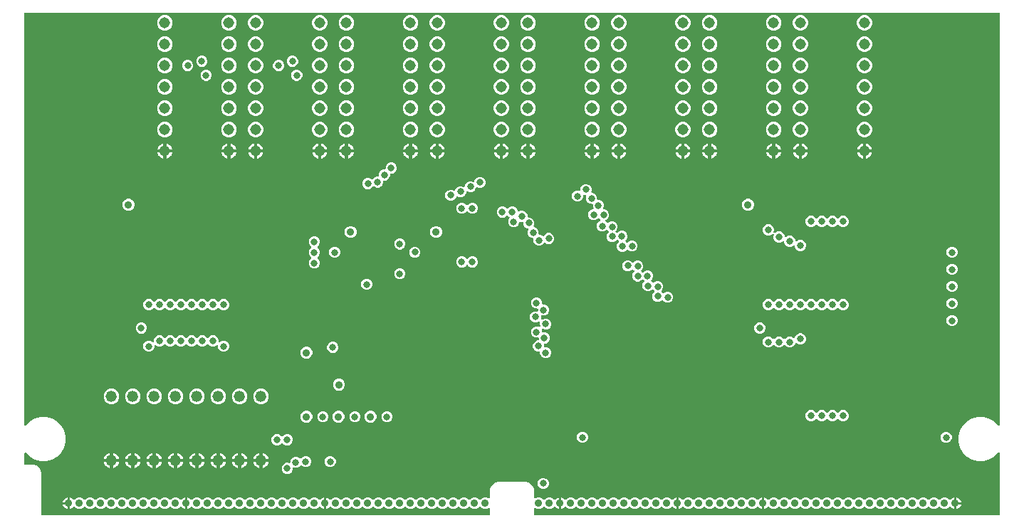
<source format=gbr>
G04 EAGLE Gerber RS-274X export*
G75*
%MOMM*%
%FSLAX34Y34*%
%LPD*%
%INCopper Layer 2*%
%IPPOS*%
%AMOC8*
5,1,8,0,0,1.08239X$1,22.5*%
G01*
%ADD10C,0.908000*%
%ADD11C,1.320800*%
%ADD12C,1.308000*%
%ADD13C,0.906400*%
%ADD14C,0.806400*%

G36*
X563453Y10811D02*
X563453Y10811D01*
X563572Y10818D01*
X563610Y10831D01*
X563651Y10836D01*
X563761Y10879D01*
X563874Y10916D01*
X563909Y10938D01*
X563946Y10953D01*
X564042Y11022D01*
X564143Y11086D01*
X564171Y11116D01*
X564204Y11139D01*
X564280Y11231D01*
X564361Y11318D01*
X564381Y11353D01*
X564406Y11384D01*
X564457Y11492D01*
X564515Y11596D01*
X564525Y11636D01*
X564542Y11672D01*
X564564Y11789D01*
X564594Y11904D01*
X564598Y11964D01*
X564602Y11984D01*
X564600Y12005D01*
X564604Y12065D01*
X564604Y18241D01*
X564598Y18290D01*
X564600Y18339D01*
X564578Y18447D01*
X564564Y18556D01*
X564546Y18602D01*
X564536Y18651D01*
X564488Y18750D01*
X564447Y18852D01*
X564418Y18892D01*
X564396Y18937D01*
X564325Y19020D01*
X564261Y19109D01*
X564222Y19141D01*
X564190Y19179D01*
X564100Y19242D01*
X564016Y19312D01*
X563971Y19333D01*
X563930Y19362D01*
X563827Y19401D01*
X563728Y19447D01*
X563679Y19457D01*
X563633Y19474D01*
X563523Y19487D01*
X563416Y19507D01*
X563366Y19504D01*
X563317Y19510D01*
X563208Y19494D01*
X563098Y19487D01*
X563051Y19472D01*
X563002Y19465D01*
X562849Y19413D01*
X560208Y18319D01*
X557392Y18319D01*
X554789Y19397D01*
X553347Y20839D01*
X553253Y20912D01*
X553164Y20991D01*
X553128Y21009D01*
X553096Y21034D01*
X552987Y21081D01*
X552881Y21135D01*
X552842Y21144D01*
X552804Y21160D01*
X552687Y21179D01*
X552571Y21205D01*
X552530Y21204D01*
X552490Y21210D01*
X552372Y21199D01*
X552253Y21195D01*
X552214Y21184D01*
X552174Y21180D01*
X552062Y21140D01*
X551947Y21107D01*
X551912Y21086D01*
X551874Y21073D01*
X551776Y21006D01*
X551673Y20945D01*
X551628Y20905D01*
X551611Y20894D01*
X551598Y20879D01*
X551552Y20839D01*
X550111Y19397D01*
X547508Y18319D01*
X544692Y18319D01*
X542089Y19397D01*
X540647Y20839D01*
X540553Y20912D01*
X540464Y20991D01*
X540428Y21009D01*
X540396Y21034D01*
X540287Y21081D01*
X540181Y21135D01*
X540142Y21144D01*
X540104Y21160D01*
X539987Y21179D01*
X539871Y21205D01*
X539830Y21204D01*
X539790Y21210D01*
X539672Y21199D01*
X539553Y21195D01*
X539514Y21184D01*
X539474Y21180D01*
X539362Y21140D01*
X539247Y21107D01*
X539212Y21086D01*
X539174Y21073D01*
X539076Y21006D01*
X538973Y20945D01*
X538928Y20905D01*
X538911Y20894D01*
X538898Y20879D01*
X538852Y20839D01*
X537411Y19397D01*
X534808Y18319D01*
X531992Y18319D01*
X529389Y19397D01*
X527947Y20839D01*
X527853Y20912D01*
X527764Y20991D01*
X527728Y21009D01*
X527696Y21034D01*
X527587Y21081D01*
X527481Y21135D01*
X527442Y21144D01*
X527404Y21160D01*
X527287Y21179D01*
X527171Y21205D01*
X527130Y21204D01*
X527090Y21210D01*
X526972Y21199D01*
X526853Y21195D01*
X526814Y21184D01*
X526774Y21180D01*
X526662Y21140D01*
X526547Y21107D01*
X526512Y21086D01*
X526474Y21073D01*
X526376Y21006D01*
X526273Y20945D01*
X526228Y20905D01*
X526211Y20894D01*
X526198Y20879D01*
X526152Y20839D01*
X524711Y19397D01*
X522108Y18319D01*
X519292Y18319D01*
X516689Y19397D01*
X515247Y20839D01*
X515153Y20912D01*
X515064Y20991D01*
X515028Y21009D01*
X514996Y21034D01*
X514887Y21081D01*
X514781Y21135D01*
X514742Y21144D01*
X514704Y21160D01*
X514587Y21179D01*
X514471Y21205D01*
X514430Y21204D01*
X514390Y21210D01*
X514272Y21199D01*
X514153Y21195D01*
X514114Y21184D01*
X514074Y21180D01*
X513962Y21140D01*
X513847Y21107D01*
X513812Y21086D01*
X513774Y21073D01*
X513676Y21006D01*
X513573Y20945D01*
X513528Y20905D01*
X513511Y20894D01*
X513498Y20879D01*
X513452Y20839D01*
X512011Y19397D01*
X509408Y18319D01*
X506592Y18319D01*
X503989Y19397D01*
X502547Y20839D01*
X502453Y20912D01*
X502364Y20991D01*
X502328Y21009D01*
X502296Y21034D01*
X502187Y21081D01*
X502081Y21135D01*
X502042Y21144D01*
X502004Y21160D01*
X501887Y21179D01*
X501771Y21205D01*
X501730Y21204D01*
X501690Y21210D01*
X501572Y21199D01*
X501453Y21195D01*
X501414Y21184D01*
X501374Y21180D01*
X501262Y21140D01*
X501147Y21107D01*
X501112Y21086D01*
X501074Y21073D01*
X500976Y21006D01*
X500873Y20945D01*
X500828Y20905D01*
X500811Y20894D01*
X500798Y20879D01*
X500752Y20839D01*
X499311Y19397D01*
X496708Y18319D01*
X493892Y18319D01*
X491289Y19397D01*
X489847Y20839D01*
X489753Y20912D01*
X489664Y20991D01*
X489628Y21009D01*
X489596Y21034D01*
X489487Y21081D01*
X489381Y21135D01*
X489342Y21144D01*
X489304Y21160D01*
X489187Y21179D01*
X489071Y21205D01*
X489030Y21204D01*
X488990Y21210D01*
X488872Y21199D01*
X488753Y21195D01*
X488714Y21184D01*
X488674Y21180D01*
X488562Y21140D01*
X488447Y21107D01*
X488412Y21086D01*
X488374Y21073D01*
X488276Y21006D01*
X488173Y20945D01*
X488128Y20905D01*
X488111Y20894D01*
X488098Y20879D01*
X488052Y20839D01*
X486611Y19397D01*
X484008Y18319D01*
X481192Y18319D01*
X478589Y19397D01*
X477147Y20839D01*
X477053Y20912D01*
X476964Y20991D01*
X476928Y21009D01*
X476896Y21034D01*
X476787Y21081D01*
X476681Y21135D01*
X476642Y21144D01*
X476604Y21160D01*
X476487Y21179D01*
X476371Y21205D01*
X476330Y21204D01*
X476290Y21210D01*
X476172Y21199D01*
X476053Y21195D01*
X476014Y21184D01*
X475974Y21180D01*
X475862Y21140D01*
X475747Y21107D01*
X475712Y21086D01*
X475674Y21073D01*
X475576Y21006D01*
X475473Y20945D01*
X475428Y20905D01*
X475411Y20894D01*
X475398Y20879D01*
X475352Y20839D01*
X473911Y19397D01*
X471308Y18319D01*
X468492Y18319D01*
X465889Y19397D01*
X464447Y20839D01*
X464353Y20912D01*
X464264Y20991D01*
X464228Y21009D01*
X464196Y21034D01*
X464087Y21081D01*
X463981Y21135D01*
X463942Y21144D01*
X463904Y21160D01*
X463787Y21179D01*
X463671Y21205D01*
X463630Y21204D01*
X463590Y21210D01*
X463472Y21199D01*
X463353Y21195D01*
X463314Y21184D01*
X463274Y21180D01*
X463162Y21140D01*
X463047Y21107D01*
X463012Y21086D01*
X462974Y21073D01*
X462876Y21006D01*
X462773Y20945D01*
X462728Y20905D01*
X462711Y20894D01*
X462698Y20879D01*
X462652Y20839D01*
X461211Y19397D01*
X458608Y18319D01*
X455792Y18319D01*
X453189Y19397D01*
X451747Y20839D01*
X451653Y20912D01*
X451564Y20991D01*
X451528Y21009D01*
X451496Y21034D01*
X451387Y21081D01*
X451281Y21135D01*
X451242Y21144D01*
X451204Y21160D01*
X451087Y21179D01*
X450971Y21205D01*
X450930Y21204D01*
X450890Y21210D01*
X450772Y21199D01*
X450653Y21195D01*
X450614Y21184D01*
X450574Y21180D01*
X450462Y21140D01*
X450347Y21107D01*
X450312Y21086D01*
X450274Y21073D01*
X450176Y21006D01*
X450073Y20945D01*
X450028Y20905D01*
X450011Y20894D01*
X449998Y20879D01*
X449952Y20839D01*
X448511Y19397D01*
X445908Y18319D01*
X443092Y18319D01*
X440489Y19397D01*
X439047Y20839D01*
X438953Y20912D01*
X438864Y20991D01*
X438828Y21009D01*
X438796Y21034D01*
X438687Y21081D01*
X438581Y21135D01*
X438542Y21144D01*
X438504Y21160D01*
X438387Y21179D01*
X438271Y21205D01*
X438230Y21204D01*
X438190Y21210D01*
X438072Y21199D01*
X437953Y21195D01*
X437914Y21184D01*
X437874Y21180D01*
X437762Y21140D01*
X437647Y21107D01*
X437612Y21086D01*
X437574Y21073D01*
X437476Y21006D01*
X437373Y20945D01*
X437328Y20905D01*
X437311Y20894D01*
X437298Y20879D01*
X437252Y20839D01*
X435811Y19397D01*
X433208Y18319D01*
X430392Y18319D01*
X427789Y19397D01*
X426347Y20839D01*
X426253Y20912D01*
X426164Y20991D01*
X426128Y21009D01*
X426096Y21034D01*
X425987Y21081D01*
X425881Y21135D01*
X425842Y21144D01*
X425804Y21160D01*
X425687Y21179D01*
X425571Y21205D01*
X425530Y21204D01*
X425490Y21210D01*
X425372Y21199D01*
X425253Y21195D01*
X425214Y21184D01*
X425174Y21180D01*
X425062Y21140D01*
X424947Y21107D01*
X424912Y21086D01*
X424874Y21073D01*
X424776Y21006D01*
X424673Y20945D01*
X424628Y20905D01*
X424611Y20894D01*
X424598Y20879D01*
X424552Y20839D01*
X423111Y19397D01*
X420508Y18319D01*
X417692Y18319D01*
X415089Y19397D01*
X413647Y20839D01*
X413553Y20912D01*
X413464Y20991D01*
X413428Y21009D01*
X413396Y21034D01*
X413287Y21081D01*
X413181Y21135D01*
X413142Y21144D01*
X413104Y21160D01*
X412987Y21179D01*
X412871Y21205D01*
X412830Y21204D01*
X412790Y21210D01*
X412672Y21199D01*
X412553Y21195D01*
X412514Y21184D01*
X412474Y21180D01*
X412362Y21140D01*
X412247Y21107D01*
X412212Y21086D01*
X412174Y21073D01*
X412076Y21006D01*
X411973Y20945D01*
X411928Y20905D01*
X411911Y20894D01*
X411898Y20879D01*
X411852Y20839D01*
X410411Y19397D01*
X407808Y18319D01*
X404992Y18319D01*
X402389Y19397D01*
X400947Y20839D01*
X400853Y20912D01*
X400764Y20991D01*
X400728Y21009D01*
X400696Y21034D01*
X400587Y21081D01*
X400481Y21135D01*
X400442Y21144D01*
X400404Y21160D01*
X400287Y21179D01*
X400171Y21205D01*
X400130Y21204D01*
X400090Y21210D01*
X399972Y21199D01*
X399853Y21195D01*
X399814Y21184D01*
X399774Y21180D01*
X399662Y21140D01*
X399547Y21107D01*
X399512Y21086D01*
X399474Y21073D01*
X399376Y21006D01*
X399273Y20945D01*
X399228Y20905D01*
X399211Y20894D01*
X399198Y20879D01*
X399152Y20839D01*
X397711Y19397D01*
X395108Y18319D01*
X392292Y18319D01*
X389689Y19397D01*
X388247Y20839D01*
X388153Y20912D01*
X388064Y20991D01*
X388028Y21009D01*
X387996Y21034D01*
X387887Y21081D01*
X387781Y21135D01*
X387742Y21144D01*
X387704Y21160D01*
X387587Y21179D01*
X387471Y21205D01*
X387430Y21204D01*
X387390Y21210D01*
X387272Y21199D01*
X387153Y21195D01*
X387114Y21184D01*
X387074Y21180D01*
X386962Y21140D01*
X386847Y21107D01*
X386812Y21086D01*
X386774Y21073D01*
X386676Y21006D01*
X386573Y20945D01*
X386528Y20905D01*
X386511Y20894D01*
X386498Y20879D01*
X386452Y20839D01*
X385011Y19397D01*
X382408Y18319D01*
X379592Y18319D01*
X376989Y19397D01*
X375547Y20839D01*
X375453Y20912D01*
X375364Y20991D01*
X375328Y21009D01*
X375296Y21034D01*
X375187Y21081D01*
X375081Y21135D01*
X375042Y21144D01*
X375004Y21160D01*
X374887Y21179D01*
X374771Y21205D01*
X374730Y21204D01*
X374690Y21210D01*
X374572Y21199D01*
X374453Y21195D01*
X374414Y21184D01*
X374374Y21180D01*
X374262Y21140D01*
X374147Y21107D01*
X374112Y21086D01*
X374074Y21073D01*
X373976Y21006D01*
X373873Y20945D01*
X373828Y20905D01*
X373811Y20894D01*
X373798Y20879D01*
X373752Y20839D01*
X372814Y19900D01*
X371654Y19125D01*
X370365Y18591D01*
X369569Y18433D01*
X369569Y25400D01*
X369569Y32367D01*
X370365Y32209D01*
X371654Y31675D01*
X372814Y30900D01*
X373752Y29961D01*
X373846Y29888D01*
X373936Y29809D01*
X373972Y29791D01*
X374004Y29766D01*
X374113Y29719D01*
X374219Y29665D01*
X374258Y29656D01*
X374296Y29640D01*
X374413Y29621D01*
X374529Y29595D01*
X374570Y29596D01*
X374610Y29590D01*
X374728Y29601D01*
X374847Y29605D01*
X374886Y29616D01*
X374926Y29620D01*
X375039Y29660D01*
X375153Y29693D01*
X375187Y29714D01*
X375226Y29727D01*
X375324Y29794D01*
X375427Y29855D01*
X375472Y29895D01*
X375489Y29906D01*
X375502Y29921D01*
X375547Y29961D01*
X376989Y31403D01*
X379592Y32481D01*
X382408Y32481D01*
X385011Y31403D01*
X386452Y29961D01*
X386547Y29888D01*
X386636Y29809D01*
X386672Y29791D01*
X386704Y29766D01*
X386813Y29719D01*
X386919Y29665D01*
X386958Y29656D01*
X386996Y29640D01*
X387113Y29621D01*
X387229Y29595D01*
X387270Y29596D01*
X387310Y29590D01*
X387428Y29601D01*
X387547Y29605D01*
X387586Y29616D01*
X387626Y29620D01*
X387739Y29660D01*
X387853Y29693D01*
X387887Y29714D01*
X387926Y29727D01*
X388024Y29794D01*
X388127Y29855D01*
X388172Y29895D01*
X388189Y29906D01*
X388202Y29921D01*
X388247Y29961D01*
X389689Y31403D01*
X392292Y32481D01*
X395108Y32481D01*
X397711Y31403D01*
X399152Y29961D01*
X399247Y29888D01*
X399336Y29809D01*
X399372Y29791D01*
X399404Y29766D01*
X399513Y29719D01*
X399619Y29665D01*
X399658Y29656D01*
X399696Y29640D01*
X399813Y29621D01*
X399929Y29595D01*
X399970Y29596D01*
X400010Y29590D01*
X400128Y29601D01*
X400247Y29605D01*
X400286Y29616D01*
X400326Y29620D01*
X400439Y29660D01*
X400553Y29693D01*
X400587Y29714D01*
X400626Y29727D01*
X400724Y29794D01*
X400827Y29855D01*
X400872Y29895D01*
X400889Y29906D01*
X400902Y29921D01*
X400947Y29961D01*
X402389Y31403D01*
X404992Y32481D01*
X407808Y32481D01*
X410411Y31403D01*
X411852Y29961D01*
X411947Y29888D01*
X412036Y29809D01*
X412072Y29791D01*
X412104Y29766D01*
X412213Y29719D01*
X412319Y29665D01*
X412358Y29656D01*
X412396Y29640D01*
X412513Y29621D01*
X412629Y29595D01*
X412670Y29596D01*
X412710Y29590D01*
X412828Y29601D01*
X412947Y29605D01*
X412986Y29616D01*
X413026Y29620D01*
X413139Y29660D01*
X413253Y29693D01*
X413287Y29714D01*
X413326Y29727D01*
X413424Y29794D01*
X413527Y29855D01*
X413572Y29895D01*
X413589Y29906D01*
X413602Y29921D01*
X413647Y29961D01*
X415089Y31403D01*
X417692Y32481D01*
X420508Y32481D01*
X423111Y31403D01*
X424552Y29961D01*
X424647Y29888D01*
X424736Y29809D01*
X424772Y29791D01*
X424804Y29766D01*
X424913Y29719D01*
X425019Y29665D01*
X425058Y29656D01*
X425096Y29640D01*
X425213Y29621D01*
X425329Y29595D01*
X425370Y29596D01*
X425410Y29590D01*
X425528Y29601D01*
X425647Y29605D01*
X425686Y29616D01*
X425726Y29620D01*
X425839Y29660D01*
X425953Y29693D01*
X425987Y29714D01*
X426026Y29727D01*
X426124Y29794D01*
X426227Y29855D01*
X426272Y29895D01*
X426289Y29906D01*
X426302Y29921D01*
X426347Y29961D01*
X427789Y31403D01*
X430392Y32481D01*
X433208Y32481D01*
X435811Y31403D01*
X437252Y29961D01*
X437347Y29888D01*
X437436Y29809D01*
X437472Y29791D01*
X437504Y29766D01*
X437613Y29719D01*
X437719Y29665D01*
X437758Y29656D01*
X437796Y29640D01*
X437913Y29621D01*
X438029Y29595D01*
X438070Y29596D01*
X438110Y29590D01*
X438228Y29601D01*
X438347Y29605D01*
X438386Y29616D01*
X438426Y29620D01*
X438539Y29660D01*
X438653Y29693D01*
X438687Y29714D01*
X438726Y29727D01*
X438824Y29794D01*
X438927Y29855D01*
X438972Y29895D01*
X438989Y29906D01*
X439002Y29921D01*
X439047Y29961D01*
X440489Y31403D01*
X443092Y32481D01*
X445908Y32481D01*
X448511Y31403D01*
X449952Y29961D01*
X450047Y29888D01*
X450136Y29809D01*
X450172Y29791D01*
X450204Y29766D01*
X450313Y29719D01*
X450419Y29665D01*
X450458Y29656D01*
X450496Y29640D01*
X450613Y29621D01*
X450729Y29595D01*
X450770Y29596D01*
X450810Y29590D01*
X450928Y29601D01*
X451047Y29605D01*
X451086Y29616D01*
X451126Y29620D01*
X451239Y29660D01*
X451353Y29693D01*
X451387Y29714D01*
X451426Y29727D01*
X451524Y29794D01*
X451627Y29855D01*
X451672Y29895D01*
X451689Y29906D01*
X451702Y29921D01*
X451747Y29961D01*
X453189Y31403D01*
X455792Y32481D01*
X458608Y32481D01*
X461211Y31403D01*
X462652Y29961D01*
X462747Y29888D01*
X462836Y29809D01*
X462872Y29791D01*
X462904Y29766D01*
X463013Y29719D01*
X463119Y29665D01*
X463158Y29656D01*
X463196Y29640D01*
X463313Y29621D01*
X463429Y29595D01*
X463470Y29596D01*
X463510Y29590D01*
X463628Y29601D01*
X463747Y29605D01*
X463786Y29616D01*
X463826Y29620D01*
X463939Y29660D01*
X464053Y29693D01*
X464087Y29714D01*
X464126Y29727D01*
X464224Y29794D01*
X464327Y29855D01*
X464372Y29895D01*
X464389Y29906D01*
X464402Y29921D01*
X464447Y29961D01*
X465889Y31403D01*
X468492Y32481D01*
X471308Y32481D01*
X473911Y31403D01*
X475352Y29961D01*
X475447Y29888D01*
X475536Y29809D01*
X475572Y29791D01*
X475604Y29766D01*
X475713Y29719D01*
X475819Y29665D01*
X475858Y29656D01*
X475896Y29640D01*
X476013Y29621D01*
X476129Y29595D01*
X476170Y29596D01*
X476210Y29590D01*
X476328Y29601D01*
X476447Y29605D01*
X476486Y29616D01*
X476526Y29620D01*
X476639Y29660D01*
X476753Y29693D01*
X476787Y29714D01*
X476826Y29727D01*
X476924Y29794D01*
X477027Y29855D01*
X477072Y29895D01*
X477089Y29906D01*
X477102Y29921D01*
X477147Y29961D01*
X478589Y31403D01*
X481192Y32481D01*
X484008Y32481D01*
X486611Y31403D01*
X488052Y29961D01*
X488147Y29888D01*
X488236Y29809D01*
X488272Y29791D01*
X488304Y29766D01*
X488413Y29719D01*
X488519Y29665D01*
X488558Y29656D01*
X488596Y29640D01*
X488713Y29621D01*
X488829Y29595D01*
X488870Y29596D01*
X488910Y29590D01*
X489028Y29601D01*
X489147Y29605D01*
X489186Y29616D01*
X489226Y29620D01*
X489339Y29660D01*
X489453Y29693D01*
X489487Y29714D01*
X489526Y29727D01*
X489624Y29794D01*
X489727Y29855D01*
X489772Y29895D01*
X489789Y29906D01*
X489802Y29921D01*
X489847Y29961D01*
X491289Y31403D01*
X493892Y32481D01*
X496708Y32481D01*
X499311Y31403D01*
X500752Y29961D01*
X500847Y29888D01*
X500936Y29809D01*
X500972Y29791D01*
X501004Y29766D01*
X501113Y29719D01*
X501219Y29665D01*
X501258Y29656D01*
X501296Y29640D01*
X501413Y29621D01*
X501529Y29595D01*
X501570Y29596D01*
X501610Y29590D01*
X501728Y29601D01*
X501847Y29605D01*
X501886Y29616D01*
X501926Y29620D01*
X502039Y29660D01*
X502153Y29693D01*
X502187Y29714D01*
X502226Y29727D01*
X502324Y29794D01*
X502427Y29855D01*
X502472Y29895D01*
X502489Y29906D01*
X502502Y29921D01*
X502547Y29961D01*
X503989Y31403D01*
X506592Y32481D01*
X509408Y32481D01*
X512011Y31403D01*
X513452Y29961D01*
X513547Y29888D01*
X513636Y29809D01*
X513672Y29791D01*
X513704Y29766D01*
X513813Y29719D01*
X513919Y29665D01*
X513958Y29656D01*
X513996Y29640D01*
X514113Y29621D01*
X514229Y29595D01*
X514270Y29596D01*
X514310Y29590D01*
X514428Y29601D01*
X514547Y29605D01*
X514586Y29616D01*
X514626Y29620D01*
X514739Y29660D01*
X514853Y29693D01*
X514887Y29714D01*
X514926Y29727D01*
X515024Y29794D01*
X515127Y29855D01*
X515172Y29895D01*
X515189Y29906D01*
X515202Y29921D01*
X515247Y29961D01*
X516689Y31403D01*
X519292Y32481D01*
X522108Y32481D01*
X524711Y31403D01*
X526152Y29961D01*
X526247Y29888D01*
X526336Y29809D01*
X526372Y29791D01*
X526404Y29766D01*
X526513Y29719D01*
X526619Y29665D01*
X526658Y29656D01*
X526696Y29640D01*
X526813Y29621D01*
X526929Y29595D01*
X526970Y29596D01*
X527010Y29590D01*
X527128Y29601D01*
X527247Y29605D01*
X527286Y29616D01*
X527326Y29620D01*
X527439Y29660D01*
X527553Y29693D01*
X527587Y29714D01*
X527626Y29727D01*
X527724Y29794D01*
X527827Y29855D01*
X527872Y29895D01*
X527889Y29906D01*
X527902Y29921D01*
X527947Y29961D01*
X529389Y31403D01*
X531992Y32481D01*
X534808Y32481D01*
X537411Y31403D01*
X538852Y29961D01*
X538947Y29888D01*
X539036Y29809D01*
X539072Y29791D01*
X539104Y29766D01*
X539213Y29719D01*
X539319Y29665D01*
X539358Y29656D01*
X539396Y29640D01*
X539513Y29621D01*
X539629Y29595D01*
X539670Y29596D01*
X539710Y29590D01*
X539828Y29601D01*
X539947Y29605D01*
X539986Y29616D01*
X540026Y29620D01*
X540139Y29660D01*
X540253Y29693D01*
X540287Y29714D01*
X540326Y29727D01*
X540424Y29794D01*
X540527Y29855D01*
X540572Y29895D01*
X540589Y29906D01*
X540602Y29921D01*
X540647Y29961D01*
X542089Y31403D01*
X544692Y32481D01*
X547508Y32481D01*
X550111Y31403D01*
X551552Y29961D01*
X551647Y29888D01*
X551736Y29809D01*
X551772Y29791D01*
X551804Y29766D01*
X551913Y29719D01*
X552019Y29665D01*
X552058Y29656D01*
X552096Y29640D01*
X552213Y29621D01*
X552329Y29595D01*
X552370Y29596D01*
X552410Y29590D01*
X552528Y29601D01*
X552647Y29605D01*
X552686Y29616D01*
X552726Y29620D01*
X552839Y29660D01*
X552953Y29693D01*
X552987Y29714D01*
X553026Y29727D01*
X553124Y29794D01*
X553227Y29855D01*
X553272Y29895D01*
X553289Y29906D01*
X553302Y29921D01*
X553347Y29961D01*
X554789Y31403D01*
X557392Y32481D01*
X560208Y32481D01*
X562849Y31387D01*
X562897Y31374D01*
X562942Y31353D01*
X563050Y31332D01*
X563156Y31303D01*
X563206Y31302D01*
X563255Y31293D01*
X563364Y31300D01*
X563474Y31298D01*
X563522Y31309D01*
X563572Y31313D01*
X563676Y31346D01*
X563783Y31372D01*
X563827Y31395D01*
X563874Y31411D01*
X563967Y31469D01*
X564064Y31521D01*
X564101Y31554D01*
X564143Y31581D01*
X564218Y31661D01*
X564300Y31735D01*
X564327Y31776D01*
X564361Y31812D01*
X564414Y31909D01*
X564474Y32000D01*
X564491Y32047D01*
X564515Y32091D01*
X564542Y32197D01*
X564578Y32301D01*
X564582Y32351D01*
X564594Y32399D01*
X564604Y32559D01*
X564604Y42147D01*
X566248Y46115D01*
X569285Y49152D01*
X573253Y50796D01*
X607847Y50796D01*
X611815Y49152D01*
X614852Y46115D01*
X616496Y42147D01*
X616496Y32559D01*
X616502Y32510D01*
X616500Y32461D01*
X616522Y32353D01*
X616536Y32244D01*
X616554Y32198D01*
X616564Y32149D01*
X616612Y32050D01*
X616653Y31948D01*
X616682Y31908D01*
X616704Y31863D01*
X616775Y31780D01*
X616839Y31691D01*
X616878Y31659D01*
X616910Y31621D01*
X617000Y31558D01*
X617084Y31488D01*
X617129Y31467D01*
X617170Y31438D01*
X617273Y31399D01*
X617372Y31353D01*
X617421Y31343D01*
X617467Y31326D01*
X617577Y31313D01*
X617684Y31293D01*
X617734Y31296D01*
X617783Y31290D01*
X617892Y31306D01*
X618002Y31313D01*
X618049Y31328D01*
X618098Y31335D01*
X618251Y31387D01*
X620892Y32481D01*
X623708Y32481D01*
X626311Y31403D01*
X627752Y29961D01*
X627847Y29888D01*
X627936Y29809D01*
X627972Y29791D01*
X628004Y29766D01*
X628113Y29719D01*
X628219Y29665D01*
X628258Y29656D01*
X628296Y29640D01*
X628413Y29621D01*
X628529Y29595D01*
X628570Y29596D01*
X628610Y29590D01*
X628728Y29601D01*
X628847Y29605D01*
X628886Y29616D01*
X628926Y29620D01*
X629039Y29660D01*
X629153Y29693D01*
X629187Y29714D01*
X629226Y29727D01*
X629324Y29794D01*
X629427Y29855D01*
X629472Y29895D01*
X629489Y29906D01*
X629502Y29921D01*
X629547Y29961D01*
X630989Y31403D01*
X633592Y32481D01*
X636408Y32481D01*
X639011Y31403D01*
X640452Y29961D01*
X640547Y29888D01*
X640636Y29809D01*
X640672Y29791D01*
X640704Y29766D01*
X640813Y29719D01*
X640919Y29665D01*
X640958Y29656D01*
X640996Y29640D01*
X641113Y29621D01*
X641229Y29595D01*
X641270Y29596D01*
X641310Y29590D01*
X641428Y29601D01*
X641547Y29605D01*
X641586Y29616D01*
X641626Y29620D01*
X641739Y29660D01*
X641853Y29693D01*
X641887Y29714D01*
X641926Y29727D01*
X642024Y29794D01*
X642127Y29855D01*
X642172Y29895D01*
X642189Y29906D01*
X642202Y29921D01*
X642247Y29961D01*
X643186Y30900D01*
X644346Y31675D01*
X645635Y32209D01*
X646431Y32367D01*
X646431Y25400D01*
X646431Y18433D01*
X645635Y18591D01*
X644346Y19125D01*
X643186Y19900D01*
X642247Y20839D01*
X642153Y20912D01*
X642064Y20991D01*
X642028Y21009D01*
X641996Y21034D01*
X641887Y21081D01*
X641781Y21135D01*
X641742Y21144D01*
X641704Y21160D01*
X641587Y21179D01*
X641471Y21205D01*
X641430Y21204D01*
X641390Y21210D01*
X641272Y21199D01*
X641153Y21195D01*
X641114Y21184D01*
X641074Y21180D01*
X640962Y21140D01*
X640847Y21107D01*
X640812Y21086D01*
X640774Y21073D01*
X640676Y21006D01*
X640573Y20945D01*
X640528Y20905D01*
X640511Y20894D01*
X640498Y20879D01*
X640452Y20839D01*
X639011Y19397D01*
X636408Y18319D01*
X633592Y18319D01*
X630989Y19397D01*
X629547Y20839D01*
X629453Y20912D01*
X629364Y20991D01*
X629328Y21009D01*
X629296Y21034D01*
X629187Y21081D01*
X629081Y21135D01*
X629042Y21144D01*
X629004Y21160D01*
X628887Y21179D01*
X628771Y21205D01*
X628730Y21204D01*
X628690Y21210D01*
X628572Y21199D01*
X628453Y21195D01*
X628414Y21184D01*
X628374Y21180D01*
X628262Y21140D01*
X628147Y21107D01*
X628112Y21086D01*
X628074Y21073D01*
X627976Y21006D01*
X627873Y20945D01*
X627828Y20905D01*
X627811Y20894D01*
X627798Y20879D01*
X627752Y20839D01*
X626311Y19397D01*
X623708Y18319D01*
X620892Y18319D01*
X618251Y19413D01*
X618203Y19426D01*
X618158Y19447D01*
X618050Y19468D01*
X617944Y19497D01*
X617894Y19498D01*
X617845Y19507D01*
X617736Y19500D01*
X617626Y19502D01*
X617578Y19491D01*
X617528Y19487D01*
X617424Y19454D01*
X617317Y19428D01*
X617273Y19405D01*
X617226Y19389D01*
X617133Y19331D01*
X617036Y19279D01*
X616999Y19246D01*
X616957Y19219D01*
X616882Y19139D01*
X616800Y19065D01*
X616773Y19024D01*
X616739Y18988D01*
X616686Y18891D01*
X616626Y18800D01*
X616609Y18753D01*
X616585Y18709D01*
X616558Y18603D01*
X616522Y18499D01*
X616518Y18449D01*
X616506Y18401D01*
X616496Y18241D01*
X616496Y12065D01*
X616511Y11947D01*
X616518Y11828D01*
X616531Y11790D01*
X616536Y11749D01*
X616579Y11639D01*
X616616Y11526D01*
X616638Y11491D01*
X616653Y11454D01*
X616722Y11358D01*
X616786Y11257D01*
X616816Y11229D01*
X616839Y11196D01*
X616931Y11120D01*
X617018Y11039D01*
X617053Y11019D01*
X617084Y10994D01*
X617192Y10943D01*
X617296Y10885D01*
X617336Y10875D01*
X617372Y10858D01*
X617489Y10836D01*
X617604Y10806D01*
X617664Y10802D01*
X617684Y10798D01*
X617705Y10800D01*
X617765Y10796D01*
X1169035Y10796D01*
X1169153Y10811D01*
X1169272Y10818D01*
X1169310Y10831D01*
X1169351Y10836D01*
X1169461Y10879D01*
X1169574Y10916D01*
X1169609Y10938D01*
X1169646Y10953D01*
X1169742Y11022D01*
X1169843Y11086D01*
X1169871Y11116D01*
X1169904Y11139D01*
X1169980Y11231D01*
X1170061Y11318D01*
X1170081Y11353D01*
X1170106Y11384D01*
X1170157Y11492D01*
X1170215Y11596D01*
X1170225Y11636D01*
X1170242Y11672D01*
X1170264Y11789D01*
X1170294Y11904D01*
X1170298Y11964D01*
X1170302Y11984D01*
X1170300Y12005D01*
X1170304Y12065D01*
X1170304Y84543D01*
X1170287Y84681D01*
X1170274Y84820D01*
X1170267Y84839D01*
X1170264Y84859D01*
X1170213Y84988D01*
X1170166Y85119D01*
X1170155Y85136D01*
X1170147Y85154D01*
X1170066Y85267D01*
X1169988Y85382D01*
X1169972Y85395D01*
X1169961Y85412D01*
X1169853Y85501D01*
X1169749Y85592D01*
X1169731Y85602D01*
X1169716Y85615D01*
X1169590Y85674D01*
X1169466Y85737D01*
X1169446Y85741D01*
X1169428Y85750D01*
X1169292Y85776D01*
X1169156Y85807D01*
X1169135Y85806D01*
X1169116Y85810D01*
X1168977Y85801D01*
X1168838Y85797D01*
X1168818Y85791D01*
X1168798Y85790D01*
X1168666Y85747D01*
X1168532Y85709D01*
X1168515Y85698D01*
X1168496Y85692D01*
X1168378Y85617D01*
X1168258Y85547D01*
X1168237Y85529D01*
X1168227Y85522D01*
X1168213Y85507D01*
X1168138Y85441D01*
X1163363Y80666D01*
X1157398Y77222D01*
X1150744Y75439D01*
X1143856Y75439D01*
X1137202Y77222D01*
X1131237Y80666D01*
X1126366Y85537D01*
X1122922Y91502D01*
X1121139Y98156D01*
X1121139Y105044D01*
X1122922Y111698D01*
X1126366Y117663D01*
X1131237Y122534D01*
X1137202Y125978D01*
X1143856Y127761D01*
X1150744Y127761D01*
X1157398Y125978D01*
X1163363Y122534D01*
X1168138Y117759D01*
X1168225Y117691D01*
X1168263Y117656D01*
X1168282Y117645D01*
X1168354Y117585D01*
X1168373Y117577D01*
X1168389Y117564D01*
X1168517Y117509D01*
X1168642Y117450D01*
X1168662Y117446D01*
X1168681Y117438D01*
X1168819Y117416D01*
X1168955Y117390D01*
X1168975Y117391D01*
X1168995Y117388D01*
X1169134Y117401D01*
X1169272Y117410D01*
X1169291Y117416D01*
X1169311Y117418D01*
X1169443Y117465D01*
X1169574Y117508D01*
X1169592Y117519D01*
X1169611Y117526D01*
X1169726Y117604D01*
X1169843Y117678D01*
X1169857Y117693D01*
X1169874Y117704D01*
X1169966Y117808D01*
X1170061Y117910D01*
X1170071Y117927D01*
X1170084Y117943D01*
X1170148Y118067D01*
X1170215Y118188D01*
X1170220Y118208D01*
X1170229Y118226D01*
X1170259Y118362D01*
X1170294Y118496D01*
X1170296Y118524D01*
X1170299Y118536D01*
X1170298Y118557D01*
X1170300Y118594D01*
X1170302Y118601D01*
X1170301Y118609D01*
X1170304Y118657D01*
X1170304Y607935D01*
X1170289Y608053D01*
X1170282Y608172D01*
X1170269Y608210D01*
X1170264Y608251D01*
X1170221Y608361D01*
X1170184Y608474D01*
X1170162Y608509D01*
X1170147Y608546D01*
X1170078Y608642D01*
X1170014Y608743D01*
X1169984Y608771D01*
X1169961Y608804D01*
X1169869Y608880D01*
X1169782Y608961D01*
X1169747Y608981D01*
X1169716Y609006D01*
X1169608Y609057D01*
X1169504Y609115D01*
X1169464Y609125D01*
X1169428Y609142D01*
X1169311Y609164D01*
X1169196Y609194D01*
X1169136Y609198D01*
X1169116Y609202D01*
X1169095Y609200D01*
X1169035Y609204D01*
X12065Y609204D01*
X11947Y609189D01*
X11828Y609182D01*
X11790Y609169D01*
X11749Y609164D01*
X11639Y609121D01*
X11526Y609084D01*
X11491Y609062D01*
X11454Y609047D01*
X11358Y608978D01*
X11257Y608914D01*
X11229Y608884D01*
X11196Y608861D01*
X11120Y608769D01*
X11039Y608682D01*
X11019Y608647D01*
X10994Y608616D01*
X10943Y608508D01*
X10885Y608404D01*
X10875Y608364D01*
X10858Y608328D01*
X10836Y608211D01*
X10806Y608096D01*
X10802Y608036D01*
X10798Y608016D01*
X10800Y607995D01*
X10796Y607935D01*
X10796Y118657D01*
X10813Y118519D01*
X10814Y118509D01*
X10818Y118445D01*
X10821Y118436D01*
X10826Y118380D01*
X10833Y118361D01*
X10836Y118341D01*
X10887Y118212D01*
X10934Y118081D01*
X10945Y118064D01*
X10953Y118046D01*
X11034Y117933D01*
X11112Y117818D01*
X11128Y117805D01*
X11139Y117788D01*
X11247Y117699D01*
X11351Y117608D01*
X11369Y117598D01*
X11384Y117585D01*
X11510Y117526D01*
X11634Y117463D01*
X11654Y117459D01*
X11672Y117450D01*
X11808Y117424D01*
X11944Y117393D01*
X11965Y117394D01*
X11984Y117390D01*
X12123Y117399D01*
X12262Y117403D01*
X12282Y117409D01*
X12302Y117410D01*
X12434Y117453D01*
X12568Y117491D01*
X12585Y117502D01*
X12604Y117508D01*
X12722Y117583D01*
X12842Y117653D01*
X12863Y117671D01*
X12873Y117678D01*
X12887Y117693D01*
X12962Y117759D01*
X17737Y122534D01*
X23702Y125978D01*
X30356Y127761D01*
X37244Y127761D01*
X43898Y125978D01*
X49863Y122534D01*
X54734Y117663D01*
X58178Y111698D01*
X59961Y105044D01*
X59961Y98156D01*
X58178Y91502D01*
X54734Y85537D01*
X49863Y80666D01*
X43898Y77222D01*
X37244Y75439D01*
X30356Y75439D01*
X23702Y77222D01*
X17737Y80666D01*
X12962Y85441D01*
X12853Y85526D01*
X12746Y85615D01*
X12727Y85623D01*
X12711Y85636D01*
X12583Y85691D01*
X12458Y85750D01*
X12438Y85754D01*
X12419Y85762D01*
X12281Y85784D01*
X12145Y85810D01*
X12125Y85809D01*
X12105Y85812D01*
X11966Y85799D01*
X11828Y85790D01*
X11809Y85784D01*
X11789Y85782D01*
X11657Y85735D01*
X11526Y85692D01*
X11508Y85681D01*
X11489Y85674D01*
X11374Y85596D01*
X11257Y85522D01*
X11243Y85507D01*
X11226Y85496D01*
X11134Y85392D01*
X11039Y85290D01*
X11029Y85273D01*
X11016Y85257D01*
X10952Y85133D01*
X10885Y85012D01*
X10880Y84992D01*
X10871Y84974D01*
X10841Y84838D01*
X10806Y84704D01*
X10804Y84676D01*
X10801Y84664D01*
X10802Y84643D01*
X10796Y84543D01*
X10796Y72065D01*
X10811Y71947D01*
X10818Y71828D01*
X10831Y71790D01*
X10836Y71749D01*
X10879Y71639D01*
X10916Y71526D01*
X10938Y71491D01*
X10953Y71454D01*
X11022Y71358D01*
X11086Y71257D01*
X11116Y71229D01*
X11139Y71196D01*
X11231Y71120D01*
X11318Y71039D01*
X11353Y71019D01*
X11384Y70994D01*
X11492Y70943D01*
X11596Y70885D01*
X11636Y70875D01*
X11672Y70858D01*
X11789Y70836D01*
X11904Y70806D01*
X11964Y70802D01*
X11984Y70798D01*
X12005Y70800D01*
X12065Y70796D01*
X22447Y70796D01*
X26415Y69152D01*
X29452Y66115D01*
X31096Y62147D01*
X31096Y12065D01*
X31111Y11947D01*
X31118Y11828D01*
X31131Y11790D01*
X31136Y11749D01*
X31179Y11639D01*
X31216Y11526D01*
X31238Y11491D01*
X31253Y11454D01*
X31322Y11358D01*
X31386Y11257D01*
X31416Y11229D01*
X31439Y11196D01*
X31531Y11120D01*
X31618Y11039D01*
X31653Y11019D01*
X31684Y10994D01*
X31792Y10943D01*
X31896Y10885D01*
X31936Y10875D01*
X31972Y10858D01*
X32089Y10836D01*
X32204Y10806D01*
X32264Y10802D01*
X32284Y10798D01*
X32305Y10800D01*
X32365Y10796D01*
X563335Y10796D01*
X563453Y10811D01*
G37*
%LPC*%
G36*
X900292Y18319D02*
X900292Y18319D01*
X897689Y19397D01*
X896247Y20839D01*
X896153Y20912D01*
X896064Y20991D01*
X896028Y21009D01*
X895996Y21034D01*
X895887Y21081D01*
X895781Y21135D01*
X895742Y21144D01*
X895704Y21160D01*
X895587Y21179D01*
X895471Y21205D01*
X895430Y21204D01*
X895390Y21210D01*
X895272Y21199D01*
X895153Y21195D01*
X895114Y21184D01*
X895074Y21180D01*
X894962Y21140D01*
X894847Y21107D01*
X894812Y21086D01*
X894774Y21073D01*
X894676Y21006D01*
X894573Y20945D01*
X894528Y20905D01*
X894511Y20894D01*
X894498Y20879D01*
X894452Y20839D01*
X893514Y19900D01*
X892354Y19125D01*
X891065Y18591D01*
X890269Y18433D01*
X890269Y25400D01*
X890269Y32367D01*
X891065Y32209D01*
X892354Y31675D01*
X893514Y30900D01*
X894452Y29961D01*
X894546Y29888D01*
X894636Y29809D01*
X894672Y29791D01*
X894704Y29766D01*
X894813Y29719D01*
X894919Y29665D01*
X894958Y29656D01*
X894996Y29640D01*
X895113Y29621D01*
X895229Y29595D01*
X895270Y29596D01*
X895310Y29590D01*
X895428Y29601D01*
X895547Y29605D01*
X895586Y29616D01*
X895626Y29620D01*
X895739Y29660D01*
X895853Y29693D01*
X895887Y29714D01*
X895926Y29727D01*
X896024Y29794D01*
X896127Y29855D01*
X896172Y29895D01*
X896189Y29906D01*
X896202Y29921D01*
X896247Y29961D01*
X897689Y31403D01*
X900292Y32481D01*
X903108Y32481D01*
X905711Y31403D01*
X907152Y29961D01*
X907247Y29888D01*
X907336Y29809D01*
X907372Y29791D01*
X907404Y29766D01*
X907513Y29719D01*
X907619Y29665D01*
X907658Y29656D01*
X907696Y29640D01*
X907813Y29621D01*
X907929Y29595D01*
X907970Y29596D01*
X908010Y29590D01*
X908128Y29601D01*
X908247Y29605D01*
X908286Y29616D01*
X908326Y29620D01*
X908439Y29660D01*
X908553Y29693D01*
X908587Y29714D01*
X908626Y29727D01*
X908724Y29794D01*
X908827Y29855D01*
X908872Y29895D01*
X908889Y29906D01*
X908902Y29921D01*
X908947Y29961D01*
X910389Y31403D01*
X912992Y32481D01*
X915808Y32481D01*
X918411Y31403D01*
X919852Y29961D01*
X919947Y29888D01*
X920036Y29809D01*
X920072Y29791D01*
X920104Y29766D01*
X920213Y29719D01*
X920319Y29665D01*
X920358Y29656D01*
X920396Y29640D01*
X920513Y29621D01*
X920629Y29595D01*
X920670Y29596D01*
X920710Y29590D01*
X920828Y29601D01*
X920947Y29605D01*
X920986Y29616D01*
X921026Y29620D01*
X921139Y29660D01*
X921253Y29693D01*
X921287Y29714D01*
X921326Y29727D01*
X921424Y29794D01*
X921527Y29855D01*
X921572Y29895D01*
X921589Y29906D01*
X921602Y29921D01*
X921647Y29961D01*
X923089Y31403D01*
X925692Y32481D01*
X928508Y32481D01*
X931111Y31403D01*
X932552Y29961D01*
X932647Y29888D01*
X932736Y29809D01*
X932772Y29791D01*
X932804Y29766D01*
X932913Y29719D01*
X933019Y29665D01*
X933058Y29656D01*
X933096Y29640D01*
X933213Y29621D01*
X933329Y29595D01*
X933370Y29596D01*
X933410Y29590D01*
X933528Y29601D01*
X933647Y29605D01*
X933686Y29616D01*
X933726Y29620D01*
X933839Y29660D01*
X933953Y29693D01*
X933987Y29714D01*
X934026Y29727D01*
X934124Y29794D01*
X934227Y29855D01*
X934272Y29895D01*
X934289Y29906D01*
X934302Y29921D01*
X934347Y29961D01*
X935789Y31403D01*
X938392Y32481D01*
X941208Y32481D01*
X943811Y31403D01*
X945252Y29961D01*
X945347Y29888D01*
X945436Y29809D01*
X945472Y29791D01*
X945504Y29766D01*
X945613Y29719D01*
X945719Y29665D01*
X945758Y29656D01*
X945796Y29640D01*
X945913Y29621D01*
X946029Y29595D01*
X946070Y29596D01*
X946110Y29590D01*
X946228Y29601D01*
X946347Y29605D01*
X946386Y29616D01*
X946426Y29620D01*
X946539Y29660D01*
X946653Y29693D01*
X946687Y29714D01*
X946726Y29727D01*
X946824Y29794D01*
X946927Y29855D01*
X946972Y29895D01*
X946989Y29906D01*
X947002Y29921D01*
X947047Y29961D01*
X948489Y31403D01*
X951092Y32481D01*
X953908Y32481D01*
X956511Y31403D01*
X957952Y29961D01*
X958047Y29888D01*
X958136Y29809D01*
X958172Y29791D01*
X958204Y29766D01*
X958313Y29719D01*
X958419Y29665D01*
X958458Y29656D01*
X958496Y29640D01*
X958613Y29621D01*
X958729Y29595D01*
X958770Y29596D01*
X958810Y29590D01*
X958928Y29601D01*
X959047Y29605D01*
X959086Y29616D01*
X959126Y29620D01*
X959239Y29660D01*
X959353Y29693D01*
X959387Y29714D01*
X959426Y29727D01*
X959524Y29794D01*
X959627Y29855D01*
X959672Y29895D01*
X959689Y29906D01*
X959702Y29921D01*
X959747Y29961D01*
X961189Y31403D01*
X963792Y32481D01*
X966608Y32481D01*
X969211Y31403D01*
X970652Y29961D01*
X970747Y29888D01*
X970836Y29809D01*
X970872Y29791D01*
X970904Y29766D01*
X971013Y29719D01*
X971119Y29665D01*
X971158Y29656D01*
X971196Y29640D01*
X971313Y29621D01*
X971429Y29595D01*
X971470Y29596D01*
X971510Y29590D01*
X971628Y29601D01*
X971747Y29605D01*
X971786Y29616D01*
X971826Y29620D01*
X971939Y29660D01*
X972053Y29693D01*
X972087Y29714D01*
X972126Y29727D01*
X972224Y29794D01*
X972327Y29855D01*
X972372Y29895D01*
X972389Y29906D01*
X972402Y29921D01*
X972447Y29961D01*
X973889Y31403D01*
X976492Y32481D01*
X979308Y32481D01*
X981911Y31403D01*
X983352Y29961D01*
X983447Y29888D01*
X983536Y29809D01*
X983572Y29791D01*
X983604Y29766D01*
X983713Y29719D01*
X983819Y29665D01*
X983858Y29656D01*
X983896Y29640D01*
X984013Y29621D01*
X984129Y29595D01*
X984170Y29596D01*
X984210Y29590D01*
X984328Y29601D01*
X984447Y29605D01*
X984486Y29616D01*
X984526Y29620D01*
X984639Y29660D01*
X984753Y29693D01*
X984787Y29714D01*
X984826Y29727D01*
X984924Y29794D01*
X985027Y29855D01*
X985072Y29895D01*
X985089Y29906D01*
X985102Y29921D01*
X985147Y29961D01*
X986589Y31403D01*
X989192Y32481D01*
X992008Y32481D01*
X994611Y31403D01*
X996052Y29961D01*
X996147Y29888D01*
X996236Y29809D01*
X996272Y29791D01*
X996304Y29766D01*
X996413Y29719D01*
X996519Y29665D01*
X996558Y29656D01*
X996596Y29640D01*
X996713Y29621D01*
X996829Y29595D01*
X996870Y29596D01*
X996910Y29590D01*
X997028Y29601D01*
X997147Y29605D01*
X997186Y29616D01*
X997226Y29620D01*
X997339Y29660D01*
X997453Y29693D01*
X997487Y29714D01*
X997526Y29727D01*
X997624Y29794D01*
X997727Y29855D01*
X997772Y29895D01*
X997789Y29906D01*
X997802Y29921D01*
X997847Y29961D01*
X999289Y31403D01*
X1001892Y32481D01*
X1004708Y32481D01*
X1007311Y31403D01*
X1008753Y29961D01*
X1008847Y29888D01*
X1008936Y29809D01*
X1008972Y29791D01*
X1009004Y29766D01*
X1009113Y29719D01*
X1009219Y29665D01*
X1009258Y29656D01*
X1009296Y29640D01*
X1009413Y29621D01*
X1009529Y29595D01*
X1009570Y29596D01*
X1009610Y29590D01*
X1009728Y29601D01*
X1009847Y29605D01*
X1009886Y29616D01*
X1009926Y29620D01*
X1010038Y29660D01*
X1010153Y29693D01*
X1010188Y29714D01*
X1010226Y29727D01*
X1010324Y29794D01*
X1010427Y29855D01*
X1010472Y29895D01*
X1010489Y29906D01*
X1010502Y29921D01*
X1010548Y29961D01*
X1011989Y31403D01*
X1014592Y32481D01*
X1017408Y32481D01*
X1020011Y31403D01*
X1021452Y29961D01*
X1021547Y29888D01*
X1021636Y29809D01*
X1021672Y29791D01*
X1021704Y29766D01*
X1021813Y29719D01*
X1021919Y29665D01*
X1021958Y29656D01*
X1021996Y29640D01*
X1022113Y29621D01*
X1022229Y29595D01*
X1022270Y29596D01*
X1022310Y29590D01*
X1022428Y29601D01*
X1022547Y29605D01*
X1022586Y29616D01*
X1022626Y29620D01*
X1022739Y29660D01*
X1022853Y29693D01*
X1022887Y29714D01*
X1022926Y29727D01*
X1023024Y29794D01*
X1023127Y29855D01*
X1023172Y29895D01*
X1023189Y29906D01*
X1023202Y29921D01*
X1023247Y29961D01*
X1024689Y31403D01*
X1027292Y32481D01*
X1030108Y32481D01*
X1032711Y31403D01*
X1034152Y29961D01*
X1034247Y29888D01*
X1034336Y29809D01*
X1034372Y29791D01*
X1034404Y29766D01*
X1034513Y29719D01*
X1034619Y29665D01*
X1034658Y29656D01*
X1034696Y29640D01*
X1034813Y29621D01*
X1034929Y29595D01*
X1034970Y29596D01*
X1035010Y29590D01*
X1035128Y29601D01*
X1035247Y29605D01*
X1035286Y29616D01*
X1035326Y29620D01*
X1035439Y29660D01*
X1035553Y29693D01*
X1035587Y29714D01*
X1035626Y29727D01*
X1035724Y29794D01*
X1035827Y29855D01*
X1035872Y29895D01*
X1035889Y29906D01*
X1035902Y29921D01*
X1035947Y29961D01*
X1037389Y31403D01*
X1039992Y32481D01*
X1042808Y32481D01*
X1045411Y31403D01*
X1046852Y29961D01*
X1046947Y29888D01*
X1047036Y29809D01*
X1047072Y29791D01*
X1047104Y29766D01*
X1047213Y29719D01*
X1047319Y29665D01*
X1047358Y29656D01*
X1047396Y29640D01*
X1047513Y29621D01*
X1047629Y29595D01*
X1047670Y29596D01*
X1047710Y29590D01*
X1047828Y29601D01*
X1047947Y29605D01*
X1047986Y29616D01*
X1048026Y29620D01*
X1048139Y29660D01*
X1048253Y29693D01*
X1048287Y29714D01*
X1048326Y29727D01*
X1048424Y29794D01*
X1048527Y29855D01*
X1048572Y29895D01*
X1048589Y29906D01*
X1048602Y29921D01*
X1048647Y29961D01*
X1050089Y31403D01*
X1052692Y32481D01*
X1055508Y32481D01*
X1058111Y31403D01*
X1059552Y29961D01*
X1059647Y29888D01*
X1059736Y29809D01*
X1059772Y29791D01*
X1059804Y29766D01*
X1059913Y29719D01*
X1060019Y29665D01*
X1060058Y29656D01*
X1060096Y29640D01*
X1060213Y29621D01*
X1060329Y29595D01*
X1060370Y29596D01*
X1060410Y29590D01*
X1060528Y29601D01*
X1060647Y29605D01*
X1060686Y29616D01*
X1060726Y29620D01*
X1060839Y29660D01*
X1060953Y29693D01*
X1060987Y29714D01*
X1061026Y29727D01*
X1061124Y29794D01*
X1061227Y29855D01*
X1061272Y29895D01*
X1061289Y29906D01*
X1061302Y29921D01*
X1061347Y29961D01*
X1062789Y31403D01*
X1065392Y32481D01*
X1068208Y32481D01*
X1070811Y31403D01*
X1072252Y29961D01*
X1072347Y29888D01*
X1072436Y29809D01*
X1072472Y29791D01*
X1072504Y29766D01*
X1072613Y29719D01*
X1072719Y29665D01*
X1072758Y29656D01*
X1072796Y29640D01*
X1072913Y29621D01*
X1073029Y29595D01*
X1073070Y29596D01*
X1073110Y29590D01*
X1073228Y29601D01*
X1073347Y29605D01*
X1073386Y29616D01*
X1073426Y29620D01*
X1073539Y29660D01*
X1073653Y29693D01*
X1073687Y29714D01*
X1073726Y29727D01*
X1073824Y29794D01*
X1073927Y29855D01*
X1073972Y29895D01*
X1073989Y29906D01*
X1074002Y29921D01*
X1074047Y29961D01*
X1075489Y31403D01*
X1078092Y32481D01*
X1080908Y32481D01*
X1083511Y31403D01*
X1084952Y29961D01*
X1085047Y29888D01*
X1085136Y29809D01*
X1085172Y29791D01*
X1085204Y29766D01*
X1085313Y29719D01*
X1085419Y29665D01*
X1085458Y29656D01*
X1085496Y29640D01*
X1085613Y29621D01*
X1085729Y29595D01*
X1085770Y29596D01*
X1085810Y29590D01*
X1085928Y29601D01*
X1086047Y29605D01*
X1086086Y29616D01*
X1086126Y29620D01*
X1086239Y29660D01*
X1086353Y29693D01*
X1086387Y29714D01*
X1086426Y29727D01*
X1086524Y29794D01*
X1086627Y29855D01*
X1086672Y29895D01*
X1086689Y29906D01*
X1086702Y29921D01*
X1086747Y29961D01*
X1088189Y31403D01*
X1090792Y32481D01*
X1093608Y32481D01*
X1096211Y31403D01*
X1097652Y29961D01*
X1097747Y29888D01*
X1097836Y29809D01*
X1097872Y29791D01*
X1097904Y29766D01*
X1098013Y29719D01*
X1098119Y29665D01*
X1098158Y29656D01*
X1098196Y29640D01*
X1098313Y29621D01*
X1098429Y29595D01*
X1098470Y29596D01*
X1098510Y29590D01*
X1098628Y29601D01*
X1098747Y29605D01*
X1098786Y29616D01*
X1098826Y29620D01*
X1098939Y29660D01*
X1099053Y29693D01*
X1099087Y29714D01*
X1099126Y29727D01*
X1099224Y29794D01*
X1099327Y29855D01*
X1099372Y29895D01*
X1099389Y29906D01*
X1099402Y29921D01*
X1099447Y29961D01*
X1100889Y31403D01*
X1103492Y32481D01*
X1106308Y32481D01*
X1108911Y31403D01*
X1110352Y29961D01*
X1110447Y29888D01*
X1110536Y29809D01*
X1110572Y29791D01*
X1110604Y29766D01*
X1110713Y29719D01*
X1110819Y29665D01*
X1110858Y29656D01*
X1110896Y29640D01*
X1111013Y29621D01*
X1111129Y29595D01*
X1111170Y29596D01*
X1111210Y29590D01*
X1111328Y29601D01*
X1111447Y29605D01*
X1111486Y29616D01*
X1111526Y29620D01*
X1111639Y29660D01*
X1111753Y29693D01*
X1111787Y29714D01*
X1111826Y29727D01*
X1111924Y29794D01*
X1112027Y29855D01*
X1112072Y29895D01*
X1112089Y29906D01*
X1112102Y29921D01*
X1112147Y29961D01*
X1113086Y30900D01*
X1114246Y31675D01*
X1115535Y32209D01*
X1116331Y32367D01*
X1116331Y25400D01*
X1116331Y18433D01*
X1115535Y18591D01*
X1114246Y19125D01*
X1113086Y19900D01*
X1112147Y20839D01*
X1112053Y20912D01*
X1111964Y20991D01*
X1111928Y21009D01*
X1111896Y21034D01*
X1111787Y21081D01*
X1111681Y21135D01*
X1111642Y21144D01*
X1111604Y21160D01*
X1111487Y21179D01*
X1111371Y21205D01*
X1111330Y21204D01*
X1111290Y21210D01*
X1111172Y21199D01*
X1111053Y21195D01*
X1111014Y21184D01*
X1110974Y21180D01*
X1110862Y21140D01*
X1110747Y21107D01*
X1110712Y21086D01*
X1110674Y21073D01*
X1110576Y21006D01*
X1110473Y20945D01*
X1110428Y20905D01*
X1110411Y20894D01*
X1110398Y20879D01*
X1110352Y20839D01*
X1108911Y19397D01*
X1106308Y18319D01*
X1103492Y18319D01*
X1100889Y19397D01*
X1099447Y20839D01*
X1099353Y20912D01*
X1099264Y20991D01*
X1099228Y21009D01*
X1099196Y21034D01*
X1099087Y21081D01*
X1098981Y21135D01*
X1098942Y21144D01*
X1098904Y21160D01*
X1098787Y21179D01*
X1098671Y21205D01*
X1098630Y21204D01*
X1098590Y21210D01*
X1098472Y21199D01*
X1098353Y21195D01*
X1098314Y21184D01*
X1098274Y21180D01*
X1098162Y21140D01*
X1098047Y21107D01*
X1098012Y21086D01*
X1097974Y21073D01*
X1097876Y21006D01*
X1097773Y20945D01*
X1097728Y20905D01*
X1097711Y20894D01*
X1097698Y20879D01*
X1097652Y20839D01*
X1096211Y19397D01*
X1093608Y18319D01*
X1090792Y18319D01*
X1088189Y19397D01*
X1086747Y20839D01*
X1086653Y20912D01*
X1086564Y20991D01*
X1086528Y21009D01*
X1086496Y21034D01*
X1086387Y21081D01*
X1086281Y21135D01*
X1086242Y21144D01*
X1086204Y21160D01*
X1086087Y21179D01*
X1085971Y21205D01*
X1085930Y21204D01*
X1085890Y21210D01*
X1085772Y21199D01*
X1085653Y21195D01*
X1085614Y21184D01*
X1085574Y21180D01*
X1085462Y21140D01*
X1085347Y21107D01*
X1085312Y21086D01*
X1085274Y21073D01*
X1085176Y21006D01*
X1085073Y20945D01*
X1085028Y20905D01*
X1085011Y20894D01*
X1084998Y20879D01*
X1084952Y20839D01*
X1083511Y19397D01*
X1080908Y18319D01*
X1078092Y18319D01*
X1075489Y19397D01*
X1074047Y20839D01*
X1073953Y20912D01*
X1073864Y20991D01*
X1073828Y21009D01*
X1073796Y21034D01*
X1073687Y21081D01*
X1073581Y21135D01*
X1073542Y21144D01*
X1073504Y21160D01*
X1073387Y21179D01*
X1073271Y21205D01*
X1073230Y21204D01*
X1073190Y21210D01*
X1073072Y21199D01*
X1072953Y21195D01*
X1072914Y21184D01*
X1072874Y21180D01*
X1072762Y21140D01*
X1072647Y21107D01*
X1072612Y21086D01*
X1072574Y21073D01*
X1072476Y21006D01*
X1072373Y20945D01*
X1072328Y20905D01*
X1072311Y20894D01*
X1072298Y20879D01*
X1072252Y20839D01*
X1070811Y19397D01*
X1068208Y18319D01*
X1065392Y18319D01*
X1062789Y19397D01*
X1061347Y20839D01*
X1061253Y20912D01*
X1061164Y20991D01*
X1061128Y21009D01*
X1061096Y21034D01*
X1060987Y21081D01*
X1060881Y21135D01*
X1060842Y21144D01*
X1060804Y21160D01*
X1060687Y21179D01*
X1060571Y21205D01*
X1060530Y21204D01*
X1060490Y21210D01*
X1060372Y21199D01*
X1060253Y21195D01*
X1060214Y21184D01*
X1060174Y21180D01*
X1060062Y21140D01*
X1059947Y21107D01*
X1059912Y21086D01*
X1059874Y21073D01*
X1059776Y21006D01*
X1059673Y20945D01*
X1059628Y20905D01*
X1059611Y20894D01*
X1059598Y20879D01*
X1059552Y20839D01*
X1058111Y19397D01*
X1055508Y18319D01*
X1052692Y18319D01*
X1050089Y19397D01*
X1048647Y20839D01*
X1048553Y20912D01*
X1048464Y20991D01*
X1048428Y21009D01*
X1048396Y21034D01*
X1048287Y21081D01*
X1048181Y21135D01*
X1048142Y21144D01*
X1048104Y21160D01*
X1047987Y21179D01*
X1047871Y21205D01*
X1047830Y21204D01*
X1047790Y21210D01*
X1047672Y21199D01*
X1047553Y21195D01*
X1047514Y21184D01*
X1047474Y21180D01*
X1047362Y21140D01*
X1047247Y21107D01*
X1047212Y21086D01*
X1047174Y21073D01*
X1047076Y21006D01*
X1046973Y20945D01*
X1046928Y20905D01*
X1046911Y20894D01*
X1046898Y20879D01*
X1046852Y20839D01*
X1045411Y19397D01*
X1042808Y18319D01*
X1039992Y18319D01*
X1037389Y19397D01*
X1035947Y20839D01*
X1035853Y20912D01*
X1035764Y20991D01*
X1035728Y21009D01*
X1035696Y21034D01*
X1035587Y21081D01*
X1035481Y21135D01*
X1035442Y21144D01*
X1035404Y21160D01*
X1035287Y21179D01*
X1035171Y21205D01*
X1035130Y21204D01*
X1035090Y21210D01*
X1034972Y21199D01*
X1034853Y21195D01*
X1034814Y21184D01*
X1034774Y21180D01*
X1034662Y21140D01*
X1034547Y21107D01*
X1034512Y21086D01*
X1034474Y21073D01*
X1034376Y21006D01*
X1034273Y20945D01*
X1034228Y20905D01*
X1034211Y20894D01*
X1034198Y20879D01*
X1034152Y20839D01*
X1032711Y19397D01*
X1030108Y18319D01*
X1027292Y18319D01*
X1024689Y19397D01*
X1023247Y20839D01*
X1023153Y20912D01*
X1023064Y20991D01*
X1023028Y21009D01*
X1022996Y21034D01*
X1022887Y21081D01*
X1022781Y21135D01*
X1022742Y21144D01*
X1022704Y21160D01*
X1022587Y21179D01*
X1022471Y21205D01*
X1022430Y21204D01*
X1022390Y21210D01*
X1022272Y21199D01*
X1022153Y21195D01*
X1022114Y21184D01*
X1022074Y21180D01*
X1021962Y21140D01*
X1021847Y21107D01*
X1021812Y21086D01*
X1021774Y21073D01*
X1021676Y21006D01*
X1021573Y20945D01*
X1021528Y20905D01*
X1021511Y20894D01*
X1021498Y20879D01*
X1021452Y20839D01*
X1020011Y19397D01*
X1017408Y18319D01*
X1014592Y18319D01*
X1011989Y19397D01*
X1010548Y20839D01*
X1010453Y20912D01*
X1010364Y20991D01*
X1010328Y21009D01*
X1010296Y21034D01*
X1010187Y21081D01*
X1010081Y21135D01*
X1010042Y21144D01*
X1010004Y21160D01*
X1009887Y21179D01*
X1009771Y21205D01*
X1009730Y21204D01*
X1009690Y21210D01*
X1009572Y21199D01*
X1009453Y21195D01*
X1009414Y21184D01*
X1009374Y21180D01*
X1009261Y21140D01*
X1009147Y21107D01*
X1009113Y21086D01*
X1009074Y21073D01*
X1008976Y21006D01*
X1008873Y20945D01*
X1008828Y20905D01*
X1008811Y20894D01*
X1008798Y20879D01*
X1008753Y20839D01*
X1007311Y19397D01*
X1004708Y18319D01*
X1001892Y18319D01*
X999289Y19397D01*
X997847Y20839D01*
X997753Y20912D01*
X997664Y20991D01*
X997628Y21009D01*
X997596Y21034D01*
X997487Y21081D01*
X997381Y21135D01*
X997342Y21144D01*
X997304Y21160D01*
X997187Y21179D01*
X997071Y21205D01*
X997030Y21204D01*
X996990Y21210D01*
X996872Y21199D01*
X996753Y21195D01*
X996714Y21184D01*
X996674Y21180D01*
X996562Y21140D01*
X996447Y21107D01*
X996412Y21086D01*
X996374Y21073D01*
X996276Y21006D01*
X996173Y20945D01*
X996128Y20905D01*
X996111Y20894D01*
X996098Y20879D01*
X996052Y20839D01*
X994611Y19397D01*
X992008Y18319D01*
X989192Y18319D01*
X986589Y19397D01*
X985147Y20839D01*
X985053Y20912D01*
X984964Y20991D01*
X984928Y21009D01*
X984896Y21034D01*
X984787Y21081D01*
X984681Y21135D01*
X984642Y21144D01*
X984604Y21160D01*
X984487Y21179D01*
X984371Y21205D01*
X984330Y21204D01*
X984290Y21210D01*
X984172Y21199D01*
X984053Y21195D01*
X984014Y21184D01*
X983974Y21180D01*
X983862Y21140D01*
X983747Y21107D01*
X983712Y21086D01*
X983674Y21073D01*
X983576Y21006D01*
X983473Y20945D01*
X983428Y20905D01*
X983411Y20894D01*
X983398Y20879D01*
X983352Y20839D01*
X981911Y19397D01*
X979308Y18319D01*
X976492Y18319D01*
X973889Y19397D01*
X972447Y20839D01*
X972353Y20912D01*
X972264Y20991D01*
X972228Y21009D01*
X972196Y21034D01*
X972087Y21081D01*
X971981Y21135D01*
X971942Y21144D01*
X971904Y21160D01*
X971787Y21179D01*
X971671Y21205D01*
X971630Y21204D01*
X971590Y21210D01*
X971472Y21199D01*
X971353Y21195D01*
X971314Y21184D01*
X971274Y21180D01*
X971162Y21140D01*
X971047Y21107D01*
X971012Y21086D01*
X970974Y21073D01*
X970876Y21006D01*
X970773Y20945D01*
X970728Y20905D01*
X970711Y20894D01*
X970698Y20879D01*
X970652Y20839D01*
X969211Y19397D01*
X966608Y18319D01*
X963792Y18319D01*
X961189Y19397D01*
X959747Y20839D01*
X959653Y20912D01*
X959564Y20991D01*
X959528Y21009D01*
X959496Y21034D01*
X959387Y21081D01*
X959281Y21135D01*
X959242Y21144D01*
X959204Y21160D01*
X959087Y21179D01*
X958971Y21205D01*
X958930Y21204D01*
X958890Y21210D01*
X958772Y21199D01*
X958653Y21195D01*
X958614Y21184D01*
X958574Y21180D01*
X958462Y21140D01*
X958347Y21107D01*
X958312Y21086D01*
X958274Y21073D01*
X958176Y21006D01*
X958073Y20945D01*
X958028Y20905D01*
X958011Y20894D01*
X957998Y20879D01*
X957952Y20839D01*
X956511Y19397D01*
X953908Y18319D01*
X951092Y18319D01*
X948489Y19397D01*
X947047Y20839D01*
X946953Y20912D01*
X946864Y20991D01*
X946828Y21009D01*
X946796Y21034D01*
X946687Y21081D01*
X946581Y21135D01*
X946542Y21144D01*
X946504Y21160D01*
X946387Y21179D01*
X946271Y21205D01*
X946230Y21204D01*
X946190Y21210D01*
X946072Y21199D01*
X945953Y21195D01*
X945914Y21184D01*
X945874Y21180D01*
X945762Y21140D01*
X945647Y21107D01*
X945612Y21086D01*
X945574Y21073D01*
X945476Y21006D01*
X945373Y20945D01*
X945328Y20905D01*
X945311Y20894D01*
X945298Y20879D01*
X945252Y20839D01*
X943811Y19397D01*
X941208Y18319D01*
X938392Y18319D01*
X935789Y19397D01*
X934347Y20839D01*
X934253Y20912D01*
X934164Y20991D01*
X934128Y21009D01*
X934096Y21034D01*
X933987Y21081D01*
X933881Y21135D01*
X933842Y21144D01*
X933804Y21160D01*
X933687Y21179D01*
X933571Y21205D01*
X933530Y21204D01*
X933490Y21210D01*
X933372Y21199D01*
X933253Y21195D01*
X933214Y21184D01*
X933174Y21180D01*
X933062Y21140D01*
X932947Y21107D01*
X932912Y21086D01*
X932874Y21073D01*
X932776Y21006D01*
X932673Y20945D01*
X932628Y20905D01*
X932611Y20894D01*
X932598Y20879D01*
X932552Y20839D01*
X931111Y19397D01*
X928508Y18319D01*
X925692Y18319D01*
X923089Y19397D01*
X921647Y20839D01*
X921553Y20912D01*
X921464Y20991D01*
X921428Y21009D01*
X921396Y21034D01*
X921287Y21081D01*
X921181Y21135D01*
X921142Y21144D01*
X921104Y21160D01*
X920987Y21179D01*
X920871Y21205D01*
X920830Y21204D01*
X920790Y21210D01*
X920672Y21199D01*
X920553Y21195D01*
X920514Y21184D01*
X920474Y21180D01*
X920362Y21140D01*
X920247Y21107D01*
X920212Y21086D01*
X920174Y21073D01*
X920076Y21006D01*
X919973Y20945D01*
X919928Y20905D01*
X919911Y20894D01*
X919898Y20879D01*
X919852Y20839D01*
X918411Y19397D01*
X915808Y18319D01*
X912992Y18319D01*
X910389Y19397D01*
X908947Y20839D01*
X908853Y20912D01*
X908764Y20991D01*
X908728Y21009D01*
X908696Y21034D01*
X908587Y21081D01*
X908481Y21135D01*
X908442Y21144D01*
X908404Y21160D01*
X908287Y21179D01*
X908171Y21205D01*
X908130Y21204D01*
X908090Y21210D01*
X907972Y21199D01*
X907853Y21195D01*
X907814Y21184D01*
X907774Y21180D01*
X907662Y21140D01*
X907547Y21107D01*
X907512Y21086D01*
X907474Y21073D01*
X907376Y21006D01*
X907273Y20945D01*
X907228Y20905D01*
X907211Y20894D01*
X907198Y20879D01*
X907152Y20839D01*
X905711Y19397D01*
X903108Y18319D01*
X900292Y18319D01*
G37*
%LPD*%
%LPC*%
G36*
X214492Y18319D02*
X214492Y18319D01*
X211889Y19397D01*
X210447Y20839D01*
X210353Y20912D01*
X210264Y20991D01*
X210228Y21009D01*
X210196Y21034D01*
X210087Y21081D01*
X209981Y21135D01*
X209942Y21144D01*
X209904Y21160D01*
X209787Y21179D01*
X209671Y21205D01*
X209630Y21204D01*
X209590Y21210D01*
X209472Y21199D01*
X209353Y21195D01*
X209314Y21184D01*
X209274Y21180D01*
X209162Y21140D01*
X209047Y21107D01*
X209012Y21086D01*
X208974Y21073D01*
X208876Y21006D01*
X208773Y20945D01*
X208728Y20905D01*
X208711Y20894D01*
X208698Y20879D01*
X208652Y20839D01*
X207714Y19900D01*
X206554Y19125D01*
X205265Y18591D01*
X204469Y18433D01*
X204469Y25400D01*
X204469Y32367D01*
X205265Y32209D01*
X206554Y31675D01*
X207714Y30900D01*
X208652Y29961D01*
X208746Y29888D01*
X208836Y29809D01*
X208872Y29791D01*
X208904Y29766D01*
X209013Y29719D01*
X209119Y29665D01*
X209158Y29656D01*
X209196Y29640D01*
X209313Y29621D01*
X209429Y29595D01*
X209470Y29596D01*
X209510Y29590D01*
X209628Y29601D01*
X209747Y29605D01*
X209786Y29616D01*
X209826Y29620D01*
X209939Y29660D01*
X210053Y29693D01*
X210087Y29714D01*
X210126Y29727D01*
X210224Y29794D01*
X210327Y29855D01*
X210372Y29895D01*
X210389Y29906D01*
X210402Y29921D01*
X210447Y29961D01*
X211889Y31403D01*
X214492Y32481D01*
X217308Y32481D01*
X219911Y31403D01*
X221352Y29961D01*
X221447Y29888D01*
X221536Y29809D01*
X221572Y29791D01*
X221604Y29766D01*
X221713Y29719D01*
X221819Y29665D01*
X221858Y29656D01*
X221896Y29640D01*
X222013Y29621D01*
X222129Y29595D01*
X222170Y29596D01*
X222210Y29590D01*
X222328Y29601D01*
X222447Y29605D01*
X222486Y29616D01*
X222526Y29620D01*
X222639Y29660D01*
X222753Y29693D01*
X222787Y29714D01*
X222826Y29727D01*
X222924Y29794D01*
X223027Y29855D01*
X223072Y29895D01*
X223089Y29906D01*
X223102Y29921D01*
X223147Y29961D01*
X224589Y31403D01*
X227192Y32481D01*
X230008Y32481D01*
X232611Y31403D01*
X234052Y29961D01*
X234147Y29888D01*
X234236Y29809D01*
X234272Y29791D01*
X234304Y29766D01*
X234413Y29719D01*
X234519Y29665D01*
X234558Y29656D01*
X234596Y29640D01*
X234713Y29621D01*
X234829Y29595D01*
X234870Y29596D01*
X234910Y29590D01*
X235028Y29601D01*
X235147Y29605D01*
X235186Y29616D01*
X235226Y29620D01*
X235339Y29660D01*
X235453Y29693D01*
X235487Y29714D01*
X235526Y29727D01*
X235624Y29794D01*
X235727Y29855D01*
X235772Y29895D01*
X235789Y29906D01*
X235802Y29921D01*
X235847Y29961D01*
X237289Y31403D01*
X239892Y32481D01*
X242708Y32481D01*
X245311Y31403D01*
X246753Y29961D01*
X246847Y29888D01*
X246936Y29809D01*
X246972Y29791D01*
X247004Y29766D01*
X247113Y29719D01*
X247219Y29665D01*
X247258Y29656D01*
X247296Y29640D01*
X247413Y29621D01*
X247529Y29595D01*
X247570Y29596D01*
X247610Y29590D01*
X247728Y29601D01*
X247847Y29605D01*
X247886Y29616D01*
X247926Y29620D01*
X248038Y29660D01*
X248153Y29693D01*
X248188Y29714D01*
X248226Y29727D01*
X248324Y29794D01*
X248427Y29855D01*
X248472Y29895D01*
X248489Y29906D01*
X248502Y29921D01*
X248548Y29961D01*
X249989Y31403D01*
X252592Y32481D01*
X255408Y32481D01*
X258011Y31403D01*
X259452Y29961D01*
X259547Y29888D01*
X259636Y29809D01*
X259672Y29791D01*
X259704Y29766D01*
X259813Y29719D01*
X259919Y29665D01*
X259958Y29656D01*
X259996Y29640D01*
X260113Y29621D01*
X260229Y29595D01*
X260270Y29596D01*
X260310Y29590D01*
X260428Y29601D01*
X260547Y29605D01*
X260586Y29616D01*
X260626Y29620D01*
X260739Y29660D01*
X260853Y29693D01*
X260887Y29714D01*
X260926Y29727D01*
X261024Y29794D01*
X261127Y29855D01*
X261172Y29895D01*
X261189Y29906D01*
X261202Y29921D01*
X261247Y29961D01*
X262689Y31403D01*
X265292Y32481D01*
X268108Y32481D01*
X270711Y31403D01*
X272152Y29961D01*
X272247Y29888D01*
X272336Y29809D01*
X272372Y29791D01*
X272404Y29766D01*
X272513Y29719D01*
X272619Y29665D01*
X272658Y29656D01*
X272696Y29640D01*
X272813Y29621D01*
X272929Y29595D01*
X272970Y29596D01*
X273010Y29590D01*
X273128Y29601D01*
X273247Y29605D01*
X273286Y29616D01*
X273326Y29620D01*
X273439Y29660D01*
X273553Y29693D01*
X273587Y29714D01*
X273626Y29727D01*
X273724Y29794D01*
X273827Y29855D01*
X273872Y29895D01*
X273889Y29906D01*
X273902Y29921D01*
X273947Y29961D01*
X275389Y31403D01*
X277992Y32481D01*
X280808Y32481D01*
X283411Y31403D01*
X284852Y29961D01*
X284947Y29888D01*
X285036Y29809D01*
X285072Y29791D01*
X285104Y29766D01*
X285213Y29719D01*
X285319Y29665D01*
X285358Y29656D01*
X285396Y29640D01*
X285513Y29621D01*
X285629Y29595D01*
X285670Y29596D01*
X285710Y29590D01*
X285828Y29601D01*
X285947Y29605D01*
X285986Y29616D01*
X286026Y29620D01*
X286139Y29660D01*
X286253Y29693D01*
X286287Y29714D01*
X286326Y29727D01*
X286424Y29794D01*
X286527Y29855D01*
X286572Y29895D01*
X286589Y29906D01*
X286602Y29921D01*
X286647Y29961D01*
X288089Y31403D01*
X290692Y32481D01*
X293508Y32481D01*
X296111Y31403D01*
X297552Y29961D01*
X297647Y29888D01*
X297736Y29809D01*
X297772Y29791D01*
X297804Y29766D01*
X297913Y29719D01*
X298019Y29665D01*
X298058Y29656D01*
X298096Y29640D01*
X298213Y29621D01*
X298329Y29595D01*
X298370Y29596D01*
X298410Y29590D01*
X298528Y29601D01*
X298647Y29605D01*
X298686Y29616D01*
X298726Y29620D01*
X298839Y29660D01*
X298953Y29693D01*
X298987Y29714D01*
X299026Y29727D01*
X299124Y29794D01*
X299227Y29855D01*
X299272Y29895D01*
X299289Y29906D01*
X299302Y29921D01*
X299347Y29961D01*
X300789Y31403D01*
X303392Y32481D01*
X306208Y32481D01*
X308811Y31403D01*
X310252Y29961D01*
X310347Y29888D01*
X310436Y29809D01*
X310472Y29791D01*
X310504Y29766D01*
X310613Y29719D01*
X310719Y29665D01*
X310758Y29656D01*
X310796Y29640D01*
X310913Y29621D01*
X311029Y29595D01*
X311070Y29596D01*
X311110Y29590D01*
X311228Y29601D01*
X311347Y29605D01*
X311386Y29616D01*
X311426Y29620D01*
X311539Y29660D01*
X311653Y29693D01*
X311687Y29714D01*
X311726Y29727D01*
X311824Y29794D01*
X311927Y29855D01*
X311972Y29895D01*
X311989Y29906D01*
X312002Y29921D01*
X312047Y29961D01*
X313489Y31403D01*
X316092Y32481D01*
X318908Y32481D01*
X321511Y31403D01*
X322952Y29961D01*
X323047Y29888D01*
X323136Y29809D01*
X323172Y29791D01*
X323204Y29766D01*
X323313Y29719D01*
X323419Y29665D01*
X323458Y29656D01*
X323496Y29640D01*
X323613Y29621D01*
X323729Y29595D01*
X323770Y29596D01*
X323810Y29590D01*
X323928Y29601D01*
X324047Y29605D01*
X324086Y29616D01*
X324126Y29620D01*
X324239Y29660D01*
X324353Y29693D01*
X324387Y29714D01*
X324426Y29727D01*
X324524Y29794D01*
X324627Y29855D01*
X324672Y29895D01*
X324689Y29906D01*
X324702Y29921D01*
X324747Y29961D01*
X326189Y31403D01*
X328792Y32481D01*
X331608Y32481D01*
X334211Y31403D01*
X335652Y29961D01*
X335747Y29888D01*
X335836Y29809D01*
X335872Y29791D01*
X335904Y29766D01*
X336013Y29719D01*
X336119Y29665D01*
X336158Y29656D01*
X336196Y29640D01*
X336313Y29621D01*
X336429Y29595D01*
X336470Y29596D01*
X336510Y29590D01*
X336628Y29601D01*
X336747Y29605D01*
X336786Y29616D01*
X336826Y29620D01*
X336939Y29660D01*
X337053Y29693D01*
X337087Y29714D01*
X337126Y29727D01*
X337224Y29794D01*
X337327Y29855D01*
X337372Y29895D01*
X337389Y29906D01*
X337402Y29921D01*
X337447Y29961D01*
X338889Y31403D01*
X341492Y32481D01*
X344308Y32481D01*
X346911Y31403D01*
X348352Y29961D01*
X348447Y29888D01*
X348536Y29809D01*
X348572Y29791D01*
X348604Y29766D01*
X348713Y29719D01*
X348819Y29665D01*
X348858Y29656D01*
X348896Y29640D01*
X349013Y29621D01*
X349129Y29595D01*
X349170Y29596D01*
X349210Y29590D01*
X349328Y29601D01*
X349447Y29605D01*
X349486Y29616D01*
X349526Y29620D01*
X349639Y29660D01*
X349753Y29693D01*
X349787Y29714D01*
X349826Y29727D01*
X349924Y29794D01*
X350027Y29855D01*
X350072Y29895D01*
X350089Y29906D01*
X350102Y29921D01*
X350147Y29961D01*
X351589Y31403D01*
X354192Y32481D01*
X357008Y32481D01*
X359611Y31403D01*
X361052Y29961D01*
X361147Y29888D01*
X361236Y29809D01*
X361272Y29791D01*
X361304Y29766D01*
X361413Y29719D01*
X361519Y29665D01*
X361558Y29656D01*
X361596Y29640D01*
X361713Y29621D01*
X361829Y29595D01*
X361870Y29596D01*
X361910Y29590D01*
X362028Y29601D01*
X362147Y29605D01*
X362186Y29616D01*
X362226Y29620D01*
X362339Y29660D01*
X362453Y29693D01*
X362487Y29714D01*
X362526Y29727D01*
X362624Y29794D01*
X362727Y29855D01*
X362772Y29895D01*
X362789Y29906D01*
X362802Y29921D01*
X362847Y29961D01*
X363786Y30900D01*
X364946Y31675D01*
X366235Y32209D01*
X367031Y32367D01*
X367031Y25400D01*
X367031Y18433D01*
X366235Y18591D01*
X364946Y19125D01*
X363786Y19900D01*
X362847Y20839D01*
X362753Y20912D01*
X362664Y20991D01*
X362628Y21009D01*
X362596Y21034D01*
X362487Y21081D01*
X362381Y21135D01*
X362342Y21144D01*
X362304Y21160D01*
X362187Y21179D01*
X362071Y21205D01*
X362030Y21204D01*
X361990Y21210D01*
X361872Y21199D01*
X361753Y21195D01*
X361714Y21184D01*
X361674Y21180D01*
X361562Y21140D01*
X361447Y21107D01*
X361412Y21086D01*
X361374Y21073D01*
X361276Y21006D01*
X361173Y20945D01*
X361128Y20905D01*
X361111Y20894D01*
X361098Y20879D01*
X361052Y20839D01*
X359611Y19397D01*
X357008Y18319D01*
X354192Y18319D01*
X351589Y19397D01*
X350147Y20839D01*
X350053Y20912D01*
X349964Y20991D01*
X349928Y21009D01*
X349896Y21034D01*
X349787Y21081D01*
X349681Y21135D01*
X349642Y21144D01*
X349604Y21160D01*
X349487Y21179D01*
X349371Y21205D01*
X349330Y21204D01*
X349290Y21210D01*
X349172Y21199D01*
X349053Y21195D01*
X349014Y21184D01*
X348974Y21180D01*
X348862Y21140D01*
X348747Y21107D01*
X348712Y21086D01*
X348674Y21073D01*
X348576Y21006D01*
X348473Y20945D01*
X348428Y20905D01*
X348411Y20894D01*
X348398Y20879D01*
X348352Y20839D01*
X346911Y19397D01*
X344308Y18319D01*
X341492Y18319D01*
X338889Y19397D01*
X337447Y20839D01*
X337353Y20912D01*
X337264Y20991D01*
X337228Y21009D01*
X337196Y21034D01*
X337087Y21081D01*
X336981Y21135D01*
X336942Y21144D01*
X336904Y21160D01*
X336787Y21179D01*
X336671Y21205D01*
X336630Y21204D01*
X336590Y21210D01*
X336472Y21199D01*
X336353Y21195D01*
X336314Y21184D01*
X336274Y21180D01*
X336162Y21140D01*
X336047Y21107D01*
X336012Y21086D01*
X335974Y21073D01*
X335876Y21006D01*
X335773Y20945D01*
X335728Y20905D01*
X335711Y20894D01*
X335698Y20879D01*
X335652Y20839D01*
X334211Y19397D01*
X331608Y18319D01*
X328792Y18319D01*
X326189Y19397D01*
X324747Y20839D01*
X324653Y20912D01*
X324564Y20991D01*
X324528Y21009D01*
X324496Y21034D01*
X324387Y21081D01*
X324281Y21135D01*
X324242Y21144D01*
X324204Y21160D01*
X324087Y21179D01*
X323971Y21205D01*
X323930Y21204D01*
X323890Y21210D01*
X323772Y21199D01*
X323653Y21195D01*
X323614Y21184D01*
X323574Y21180D01*
X323462Y21140D01*
X323347Y21107D01*
X323312Y21086D01*
X323274Y21073D01*
X323176Y21006D01*
X323073Y20945D01*
X323028Y20905D01*
X323011Y20894D01*
X322998Y20879D01*
X322952Y20839D01*
X321511Y19397D01*
X318908Y18319D01*
X316092Y18319D01*
X313489Y19397D01*
X312047Y20839D01*
X311953Y20912D01*
X311864Y20991D01*
X311828Y21009D01*
X311796Y21034D01*
X311687Y21081D01*
X311581Y21135D01*
X311542Y21144D01*
X311504Y21160D01*
X311387Y21179D01*
X311271Y21205D01*
X311230Y21204D01*
X311190Y21210D01*
X311072Y21199D01*
X310953Y21195D01*
X310914Y21184D01*
X310874Y21180D01*
X310762Y21140D01*
X310647Y21107D01*
X310612Y21086D01*
X310574Y21073D01*
X310476Y21006D01*
X310373Y20945D01*
X310328Y20905D01*
X310311Y20894D01*
X310298Y20879D01*
X310252Y20839D01*
X308811Y19397D01*
X306208Y18319D01*
X303392Y18319D01*
X300789Y19397D01*
X299347Y20839D01*
X299253Y20912D01*
X299164Y20991D01*
X299128Y21009D01*
X299096Y21034D01*
X298987Y21081D01*
X298881Y21135D01*
X298842Y21144D01*
X298804Y21160D01*
X298687Y21179D01*
X298571Y21205D01*
X298530Y21204D01*
X298490Y21210D01*
X298372Y21199D01*
X298253Y21195D01*
X298214Y21184D01*
X298174Y21180D01*
X298062Y21140D01*
X297947Y21107D01*
X297912Y21086D01*
X297874Y21073D01*
X297776Y21006D01*
X297673Y20945D01*
X297628Y20905D01*
X297611Y20894D01*
X297598Y20879D01*
X297552Y20839D01*
X296111Y19397D01*
X293508Y18319D01*
X290692Y18319D01*
X288089Y19397D01*
X286647Y20839D01*
X286553Y20912D01*
X286464Y20991D01*
X286428Y21009D01*
X286396Y21034D01*
X286287Y21081D01*
X286181Y21135D01*
X286142Y21144D01*
X286104Y21160D01*
X285987Y21179D01*
X285871Y21205D01*
X285830Y21204D01*
X285790Y21210D01*
X285672Y21199D01*
X285553Y21195D01*
X285514Y21184D01*
X285474Y21180D01*
X285362Y21140D01*
X285247Y21107D01*
X285212Y21086D01*
X285174Y21073D01*
X285076Y21006D01*
X284973Y20945D01*
X284928Y20905D01*
X284911Y20894D01*
X284898Y20879D01*
X284852Y20839D01*
X283411Y19397D01*
X280808Y18319D01*
X277992Y18319D01*
X275389Y19397D01*
X273947Y20839D01*
X273853Y20912D01*
X273764Y20991D01*
X273728Y21009D01*
X273696Y21034D01*
X273587Y21081D01*
X273481Y21135D01*
X273442Y21144D01*
X273404Y21160D01*
X273287Y21179D01*
X273171Y21205D01*
X273130Y21204D01*
X273090Y21210D01*
X272972Y21199D01*
X272853Y21195D01*
X272814Y21184D01*
X272774Y21180D01*
X272662Y21140D01*
X272547Y21107D01*
X272512Y21086D01*
X272474Y21073D01*
X272376Y21006D01*
X272273Y20945D01*
X272228Y20905D01*
X272211Y20894D01*
X272198Y20879D01*
X272152Y20839D01*
X270711Y19397D01*
X268108Y18319D01*
X265292Y18319D01*
X262689Y19397D01*
X261247Y20839D01*
X261153Y20912D01*
X261064Y20991D01*
X261028Y21009D01*
X260996Y21034D01*
X260887Y21081D01*
X260781Y21135D01*
X260742Y21144D01*
X260704Y21160D01*
X260587Y21179D01*
X260471Y21205D01*
X260430Y21204D01*
X260390Y21210D01*
X260272Y21199D01*
X260153Y21195D01*
X260114Y21184D01*
X260074Y21180D01*
X259962Y21140D01*
X259847Y21107D01*
X259812Y21086D01*
X259774Y21073D01*
X259676Y21006D01*
X259573Y20945D01*
X259528Y20905D01*
X259511Y20894D01*
X259498Y20879D01*
X259452Y20839D01*
X258011Y19397D01*
X255408Y18319D01*
X252592Y18319D01*
X249989Y19397D01*
X248548Y20839D01*
X248453Y20912D01*
X248364Y20991D01*
X248328Y21009D01*
X248296Y21034D01*
X248187Y21081D01*
X248081Y21135D01*
X248042Y21144D01*
X248004Y21160D01*
X247887Y21179D01*
X247771Y21205D01*
X247730Y21204D01*
X247690Y21210D01*
X247572Y21199D01*
X247453Y21195D01*
X247414Y21184D01*
X247374Y21180D01*
X247261Y21140D01*
X247147Y21107D01*
X247113Y21086D01*
X247074Y21073D01*
X246976Y21006D01*
X246873Y20945D01*
X246828Y20905D01*
X246811Y20894D01*
X246798Y20879D01*
X246753Y20839D01*
X245311Y19397D01*
X242708Y18319D01*
X239892Y18319D01*
X237289Y19397D01*
X235847Y20839D01*
X235753Y20912D01*
X235664Y20991D01*
X235628Y21009D01*
X235596Y21034D01*
X235487Y21081D01*
X235381Y21135D01*
X235342Y21144D01*
X235304Y21160D01*
X235187Y21179D01*
X235071Y21205D01*
X235030Y21204D01*
X234990Y21210D01*
X234872Y21199D01*
X234753Y21195D01*
X234714Y21184D01*
X234674Y21180D01*
X234562Y21140D01*
X234447Y21107D01*
X234412Y21086D01*
X234374Y21073D01*
X234276Y21006D01*
X234173Y20945D01*
X234128Y20905D01*
X234111Y20894D01*
X234098Y20879D01*
X234052Y20839D01*
X232611Y19397D01*
X230008Y18319D01*
X227192Y18319D01*
X224589Y19397D01*
X223147Y20839D01*
X223053Y20912D01*
X222964Y20991D01*
X222928Y21009D01*
X222896Y21034D01*
X222787Y21081D01*
X222681Y21135D01*
X222642Y21144D01*
X222604Y21160D01*
X222487Y21179D01*
X222371Y21205D01*
X222330Y21204D01*
X222290Y21210D01*
X222172Y21199D01*
X222053Y21195D01*
X222014Y21184D01*
X221974Y21180D01*
X221862Y21140D01*
X221747Y21107D01*
X221712Y21086D01*
X221674Y21073D01*
X221576Y21006D01*
X221473Y20945D01*
X221428Y20905D01*
X221411Y20894D01*
X221398Y20879D01*
X221352Y20839D01*
X219911Y19397D01*
X217308Y18319D01*
X214492Y18319D01*
G37*
%LPD*%
%LPC*%
G36*
X74792Y18319D02*
X74792Y18319D01*
X72189Y19397D01*
X70747Y20839D01*
X70653Y20912D01*
X70564Y20991D01*
X70528Y21009D01*
X70496Y21034D01*
X70387Y21081D01*
X70281Y21135D01*
X70242Y21144D01*
X70204Y21160D01*
X70087Y21179D01*
X69971Y21205D01*
X69930Y21204D01*
X69890Y21210D01*
X69772Y21199D01*
X69653Y21195D01*
X69614Y21184D01*
X69574Y21180D01*
X69462Y21140D01*
X69347Y21107D01*
X69312Y21086D01*
X69274Y21073D01*
X69176Y21006D01*
X69073Y20945D01*
X69028Y20905D01*
X69011Y20894D01*
X68998Y20879D01*
X68952Y20839D01*
X68014Y19900D01*
X66854Y19125D01*
X65565Y18591D01*
X64769Y18433D01*
X64769Y25400D01*
X64769Y32367D01*
X65565Y32209D01*
X66854Y31675D01*
X68014Y30900D01*
X68952Y29961D01*
X69046Y29888D01*
X69136Y29809D01*
X69172Y29791D01*
X69204Y29766D01*
X69313Y29719D01*
X69419Y29665D01*
X69458Y29656D01*
X69496Y29640D01*
X69613Y29621D01*
X69729Y29595D01*
X69770Y29596D01*
X69810Y29590D01*
X69928Y29601D01*
X70047Y29605D01*
X70086Y29616D01*
X70126Y29620D01*
X70239Y29660D01*
X70353Y29693D01*
X70387Y29714D01*
X70426Y29727D01*
X70524Y29794D01*
X70627Y29855D01*
X70672Y29895D01*
X70689Y29906D01*
X70702Y29921D01*
X70747Y29961D01*
X72189Y31403D01*
X74792Y32481D01*
X77608Y32481D01*
X80211Y31403D01*
X81652Y29961D01*
X81747Y29888D01*
X81836Y29809D01*
X81872Y29791D01*
X81904Y29766D01*
X82013Y29719D01*
X82119Y29665D01*
X82158Y29656D01*
X82196Y29640D01*
X82313Y29621D01*
X82429Y29595D01*
X82470Y29596D01*
X82510Y29590D01*
X82628Y29601D01*
X82747Y29605D01*
X82786Y29616D01*
X82826Y29620D01*
X82939Y29660D01*
X83053Y29693D01*
X83087Y29714D01*
X83126Y29727D01*
X83224Y29794D01*
X83327Y29855D01*
X83372Y29895D01*
X83389Y29906D01*
X83402Y29921D01*
X83447Y29961D01*
X84889Y31403D01*
X87492Y32481D01*
X90308Y32481D01*
X92911Y31403D01*
X94352Y29961D01*
X94447Y29888D01*
X94536Y29809D01*
X94572Y29791D01*
X94604Y29766D01*
X94713Y29719D01*
X94819Y29665D01*
X94858Y29656D01*
X94896Y29640D01*
X95013Y29621D01*
X95129Y29595D01*
X95170Y29596D01*
X95210Y29590D01*
X95328Y29601D01*
X95447Y29605D01*
X95486Y29616D01*
X95526Y29620D01*
X95639Y29660D01*
X95753Y29693D01*
X95787Y29714D01*
X95826Y29727D01*
X95924Y29794D01*
X96027Y29855D01*
X96072Y29895D01*
X96089Y29906D01*
X96102Y29921D01*
X96147Y29961D01*
X97589Y31403D01*
X100192Y32481D01*
X103008Y32481D01*
X105611Y31403D01*
X107052Y29961D01*
X107147Y29888D01*
X107236Y29809D01*
X107272Y29791D01*
X107304Y29766D01*
X107413Y29719D01*
X107519Y29665D01*
X107558Y29656D01*
X107596Y29640D01*
X107713Y29621D01*
X107829Y29595D01*
X107870Y29596D01*
X107910Y29590D01*
X108028Y29601D01*
X108147Y29605D01*
X108186Y29616D01*
X108226Y29620D01*
X108339Y29660D01*
X108453Y29693D01*
X108487Y29714D01*
X108526Y29727D01*
X108624Y29794D01*
X108727Y29855D01*
X108772Y29895D01*
X108789Y29906D01*
X108802Y29921D01*
X108847Y29961D01*
X110289Y31403D01*
X112892Y32481D01*
X115708Y32481D01*
X118311Y31403D01*
X119752Y29961D01*
X119847Y29888D01*
X119936Y29809D01*
X119972Y29791D01*
X120004Y29766D01*
X120113Y29719D01*
X120219Y29665D01*
X120258Y29656D01*
X120296Y29640D01*
X120413Y29621D01*
X120529Y29595D01*
X120570Y29596D01*
X120610Y29590D01*
X120728Y29601D01*
X120847Y29605D01*
X120886Y29616D01*
X120926Y29620D01*
X121039Y29660D01*
X121153Y29693D01*
X121187Y29714D01*
X121226Y29727D01*
X121324Y29794D01*
X121427Y29855D01*
X121472Y29895D01*
X121489Y29906D01*
X121502Y29921D01*
X121547Y29961D01*
X122989Y31403D01*
X125592Y32481D01*
X128408Y32481D01*
X131011Y31403D01*
X132452Y29961D01*
X132547Y29888D01*
X132636Y29809D01*
X132672Y29791D01*
X132704Y29766D01*
X132813Y29719D01*
X132919Y29665D01*
X132958Y29656D01*
X132996Y29640D01*
X133113Y29621D01*
X133229Y29595D01*
X133270Y29596D01*
X133310Y29590D01*
X133428Y29601D01*
X133547Y29605D01*
X133586Y29616D01*
X133626Y29620D01*
X133739Y29660D01*
X133853Y29693D01*
X133887Y29714D01*
X133926Y29727D01*
X134024Y29794D01*
X134127Y29855D01*
X134172Y29895D01*
X134189Y29906D01*
X134202Y29921D01*
X134247Y29961D01*
X135689Y31403D01*
X138292Y32481D01*
X141108Y32481D01*
X143711Y31403D01*
X145152Y29961D01*
X145247Y29888D01*
X145336Y29809D01*
X145372Y29791D01*
X145404Y29766D01*
X145513Y29719D01*
X145619Y29665D01*
X145658Y29656D01*
X145696Y29640D01*
X145813Y29621D01*
X145929Y29595D01*
X145970Y29596D01*
X146010Y29590D01*
X146128Y29601D01*
X146247Y29605D01*
X146286Y29616D01*
X146326Y29620D01*
X146439Y29660D01*
X146553Y29693D01*
X146587Y29714D01*
X146626Y29727D01*
X146724Y29794D01*
X146827Y29855D01*
X146872Y29895D01*
X146889Y29906D01*
X146902Y29921D01*
X146947Y29961D01*
X148389Y31403D01*
X150992Y32481D01*
X153808Y32481D01*
X156411Y31403D01*
X157852Y29961D01*
X157947Y29888D01*
X158036Y29809D01*
X158072Y29791D01*
X158104Y29766D01*
X158213Y29719D01*
X158319Y29665D01*
X158358Y29656D01*
X158396Y29640D01*
X158513Y29621D01*
X158629Y29595D01*
X158670Y29596D01*
X158710Y29590D01*
X158828Y29601D01*
X158947Y29605D01*
X158986Y29616D01*
X159026Y29620D01*
X159139Y29660D01*
X159253Y29693D01*
X159287Y29714D01*
X159326Y29727D01*
X159424Y29794D01*
X159527Y29855D01*
X159572Y29895D01*
X159589Y29906D01*
X159602Y29921D01*
X159647Y29961D01*
X161089Y31403D01*
X163692Y32481D01*
X166508Y32481D01*
X169111Y31403D01*
X170552Y29961D01*
X170647Y29888D01*
X170736Y29809D01*
X170772Y29791D01*
X170804Y29766D01*
X170913Y29719D01*
X171019Y29665D01*
X171058Y29656D01*
X171096Y29640D01*
X171213Y29621D01*
X171329Y29595D01*
X171370Y29596D01*
X171410Y29590D01*
X171528Y29601D01*
X171647Y29605D01*
X171686Y29616D01*
X171726Y29620D01*
X171839Y29660D01*
X171953Y29693D01*
X171987Y29714D01*
X172026Y29727D01*
X172124Y29794D01*
X172227Y29855D01*
X172272Y29895D01*
X172289Y29906D01*
X172302Y29921D01*
X172347Y29961D01*
X173789Y31403D01*
X176392Y32481D01*
X179208Y32481D01*
X181811Y31403D01*
X183252Y29961D01*
X183347Y29888D01*
X183436Y29809D01*
X183472Y29791D01*
X183504Y29766D01*
X183613Y29719D01*
X183719Y29665D01*
X183758Y29656D01*
X183796Y29640D01*
X183913Y29621D01*
X184029Y29595D01*
X184070Y29596D01*
X184110Y29590D01*
X184228Y29601D01*
X184347Y29605D01*
X184386Y29616D01*
X184426Y29620D01*
X184539Y29660D01*
X184653Y29693D01*
X184687Y29714D01*
X184726Y29727D01*
X184824Y29794D01*
X184927Y29855D01*
X184972Y29895D01*
X184989Y29906D01*
X185002Y29921D01*
X185047Y29961D01*
X186489Y31403D01*
X189092Y32481D01*
X191908Y32481D01*
X194511Y31403D01*
X195952Y29961D01*
X196047Y29888D01*
X196136Y29809D01*
X196172Y29791D01*
X196204Y29766D01*
X196313Y29719D01*
X196419Y29665D01*
X196458Y29656D01*
X196496Y29640D01*
X196613Y29621D01*
X196729Y29595D01*
X196770Y29596D01*
X196810Y29590D01*
X196928Y29601D01*
X197047Y29605D01*
X197086Y29616D01*
X197126Y29620D01*
X197239Y29660D01*
X197353Y29693D01*
X197387Y29714D01*
X197426Y29727D01*
X197524Y29794D01*
X197627Y29855D01*
X197672Y29895D01*
X197689Y29906D01*
X197702Y29921D01*
X197747Y29961D01*
X198686Y30900D01*
X199846Y31675D01*
X201135Y32209D01*
X201931Y32367D01*
X201931Y25400D01*
X201931Y18433D01*
X201135Y18591D01*
X199846Y19125D01*
X198686Y19900D01*
X197747Y20839D01*
X197653Y20912D01*
X197564Y20991D01*
X197528Y21009D01*
X197496Y21034D01*
X197387Y21081D01*
X197281Y21135D01*
X197242Y21144D01*
X197204Y21160D01*
X197087Y21179D01*
X196971Y21205D01*
X196930Y21204D01*
X196890Y21210D01*
X196772Y21199D01*
X196653Y21195D01*
X196614Y21184D01*
X196574Y21180D01*
X196462Y21140D01*
X196347Y21107D01*
X196312Y21086D01*
X196274Y21073D01*
X196176Y21006D01*
X196073Y20945D01*
X196028Y20905D01*
X196011Y20894D01*
X195998Y20879D01*
X195952Y20839D01*
X194511Y19397D01*
X191908Y18319D01*
X189092Y18319D01*
X186489Y19397D01*
X185047Y20839D01*
X184953Y20912D01*
X184864Y20991D01*
X184828Y21009D01*
X184796Y21034D01*
X184687Y21081D01*
X184581Y21135D01*
X184542Y21144D01*
X184504Y21160D01*
X184387Y21179D01*
X184271Y21205D01*
X184230Y21204D01*
X184190Y21210D01*
X184072Y21199D01*
X183953Y21195D01*
X183914Y21184D01*
X183874Y21180D01*
X183762Y21140D01*
X183647Y21107D01*
X183612Y21086D01*
X183574Y21073D01*
X183476Y21006D01*
X183373Y20945D01*
X183328Y20905D01*
X183311Y20894D01*
X183298Y20879D01*
X183252Y20839D01*
X181811Y19397D01*
X179208Y18319D01*
X176392Y18319D01*
X173789Y19397D01*
X172347Y20839D01*
X172253Y20912D01*
X172164Y20991D01*
X172128Y21009D01*
X172096Y21034D01*
X171987Y21081D01*
X171881Y21135D01*
X171842Y21144D01*
X171804Y21160D01*
X171687Y21179D01*
X171571Y21205D01*
X171530Y21204D01*
X171490Y21210D01*
X171372Y21199D01*
X171253Y21195D01*
X171214Y21184D01*
X171174Y21180D01*
X171062Y21140D01*
X170947Y21107D01*
X170912Y21086D01*
X170874Y21073D01*
X170776Y21006D01*
X170673Y20945D01*
X170628Y20905D01*
X170611Y20894D01*
X170598Y20879D01*
X170552Y20839D01*
X169111Y19397D01*
X166508Y18319D01*
X163692Y18319D01*
X161089Y19397D01*
X159647Y20839D01*
X159553Y20912D01*
X159464Y20991D01*
X159428Y21009D01*
X159396Y21034D01*
X159287Y21081D01*
X159181Y21135D01*
X159142Y21144D01*
X159104Y21160D01*
X158987Y21179D01*
X158871Y21205D01*
X158830Y21204D01*
X158790Y21210D01*
X158672Y21199D01*
X158553Y21195D01*
X158514Y21184D01*
X158474Y21180D01*
X158362Y21140D01*
X158247Y21107D01*
X158212Y21086D01*
X158174Y21073D01*
X158076Y21006D01*
X157973Y20945D01*
X157928Y20905D01*
X157911Y20894D01*
X157898Y20879D01*
X157852Y20839D01*
X156411Y19397D01*
X153808Y18319D01*
X150992Y18319D01*
X148389Y19397D01*
X146947Y20839D01*
X146853Y20912D01*
X146764Y20991D01*
X146728Y21009D01*
X146696Y21034D01*
X146587Y21081D01*
X146481Y21135D01*
X146442Y21144D01*
X146404Y21160D01*
X146287Y21179D01*
X146171Y21205D01*
X146130Y21204D01*
X146090Y21210D01*
X145972Y21199D01*
X145853Y21195D01*
X145814Y21184D01*
X145774Y21180D01*
X145662Y21140D01*
X145547Y21107D01*
X145512Y21086D01*
X145474Y21073D01*
X145376Y21006D01*
X145273Y20945D01*
X145228Y20905D01*
X145211Y20894D01*
X145198Y20879D01*
X145152Y20839D01*
X143711Y19397D01*
X141108Y18319D01*
X138292Y18319D01*
X135689Y19397D01*
X134247Y20839D01*
X134153Y20912D01*
X134064Y20991D01*
X134028Y21009D01*
X133996Y21034D01*
X133887Y21081D01*
X133781Y21135D01*
X133742Y21144D01*
X133704Y21160D01*
X133587Y21179D01*
X133471Y21205D01*
X133430Y21204D01*
X133390Y21210D01*
X133272Y21199D01*
X133153Y21195D01*
X133114Y21184D01*
X133074Y21180D01*
X132962Y21140D01*
X132847Y21107D01*
X132812Y21086D01*
X132774Y21073D01*
X132676Y21006D01*
X132573Y20945D01*
X132528Y20905D01*
X132511Y20894D01*
X132498Y20879D01*
X132452Y20839D01*
X131011Y19397D01*
X128408Y18319D01*
X125592Y18319D01*
X122989Y19397D01*
X121547Y20839D01*
X121453Y20912D01*
X121364Y20991D01*
X121328Y21009D01*
X121296Y21034D01*
X121187Y21081D01*
X121081Y21135D01*
X121042Y21144D01*
X121004Y21160D01*
X120887Y21179D01*
X120771Y21205D01*
X120730Y21204D01*
X120690Y21210D01*
X120572Y21199D01*
X120453Y21195D01*
X120414Y21184D01*
X120374Y21180D01*
X120262Y21140D01*
X120147Y21107D01*
X120112Y21086D01*
X120074Y21073D01*
X119976Y21006D01*
X119873Y20945D01*
X119828Y20905D01*
X119811Y20894D01*
X119798Y20879D01*
X119752Y20839D01*
X118311Y19397D01*
X115708Y18319D01*
X112892Y18319D01*
X110289Y19397D01*
X108847Y20839D01*
X108753Y20912D01*
X108664Y20991D01*
X108628Y21009D01*
X108596Y21034D01*
X108487Y21081D01*
X108381Y21135D01*
X108342Y21144D01*
X108304Y21160D01*
X108187Y21179D01*
X108071Y21205D01*
X108030Y21204D01*
X107990Y21210D01*
X107872Y21199D01*
X107753Y21195D01*
X107714Y21184D01*
X107674Y21180D01*
X107562Y21140D01*
X107447Y21107D01*
X107412Y21086D01*
X107374Y21073D01*
X107276Y21006D01*
X107173Y20945D01*
X107128Y20905D01*
X107111Y20894D01*
X107098Y20879D01*
X107052Y20839D01*
X105611Y19397D01*
X103008Y18319D01*
X100192Y18319D01*
X97589Y19397D01*
X96147Y20839D01*
X96053Y20912D01*
X95964Y20991D01*
X95928Y21009D01*
X95896Y21034D01*
X95787Y21081D01*
X95681Y21135D01*
X95642Y21144D01*
X95604Y21160D01*
X95487Y21179D01*
X95371Y21205D01*
X95330Y21204D01*
X95290Y21210D01*
X95172Y21199D01*
X95053Y21195D01*
X95014Y21184D01*
X94974Y21180D01*
X94862Y21140D01*
X94747Y21107D01*
X94712Y21086D01*
X94674Y21073D01*
X94576Y21006D01*
X94473Y20945D01*
X94428Y20905D01*
X94411Y20894D01*
X94398Y20879D01*
X94352Y20839D01*
X92911Y19397D01*
X90308Y18319D01*
X87492Y18319D01*
X84889Y19397D01*
X83447Y20839D01*
X83353Y20912D01*
X83264Y20991D01*
X83228Y21009D01*
X83196Y21034D01*
X83087Y21081D01*
X82981Y21135D01*
X82942Y21144D01*
X82904Y21160D01*
X82787Y21179D01*
X82671Y21205D01*
X82630Y21204D01*
X82590Y21210D01*
X82472Y21199D01*
X82353Y21195D01*
X82314Y21184D01*
X82274Y21180D01*
X82162Y21140D01*
X82047Y21107D01*
X82012Y21086D01*
X81974Y21073D01*
X81876Y21006D01*
X81773Y20945D01*
X81728Y20905D01*
X81711Y20894D01*
X81698Y20879D01*
X81652Y20839D01*
X80211Y19397D01*
X77608Y18319D01*
X74792Y18319D01*
G37*
%LPD*%
%LPC*%
G36*
X658992Y18319D02*
X658992Y18319D01*
X656389Y19397D01*
X654948Y20839D01*
X654853Y20912D01*
X654764Y20991D01*
X654728Y21009D01*
X654696Y21034D01*
X654587Y21081D01*
X654481Y21135D01*
X654442Y21144D01*
X654404Y21160D01*
X654287Y21179D01*
X654171Y21205D01*
X654130Y21204D01*
X654090Y21210D01*
X653972Y21199D01*
X653853Y21195D01*
X653814Y21184D01*
X653774Y21180D01*
X653661Y21140D01*
X653547Y21107D01*
X653513Y21086D01*
X653474Y21073D01*
X653376Y21006D01*
X653273Y20945D01*
X653228Y20905D01*
X653211Y20894D01*
X653198Y20879D01*
X653153Y20839D01*
X652214Y19900D01*
X651054Y19125D01*
X649765Y18591D01*
X648969Y18433D01*
X648969Y25400D01*
X648969Y32367D01*
X649765Y32209D01*
X651054Y31675D01*
X652214Y30900D01*
X653153Y29961D01*
X653247Y29888D01*
X653336Y29809D01*
X653372Y29791D01*
X653404Y29766D01*
X653513Y29719D01*
X653619Y29665D01*
X653658Y29656D01*
X653696Y29640D01*
X653813Y29621D01*
X653929Y29595D01*
X653970Y29596D01*
X654010Y29590D01*
X654128Y29601D01*
X654247Y29605D01*
X654286Y29616D01*
X654326Y29620D01*
X654438Y29660D01*
X654553Y29693D01*
X654588Y29714D01*
X654626Y29727D01*
X654724Y29794D01*
X654827Y29855D01*
X654872Y29895D01*
X654889Y29906D01*
X654902Y29921D01*
X654948Y29961D01*
X656389Y31403D01*
X658992Y32481D01*
X661808Y32481D01*
X664411Y31403D01*
X665852Y29961D01*
X665947Y29888D01*
X666036Y29809D01*
X666072Y29791D01*
X666104Y29766D01*
X666213Y29719D01*
X666319Y29665D01*
X666358Y29656D01*
X666396Y29640D01*
X666513Y29621D01*
X666629Y29595D01*
X666670Y29596D01*
X666710Y29590D01*
X666828Y29601D01*
X666947Y29605D01*
X666986Y29616D01*
X667026Y29620D01*
X667139Y29660D01*
X667253Y29693D01*
X667287Y29714D01*
X667326Y29727D01*
X667424Y29794D01*
X667527Y29855D01*
X667572Y29895D01*
X667589Y29906D01*
X667602Y29921D01*
X667647Y29961D01*
X669089Y31403D01*
X671692Y32481D01*
X674508Y32481D01*
X677111Y31403D01*
X678552Y29961D01*
X678647Y29888D01*
X678736Y29809D01*
X678772Y29791D01*
X678804Y29766D01*
X678913Y29719D01*
X679019Y29665D01*
X679058Y29656D01*
X679096Y29640D01*
X679213Y29621D01*
X679329Y29595D01*
X679370Y29596D01*
X679410Y29590D01*
X679528Y29601D01*
X679647Y29605D01*
X679686Y29616D01*
X679726Y29620D01*
X679839Y29660D01*
X679953Y29693D01*
X679987Y29714D01*
X680026Y29727D01*
X680124Y29794D01*
X680227Y29855D01*
X680272Y29895D01*
X680289Y29906D01*
X680302Y29921D01*
X680347Y29961D01*
X681789Y31403D01*
X684392Y32481D01*
X687208Y32481D01*
X689811Y31403D01*
X691252Y29961D01*
X691347Y29888D01*
X691436Y29809D01*
X691472Y29791D01*
X691504Y29766D01*
X691613Y29719D01*
X691719Y29665D01*
X691758Y29656D01*
X691796Y29640D01*
X691913Y29621D01*
X692029Y29595D01*
X692070Y29596D01*
X692110Y29590D01*
X692228Y29601D01*
X692347Y29605D01*
X692386Y29616D01*
X692426Y29620D01*
X692539Y29660D01*
X692653Y29693D01*
X692687Y29714D01*
X692726Y29727D01*
X692824Y29794D01*
X692927Y29855D01*
X692972Y29895D01*
X692989Y29906D01*
X693002Y29921D01*
X693047Y29961D01*
X694489Y31403D01*
X697092Y32481D01*
X699908Y32481D01*
X702511Y31403D01*
X703952Y29961D01*
X704047Y29888D01*
X704136Y29809D01*
X704172Y29791D01*
X704204Y29766D01*
X704313Y29719D01*
X704419Y29665D01*
X704458Y29656D01*
X704496Y29640D01*
X704613Y29621D01*
X704729Y29595D01*
X704770Y29596D01*
X704810Y29590D01*
X704928Y29601D01*
X705047Y29605D01*
X705086Y29616D01*
X705126Y29620D01*
X705239Y29660D01*
X705353Y29693D01*
X705387Y29714D01*
X705426Y29727D01*
X705524Y29794D01*
X705627Y29855D01*
X705672Y29895D01*
X705689Y29906D01*
X705702Y29921D01*
X705747Y29961D01*
X707189Y31403D01*
X709792Y32481D01*
X712608Y32481D01*
X715211Y31403D01*
X716652Y29961D01*
X716747Y29888D01*
X716836Y29809D01*
X716872Y29791D01*
X716904Y29766D01*
X717013Y29719D01*
X717119Y29665D01*
X717158Y29656D01*
X717196Y29640D01*
X717313Y29621D01*
X717429Y29595D01*
X717470Y29596D01*
X717510Y29590D01*
X717628Y29601D01*
X717747Y29605D01*
X717786Y29616D01*
X717826Y29620D01*
X717939Y29660D01*
X718053Y29693D01*
X718087Y29714D01*
X718126Y29727D01*
X718224Y29794D01*
X718327Y29855D01*
X718372Y29895D01*
X718389Y29906D01*
X718402Y29921D01*
X718447Y29961D01*
X719889Y31403D01*
X722492Y32481D01*
X725308Y32481D01*
X727911Y31403D01*
X729352Y29961D01*
X729447Y29888D01*
X729536Y29809D01*
X729572Y29791D01*
X729604Y29766D01*
X729713Y29719D01*
X729819Y29665D01*
X729858Y29656D01*
X729896Y29640D01*
X730013Y29621D01*
X730129Y29595D01*
X730170Y29596D01*
X730210Y29590D01*
X730328Y29601D01*
X730447Y29605D01*
X730486Y29616D01*
X730526Y29620D01*
X730639Y29660D01*
X730753Y29693D01*
X730787Y29714D01*
X730826Y29727D01*
X730924Y29794D01*
X731027Y29855D01*
X731072Y29895D01*
X731089Y29906D01*
X731102Y29921D01*
X731147Y29961D01*
X732589Y31403D01*
X735192Y32481D01*
X738008Y32481D01*
X740611Y31403D01*
X742052Y29961D01*
X742147Y29888D01*
X742236Y29809D01*
X742272Y29791D01*
X742304Y29766D01*
X742413Y29719D01*
X742519Y29665D01*
X742558Y29656D01*
X742596Y29640D01*
X742713Y29621D01*
X742829Y29595D01*
X742870Y29596D01*
X742910Y29590D01*
X743028Y29601D01*
X743147Y29605D01*
X743186Y29616D01*
X743226Y29620D01*
X743339Y29660D01*
X743453Y29693D01*
X743487Y29714D01*
X743526Y29727D01*
X743624Y29794D01*
X743727Y29855D01*
X743772Y29895D01*
X743789Y29906D01*
X743802Y29921D01*
X743847Y29961D01*
X745289Y31403D01*
X747892Y32481D01*
X750708Y32481D01*
X753311Y31403D01*
X754752Y29961D01*
X754847Y29888D01*
X754936Y29809D01*
X754972Y29791D01*
X755004Y29766D01*
X755113Y29719D01*
X755219Y29665D01*
X755258Y29656D01*
X755296Y29640D01*
X755413Y29621D01*
X755529Y29595D01*
X755570Y29596D01*
X755610Y29590D01*
X755728Y29601D01*
X755847Y29605D01*
X755886Y29616D01*
X755926Y29620D01*
X756039Y29660D01*
X756153Y29693D01*
X756187Y29714D01*
X756226Y29727D01*
X756324Y29794D01*
X756427Y29855D01*
X756472Y29895D01*
X756489Y29906D01*
X756502Y29921D01*
X756547Y29961D01*
X757989Y31403D01*
X760592Y32481D01*
X763408Y32481D01*
X766011Y31403D01*
X767452Y29961D01*
X767547Y29888D01*
X767636Y29809D01*
X767672Y29791D01*
X767704Y29766D01*
X767813Y29719D01*
X767919Y29665D01*
X767958Y29656D01*
X767996Y29640D01*
X768113Y29621D01*
X768229Y29595D01*
X768270Y29596D01*
X768310Y29590D01*
X768428Y29601D01*
X768547Y29605D01*
X768586Y29616D01*
X768626Y29620D01*
X768739Y29660D01*
X768853Y29693D01*
X768887Y29714D01*
X768926Y29727D01*
X769024Y29794D01*
X769127Y29855D01*
X769172Y29895D01*
X769189Y29906D01*
X769202Y29921D01*
X769247Y29961D01*
X770689Y31403D01*
X773292Y32481D01*
X776108Y32481D01*
X778711Y31403D01*
X780152Y29961D01*
X780247Y29888D01*
X780336Y29809D01*
X780372Y29791D01*
X780404Y29766D01*
X780513Y29719D01*
X780619Y29665D01*
X780658Y29656D01*
X780696Y29640D01*
X780813Y29621D01*
X780929Y29595D01*
X780970Y29596D01*
X781010Y29590D01*
X781128Y29601D01*
X781247Y29605D01*
X781286Y29616D01*
X781326Y29620D01*
X781439Y29660D01*
X781553Y29693D01*
X781587Y29714D01*
X781626Y29727D01*
X781724Y29794D01*
X781827Y29855D01*
X781872Y29895D01*
X781889Y29906D01*
X781902Y29921D01*
X781947Y29961D01*
X782886Y30900D01*
X784046Y31675D01*
X785335Y32209D01*
X786131Y32367D01*
X786131Y25400D01*
X786131Y18433D01*
X785335Y18591D01*
X784046Y19125D01*
X782886Y19900D01*
X781947Y20839D01*
X781853Y20912D01*
X781764Y20991D01*
X781728Y21009D01*
X781696Y21034D01*
X781587Y21081D01*
X781481Y21135D01*
X781442Y21144D01*
X781404Y21160D01*
X781287Y21179D01*
X781171Y21205D01*
X781130Y21204D01*
X781090Y21210D01*
X780972Y21199D01*
X780853Y21195D01*
X780814Y21184D01*
X780774Y21180D01*
X780662Y21140D01*
X780547Y21107D01*
X780512Y21086D01*
X780474Y21073D01*
X780376Y21006D01*
X780273Y20945D01*
X780228Y20905D01*
X780211Y20894D01*
X780198Y20879D01*
X780152Y20839D01*
X778711Y19397D01*
X776108Y18319D01*
X773292Y18319D01*
X770689Y19397D01*
X769247Y20839D01*
X769153Y20912D01*
X769064Y20991D01*
X769028Y21009D01*
X768996Y21034D01*
X768887Y21081D01*
X768781Y21135D01*
X768742Y21144D01*
X768704Y21160D01*
X768587Y21179D01*
X768471Y21205D01*
X768430Y21204D01*
X768390Y21210D01*
X768272Y21199D01*
X768153Y21195D01*
X768114Y21184D01*
X768074Y21180D01*
X767962Y21140D01*
X767847Y21107D01*
X767812Y21086D01*
X767774Y21073D01*
X767676Y21006D01*
X767573Y20945D01*
X767528Y20905D01*
X767511Y20894D01*
X767498Y20879D01*
X767452Y20839D01*
X766011Y19397D01*
X763408Y18319D01*
X760592Y18319D01*
X757989Y19397D01*
X756547Y20839D01*
X756453Y20912D01*
X756364Y20991D01*
X756328Y21009D01*
X756296Y21034D01*
X756187Y21081D01*
X756081Y21135D01*
X756042Y21144D01*
X756004Y21160D01*
X755887Y21179D01*
X755771Y21205D01*
X755730Y21204D01*
X755690Y21210D01*
X755572Y21199D01*
X755453Y21195D01*
X755414Y21184D01*
X755374Y21180D01*
X755262Y21140D01*
X755147Y21107D01*
X755112Y21086D01*
X755074Y21073D01*
X754976Y21006D01*
X754873Y20945D01*
X754828Y20905D01*
X754811Y20894D01*
X754798Y20879D01*
X754752Y20839D01*
X753311Y19397D01*
X750708Y18319D01*
X747892Y18319D01*
X745289Y19397D01*
X743847Y20839D01*
X743753Y20912D01*
X743664Y20991D01*
X743628Y21009D01*
X743596Y21034D01*
X743487Y21081D01*
X743381Y21135D01*
X743342Y21144D01*
X743304Y21160D01*
X743187Y21179D01*
X743071Y21205D01*
X743030Y21204D01*
X742990Y21210D01*
X742872Y21199D01*
X742753Y21195D01*
X742714Y21184D01*
X742674Y21180D01*
X742562Y21140D01*
X742447Y21107D01*
X742412Y21086D01*
X742374Y21073D01*
X742276Y21006D01*
X742173Y20945D01*
X742128Y20905D01*
X742111Y20894D01*
X742098Y20879D01*
X742052Y20839D01*
X740611Y19397D01*
X738008Y18319D01*
X735192Y18319D01*
X732589Y19397D01*
X731147Y20839D01*
X731053Y20912D01*
X730964Y20991D01*
X730928Y21009D01*
X730896Y21034D01*
X730787Y21081D01*
X730681Y21135D01*
X730642Y21144D01*
X730604Y21160D01*
X730487Y21179D01*
X730371Y21205D01*
X730330Y21204D01*
X730290Y21210D01*
X730172Y21199D01*
X730053Y21195D01*
X730014Y21184D01*
X729974Y21180D01*
X729862Y21140D01*
X729747Y21107D01*
X729712Y21086D01*
X729674Y21073D01*
X729576Y21006D01*
X729473Y20945D01*
X729428Y20905D01*
X729411Y20894D01*
X729398Y20879D01*
X729352Y20839D01*
X727911Y19397D01*
X725308Y18319D01*
X722492Y18319D01*
X719889Y19397D01*
X718447Y20839D01*
X718353Y20912D01*
X718264Y20991D01*
X718228Y21009D01*
X718196Y21034D01*
X718087Y21081D01*
X717981Y21135D01*
X717942Y21144D01*
X717904Y21160D01*
X717787Y21179D01*
X717671Y21205D01*
X717630Y21204D01*
X717590Y21210D01*
X717472Y21199D01*
X717353Y21195D01*
X717314Y21184D01*
X717274Y21180D01*
X717162Y21140D01*
X717047Y21107D01*
X717012Y21086D01*
X716974Y21073D01*
X716876Y21006D01*
X716773Y20945D01*
X716728Y20905D01*
X716711Y20894D01*
X716698Y20879D01*
X716652Y20839D01*
X715211Y19397D01*
X712608Y18319D01*
X709792Y18319D01*
X707189Y19397D01*
X705747Y20839D01*
X705653Y20912D01*
X705564Y20991D01*
X705528Y21009D01*
X705496Y21034D01*
X705387Y21081D01*
X705281Y21135D01*
X705242Y21144D01*
X705204Y21160D01*
X705087Y21179D01*
X704971Y21205D01*
X704930Y21204D01*
X704890Y21210D01*
X704772Y21199D01*
X704653Y21195D01*
X704614Y21184D01*
X704574Y21180D01*
X704462Y21140D01*
X704347Y21107D01*
X704312Y21086D01*
X704274Y21073D01*
X704176Y21006D01*
X704073Y20945D01*
X704028Y20905D01*
X704011Y20894D01*
X703998Y20879D01*
X703952Y20839D01*
X702511Y19397D01*
X699908Y18319D01*
X697092Y18319D01*
X694489Y19397D01*
X693047Y20839D01*
X692953Y20912D01*
X692864Y20991D01*
X692828Y21009D01*
X692796Y21034D01*
X692687Y21081D01*
X692581Y21135D01*
X692542Y21144D01*
X692504Y21160D01*
X692387Y21179D01*
X692271Y21205D01*
X692230Y21204D01*
X692190Y21210D01*
X692072Y21199D01*
X691953Y21195D01*
X691914Y21184D01*
X691874Y21180D01*
X691762Y21140D01*
X691647Y21107D01*
X691612Y21086D01*
X691574Y21073D01*
X691476Y21006D01*
X691373Y20945D01*
X691328Y20905D01*
X691311Y20894D01*
X691298Y20879D01*
X691252Y20839D01*
X689811Y19397D01*
X687208Y18319D01*
X684392Y18319D01*
X681789Y19397D01*
X680347Y20839D01*
X680253Y20912D01*
X680164Y20991D01*
X680128Y21009D01*
X680096Y21034D01*
X679987Y21081D01*
X679881Y21135D01*
X679842Y21144D01*
X679804Y21160D01*
X679687Y21179D01*
X679571Y21205D01*
X679530Y21204D01*
X679490Y21210D01*
X679372Y21199D01*
X679253Y21195D01*
X679214Y21184D01*
X679174Y21180D01*
X679062Y21140D01*
X678947Y21107D01*
X678912Y21086D01*
X678874Y21073D01*
X678776Y21006D01*
X678673Y20945D01*
X678628Y20905D01*
X678611Y20894D01*
X678598Y20879D01*
X678552Y20839D01*
X677111Y19397D01*
X674508Y18319D01*
X671692Y18319D01*
X669089Y19397D01*
X667647Y20839D01*
X667553Y20912D01*
X667464Y20991D01*
X667428Y21009D01*
X667396Y21034D01*
X667287Y21081D01*
X667181Y21135D01*
X667142Y21144D01*
X667104Y21160D01*
X666987Y21179D01*
X666871Y21205D01*
X666830Y21204D01*
X666790Y21210D01*
X666672Y21199D01*
X666553Y21195D01*
X666514Y21184D01*
X666474Y21180D01*
X666362Y21140D01*
X666247Y21107D01*
X666212Y21086D01*
X666174Y21073D01*
X666076Y21006D01*
X665973Y20945D01*
X665928Y20905D01*
X665911Y20894D01*
X665898Y20879D01*
X665852Y20839D01*
X664411Y19397D01*
X661808Y18319D01*
X658992Y18319D01*
G37*
%LPD*%
%LPC*%
G36*
X720417Y324533D02*
X720417Y324533D01*
X718001Y325534D01*
X716152Y327383D01*
X715151Y329798D01*
X715151Y332413D01*
X716152Y334829D01*
X717243Y335920D01*
X717316Y336014D01*
X717395Y336103D01*
X717413Y336139D01*
X717438Y336171D01*
X717485Y336281D01*
X717539Y336387D01*
X717548Y336426D01*
X717564Y336463D01*
X717583Y336581D01*
X717609Y336697D01*
X717608Y336737D01*
X717614Y336777D01*
X717603Y336896D01*
X717599Y337015D01*
X717588Y337054D01*
X717584Y337094D01*
X717544Y337206D01*
X717511Y337320D01*
X717490Y337355D01*
X717477Y337393D01*
X717410Y337492D01*
X717349Y337594D01*
X717310Y337640D01*
X717298Y337656D01*
X717283Y337670D01*
X717243Y337715D01*
X716536Y338422D01*
X716442Y338495D01*
X716353Y338574D01*
X716316Y338592D01*
X716285Y338617D01*
X716175Y338665D01*
X716069Y338719D01*
X716030Y338727D01*
X715993Y338744D01*
X715875Y338762D01*
X715759Y338788D01*
X715719Y338787D01*
X715679Y338793D01*
X715560Y338782D01*
X715441Y338779D01*
X715402Y338767D01*
X715362Y338764D01*
X715250Y338723D01*
X715136Y338690D01*
X715101Y338670D01*
X715063Y338656D01*
X714964Y338589D01*
X714862Y338529D01*
X714816Y338489D01*
X714800Y338477D01*
X714786Y338462D01*
X714741Y338422D01*
X713473Y337154D01*
X711057Y336153D01*
X708442Y336153D01*
X706026Y337154D01*
X704177Y339003D01*
X703177Y341419D01*
X703177Y344033D01*
X704177Y346449D01*
X705262Y347534D01*
X705335Y347628D01*
X705414Y347717D01*
X705432Y347753D01*
X705457Y347785D01*
X705504Y347895D01*
X705558Y348000D01*
X705567Y348040D01*
X705583Y348077D01*
X705602Y348195D01*
X705628Y348311D01*
X705627Y348351D01*
X705633Y348391D01*
X705622Y348509D01*
X705618Y348629D01*
X705607Y348667D01*
X705603Y348708D01*
X705563Y348820D01*
X705530Y348934D01*
X705509Y348969D01*
X705496Y349007D01*
X705429Y349105D01*
X705368Y349208D01*
X705329Y349253D01*
X705317Y349270D01*
X705302Y349284D01*
X705262Y349329D01*
X704287Y350304D01*
X704193Y350376D01*
X704104Y350455D01*
X704068Y350474D01*
X704036Y350499D01*
X703927Y350546D01*
X703821Y350600D01*
X703781Y350609D01*
X703744Y350625D01*
X703626Y350644D01*
X703510Y350670D01*
X703470Y350668D01*
X703430Y350675D01*
X703311Y350664D01*
X703192Y350660D01*
X703153Y350649D01*
X703113Y350645D01*
X703001Y350605D01*
X702887Y350572D01*
X702852Y350551D01*
X702814Y350537D01*
X702715Y350470D01*
X702613Y350410D01*
X702568Y350370D01*
X702551Y350359D01*
X702537Y350343D01*
X702492Y350304D01*
X701675Y349487D01*
X699259Y348486D01*
X696645Y348486D01*
X694229Y349487D01*
X692380Y351335D01*
X691379Y353751D01*
X691379Y356366D01*
X692380Y358782D01*
X694229Y360631D01*
X694978Y360941D01*
X695021Y360966D01*
X695068Y360982D01*
X695159Y361044D01*
X695254Y361099D01*
X695290Y361133D01*
X695331Y361161D01*
X695404Y361243D01*
X695483Y361320D01*
X695509Y361362D01*
X695541Y361399D01*
X695591Y361497D01*
X695649Y361591D01*
X695663Y361638D01*
X695686Y361683D01*
X695710Y361790D01*
X695742Y361895D01*
X695745Y361945D01*
X695756Y361993D01*
X695752Y362103D01*
X695758Y362213D01*
X695748Y362261D01*
X695746Y362311D01*
X695715Y362416D01*
X695693Y362524D01*
X695671Y362569D01*
X695658Y362616D01*
X695602Y362711D01*
X695554Y362810D01*
X695521Y362848D01*
X695496Y362890D01*
X695390Y363011D01*
X694296Y364105D01*
X694202Y364178D01*
X694112Y364257D01*
X694076Y364275D01*
X694044Y364300D01*
X693935Y364347D01*
X693829Y364402D01*
X693790Y364410D01*
X693752Y364426D01*
X693635Y364445D01*
X693519Y364471D01*
X693478Y364470D01*
X693438Y364476D01*
X693320Y364465D01*
X693201Y364462D01*
X693162Y364450D01*
X693122Y364446D01*
X693010Y364406D01*
X692895Y364373D01*
X692861Y364353D01*
X692822Y364339D01*
X692724Y364272D01*
X692621Y364212D01*
X692576Y364172D01*
X692559Y364160D01*
X692546Y364145D01*
X692501Y364105D01*
X691515Y363120D01*
X689099Y362119D01*
X686485Y362119D01*
X684069Y363120D01*
X682220Y364969D01*
X681219Y367384D01*
X681219Y369999D01*
X682220Y372415D01*
X684069Y374264D01*
X686632Y375326D01*
X686666Y375333D01*
X686765Y375381D01*
X686867Y375421D01*
X686907Y375451D01*
X686952Y375473D01*
X687035Y375544D01*
X687124Y375608D01*
X687156Y375647D01*
X687194Y375679D01*
X687257Y375769D01*
X687327Y375853D01*
X687348Y375898D01*
X687377Y375939D01*
X687416Y376042D01*
X687463Y376141D01*
X687472Y376190D01*
X687490Y376236D01*
X687502Y376346D01*
X687522Y376453D01*
X687519Y376503D01*
X687525Y376552D01*
X687510Y376661D01*
X687503Y376771D01*
X687487Y376818D01*
X687480Y376867D01*
X687428Y377020D01*
X686847Y378423D01*
X686847Y380230D01*
X686832Y380348D01*
X686825Y380467D01*
X686812Y380505D01*
X686807Y380546D01*
X686764Y380656D01*
X686727Y380769D01*
X686705Y380804D01*
X686690Y380841D01*
X686621Y380937D01*
X686557Y381038D01*
X686527Y381066D01*
X686504Y381099D01*
X686412Y381175D01*
X686325Y381256D01*
X686290Y381276D01*
X686259Y381301D01*
X686151Y381352D01*
X686047Y381410D01*
X686007Y381420D01*
X685971Y381437D01*
X685854Y381459D01*
X685739Y381489D01*
X685679Y381493D01*
X685659Y381497D01*
X685638Y381495D01*
X685578Y381499D01*
X683771Y381499D01*
X681355Y382500D01*
X679506Y384349D01*
X678505Y386765D01*
X678505Y389379D01*
X678803Y390098D01*
X678816Y390146D01*
X678837Y390191D01*
X678858Y390298D01*
X678887Y390404D01*
X678888Y390454D01*
X678897Y390503D01*
X678890Y390612D01*
X678892Y390722D01*
X678880Y390771D01*
X678877Y390820D01*
X678843Y390925D01*
X678818Y391032D01*
X678794Y391076D01*
X678779Y391123D01*
X678720Y391216D01*
X678669Y391313D01*
X678636Y391350D01*
X678609Y391392D01*
X678529Y391467D01*
X678455Y391548D01*
X678414Y391575D01*
X678377Y391609D01*
X678281Y391663D01*
X678189Y391723D01*
X678142Y391739D01*
X678099Y391763D01*
X677993Y391790D01*
X677889Y391826D01*
X677839Y391830D01*
X677791Y391842D01*
X677630Y391853D01*
X677247Y391853D01*
X676722Y392070D01*
X676674Y392083D01*
X676629Y392104D01*
X676521Y392125D01*
X676415Y392154D01*
X676365Y392155D01*
X676316Y392164D01*
X676207Y392157D01*
X676097Y392159D01*
X676049Y392147D01*
X675999Y392144D01*
X675895Y392111D01*
X675788Y392085D01*
X675744Y392062D01*
X675697Y392046D01*
X675604Y391988D01*
X675507Y391936D01*
X675470Y391903D01*
X675428Y391876D01*
X675353Y391796D01*
X675271Y391722D01*
X675244Y391681D01*
X675210Y391645D01*
X675157Y391548D01*
X675097Y391457D01*
X675080Y391410D01*
X675056Y391366D01*
X675029Y391260D01*
X674993Y391156D01*
X674989Y391106D01*
X674977Y391058D01*
X674967Y390897D01*
X674967Y389324D01*
X673966Y386908D01*
X672117Y385059D01*
X669701Y384059D01*
X667087Y384059D01*
X664671Y385059D01*
X662822Y386908D01*
X661821Y389324D01*
X661821Y391939D01*
X662822Y394355D01*
X664671Y396203D01*
X667087Y397204D01*
X669701Y397204D01*
X670226Y396987D01*
X670274Y396974D01*
X670319Y396952D01*
X670427Y396932D01*
X670533Y396903D01*
X670583Y396902D01*
X670632Y396893D01*
X670741Y396899D01*
X670851Y396898D01*
X670899Y396909D01*
X670949Y396912D01*
X671053Y396946D01*
X671160Y396972D01*
X671204Y396995D01*
X671251Y397010D01*
X671344Y397069D01*
X671441Y397121D01*
X671478Y397154D01*
X671520Y397181D01*
X671595Y397260D01*
X671677Y397334D01*
X671704Y397376D01*
X671738Y397412D01*
X671791Y397508D01*
X671851Y397600D01*
X671868Y397647D01*
X671892Y397691D01*
X671919Y397797D01*
X671955Y397901D01*
X671959Y397951D01*
X671971Y397999D01*
X671981Y398159D01*
X671981Y399733D01*
X672982Y402149D01*
X674831Y403997D01*
X677247Y404998D01*
X679861Y404998D01*
X682277Y403997D01*
X684126Y402149D01*
X685127Y399733D01*
X685127Y397118D01*
X684829Y396400D01*
X684816Y396352D01*
X684795Y396307D01*
X684774Y396199D01*
X684745Y396093D01*
X684744Y396043D01*
X684735Y395994D01*
X684742Y395885D01*
X684740Y395775D01*
X684752Y395727D01*
X684755Y395677D01*
X684789Y395573D01*
X684814Y395466D01*
X684838Y395422D01*
X684853Y395375D01*
X684912Y395282D01*
X684963Y395185D01*
X684996Y395148D01*
X685023Y395106D01*
X685103Y395031D01*
X685177Y394949D01*
X685218Y394922D01*
X685255Y394888D01*
X685351Y394835D01*
X685443Y394775D01*
X685490Y394758D01*
X685533Y394734D01*
X685639Y394707D01*
X685743Y394671D01*
X685793Y394667D01*
X685841Y394655D01*
X686002Y394645D01*
X686385Y394645D01*
X688801Y393644D01*
X690650Y391795D01*
X691651Y389379D01*
X691651Y387572D01*
X691666Y387454D01*
X691673Y387335D01*
X691686Y387297D01*
X691691Y387256D01*
X691734Y387146D01*
X691771Y387033D01*
X691793Y386998D01*
X691808Y386961D01*
X691877Y386865D01*
X691941Y386764D01*
X691971Y386736D01*
X691994Y386703D01*
X692086Y386627D01*
X692173Y386546D01*
X692208Y386526D01*
X692239Y386501D01*
X692347Y386450D01*
X692451Y386392D01*
X692491Y386382D01*
X692527Y386365D01*
X692644Y386343D01*
X692759Y386313D01*
X692819Y386309D01*
X692839Y386305D01*
X692860Y386307D01*
X692920Y386303D01*
X694727Y386303D01*
X697143Y385302D01*
X698992Y383453D01*
X699993Y381037D01*
X699993Y378423D01*
X699249Y376628D01*
X699236Y376580D01*
X699215Y376535D01*
X699194Y376427D01*
X699165Y376321D01*
X699165Y376271D01*
X699155Y376222D01*
X699162Y376113D01*
X699160Y376003D01*
X699172Y375955D01*
X699175Y375905D01*
X699209Y375801D01*
X699234Y375694D01*
X699258Y375650D01*
X699273Y375603D01*
X699332Y375510D01*
X699383Y375413D01*
X699417Y375376D01*
X699443Y375334D01*
X699523Y375259D01*
X699597Y375177D01*
X699639Y375150D01*
X699675Y375116D01*
X699771Y375063D01*
X699863Y375003D01*
X699910Y374986D01*
X699953Y374962D01*
X700060Y374935D01*
X700164Y374899D01*
X700213Y374895D01*
X700261Y374883D01*
X700422Y374873D01*
X700703Y374873D01*
X703119Y373872D01*
X704968Y372023D01*
X705969Y369607D01*
X705969Y366993D01*
X704968Y364577D01*
X703119Y362728D01*
X702370Y362418D01*
X702327Y362393D01*
X702280Y362376D01*
X702189Y362315D01*
X702094Y362260D01*
X702058Y362226D01*
X702017Y362198D01*
X701944Y362115D01*
X701865Y362039D01*
X701839Y361996D01*
X701807Y361959D01*
X701757Y361861D01*
X701699Y361768D01*
X701685Y361720D01*
X701662Y361676D01*
X701638Y361569D01*
X701606Y361464D01*
X701603Y361414D01*
X701592Y361366D01*
X701596Y361256D01*
X701590Y361146D01*
X701600Y361097D01*
X701602Y361048D01*
X701632Y360942D01*
X701655Y360835D01*
X701677Y360790D01*
X701690Y360742D01*
X701746Y360648D01*
X701794Y360549D01*
X701827Y360511D01*
X701852Y360468D01*
X701958Y360348D01*
X703221Y359085D01*
X703315Y359012D01*
X703404Y358933D01*
X703440Y358915D01*
X703472Y358890D01*
X703581Y358843D01*
X703687Y358789D01*
X703727Y358780D01*
X703764Y358764D01*
X703882Y358745D01*
X703998Y358719D01*
X704038Y358720D01*
X704078Y358714D01*
X704197Y358725D01*
X704316Y358729D01*
X704354Y358740D01*
X704395Y358744D01*
X704507Y358784D01*
X704621Y358817D01*
X704656Y358838D01*
X704694Y358851D01*
X704792Y358918D01*
X704895Y358979D01*
X704940Y359019D01*
X704957Y359030D01*
X704971Y359045D01*
X705016Y359085D01*
X705833Y359902D01*
X708249Y360903D01*
X710863Y360903D01*
X713279Y359902D01*
X715128Y358053D01*
X716129Y355637D01*
X716129Y353023D01*
X715128Y350607D01*
X714043Y349522D01*
X713971Y349428D01*
X713892Y349339D01*
X713873Y349303D01*
X713849Y349271D01*
X713801Y349162D01*
X713747Y349056D01*
X713738Y349016D01*
X713722Y348979D01*
X713703Y348861D01*
X713677Y348745D01*
X713679Y348705D01*
X713672Y348665D01*
X713683Y348546D01*
X713687Y348428D01*
X713698Y348389D01*
X713702Y348348D01*
X713742Y348236D01*
X713775Y348122D01*
X713796Y348087D01*
X713810Y348049D01*
X713877Y347951D01*
X713937Y347848D01*
X713977Y347803D01*
X713988Y347786D01*
X714004Y347772D01*
X714043Y347727D01*
X714567Y347204D01*
X714661Y347131D01*
X714750Y347052D01*
X714786Y347034D01*
X714818Y347009D01*
X714927Y346962D01*
X715033Y346907D01*
X715073Y346899D01*
X715110Y346882D01*
X715228Y346864D01*
X715344Y346838D01*
X715384Y346839D01*
X715424Y346833D01*
X715543Y346844D01*
X715662Y346847D01*
X715700Y346859D01*
X715741Y346862D01*
X715853Y346903D01*
X715967Y346936D01*
X716002Y346956D01*
X716040Y346970D01*
X716138Y347037D01*
X716241Y347097D01*
X716286Y347137D01*
X716303Y347149D01*
X716317Y347164D01*
X716362Y347204D01*
X717630Y348472D01*
X720046Y349473D01*
X722661Y349473D01*
X725077Y348472D01*
X726925Y346623D01*
X727926Y344207D01*
X727926Y341593D01*
X726925Y339177D01*
X725834Y338086D01*
X725762Y337992D01*
X725683Y337903D01*
X725664Y337866D01*
X725640Y337835D01*
X725592Y337726D01*
X725538Y337619D01*
X725529Y337580D01*
X725513Y337543D01*
X725494Y337425D01*
X725468Y337309D01*
X725470Y337269D01*
X725463Y337229D01*
X725474Y337110D01*
X725478Y336991D01*
X725489Y336952D01*
X725493Y336912D01*
X725533Y336800D01*
X725566Y336686D01*
X725587Y336651D01*
X725601Y336613D01*
X725668Y336514D01*
X725728Y336412D01*
X725768Y336366D01*
X725779Y336350D01*
X725795Y336336D01*
X725834Y336291D01*
X726446Y335679D01*
X726541Y335606D01*
X726630Y335527D01*
X726666Y335509D01*
X726698Y335484D01*
X726807Y335436D01*
X726913Y335382D01*
X726952Y335374D01*
X726990Y335357D01*
X727107Y335339D01*
X727223Y335313D01*
X727264Y335314D01*
X727304Y335308D01*
X727422Y335319D01*
X727541Y335322D01*
X727580Y335334D01*
X727620Y335337D01*
X727732Y335378D01*
X727847Y335411D01*
X727882Y335431D01*
X727920Y335445D01*
X728018Y335512D01*
X728121Y335572D01*
X728166Y335612D01*
X728183Y335624D01*
X728196Y335639D01*
X728242Y335679D01*
X729605Y337042D01*
X732021Y338043D01*
X734636Y338043D01*
X737051Y337042D01*
X738900Y335193D01*
X739901Y332777D01*
X739901Y330163D01*
X738900Y327747D01*
X737051Y325898D01*
X734636Y324897D01*
X732021Y324897D01*
X729605Y325898D01*
X728606Y326897D01*
X728511Y326970D01*
X728422Y327049D01*
X728386Y327067D01*
X728354Y327092D01*
X728245Y327140D01*
X728139Y327194D01*
X728100Y327202D01*
X728062Y327219D01*
X727945Y327237D01*
X727829Y327263D01*
X727788Y327262D01*
X727748Y327268D01*
X727630Y327257D01*
X727511Y327254D01*
X727472Y327242D01*
X727432Y327239D01*
X727320Y327198D01*
X727205Y327165D01*
X727171Y327145D01*
X727132Y327131D01*
X727034Y327064D01*
X726931Y327004D01*
X726886Y326964D01*
X726869Y326952D01*
X726856Y326937D01*
X726811Y326897D01*
X725447Y325534D01*
X723032Y324533D01*
X720417Y324533D01*
G37*
%LPD*%
%LPC*%
G36*
X798692Y18319D02*
X798692Y18319D01*
X796089Y19397D01*
X794647Y20839D01*
X794553Y20912D01*
X794464Y20991D01*
X794428Y21009D01*
X794396Y21034D01*
X794287Y21081D01*
X794181Y21135D01*
X794142Y21144D01*
X794104Y21160D01*
X793987Y21179D01*
X793871Y21205D01*
X793830Y21204D01*
X793790Y21210D01*
X793672Y21199D01*
X793553Y21195D01*
X793514Y21184D01*
X793474Y21180D01*
X793362Y21140D01*
X793247Y21107D01*
X793212Y21086D01*
X793174Y21073D01*
X793076Y21006D01*
X792973Y20945D01*
X792928Y20905D01*
X792911Y20894D01*
X792898Y20879D01*
X792852Y20839D01*
X791914Y19900D01*
X790754Y19125D01*
X789465Y18591D01*
X788669Y18433D01*
X788669Y25400D01*
X788669Y32367D01*
X789465Y32209D01*
X790754Y31675D01*
X791914Y30900D01*
X792852Y29961D01*
X792946Y29888D01*
X793036Y29809D01*
X793072Y29791D01*
X793104Y29766D01*
X793213Y29719D01*
X793319Y29665D01*
X793358Y29656D01*
X793396Y29640D01*
X793513Y29621D01*
X793629Y29595D01*
X793670Y29596D01*
X793710Y29590D01*
X793828Y29601D01*
X793947Y29605D01*
X793986Y29616D01*
X794026Y29620D01*
X794139Y29660D01*
X794253Y29693D01*
X794287Y29714D01*
X794326Y29727D01*
X794424Y29794D01*
X794527Y29855D01*
X794572Y29895D01*
X794589Y29906D01*
X794602Y29921D01*
X794647Y29961D01*
X796089Y31403D01*
X798692Y32481D01*
X801508Y32481D01*
X804111Y31403D01*
X805552Y29961D01*
X805647Y29888D01*
X805736Y29809D01*
X805772Y29791D01*
X805804Y29766D01*
X805913Y29719D01*
X806019Y29665D01*
X806058Y29656D01*
X806096Y29640D01*
X806213Y29621D01*
X806329Y29595D01*
X806370Y29596D01*
X806410Y29590D01*
X806528Y29601D01*
X806647Y29605D01*
X806686Y29616D01*
X806726Y29620D01*
X806839Y29660D01*
X806953Y29693D01*
X806987Y29714D01*
X807026Y29727D01*
X807124Y29794D01*
X807227Y29855D01*
X807272Y29895D01*
X807289Y29906D01*
X807302Y29921D01*
X807347Y29961D01*
X808789Y31403D01*
X811392Y32481D01*
X814208Y32481D01*
X816811Y31403D01*
X818252Y29961D01*
X818347Y29888D01*
X818436Y29809D01*
X818472Y29791D01*
X818504Y29766D01*
X818613Y29719D01*
X818719Y29665D01*
X818758Y29656D01*
X818796Y29640D01*
X818913Y29621D01*
X819029Y29595D01*
X819070Y29596D01*
X819110Y29590D01*
X819228Y29601D01*
X819347Y29605D01*
X819386Y29616D01*
X819426Y29620D01*
X819539Y29660D01*
X819653Y29693D01*
X819687Y29714D01*
X819726Y29727D01*
X819824Y29794D01*
X819927Y29855D01*
X819972Y29895D01*
X819989Y29906D01*
X820002Y29921D01*
X820047Y29961D01*
X821489Y31403D01*
X824092Y32481D01*
X826908Y32481D01*
X829511Y31403D01*
X830952Y29961D01*
X831047Y29888D01*
X831136Y29809D01*
X831172Y29791D01*
X831204Y29766D01*
X831313Y29719D01*
X831419Y29665D01*
X831458Y29656D01*
X831496Y29640D01*
X831613Y29621D01*
X831729Y29595D01*
X831770Y29596D01*
X831810Y29590D01*
X831928Y29601D01*
X832047Y29605D01*
X832086Y29616D01*
X832126Y29620D01*
X832239Y29660D01*
X832353Y29693D01*
X832387Y29714D01*
X832426Y29727D01*
X832524Y29794D01*
X832627Y29855D01*
X832672Y29895D01*
X832689Y29906D01*
X832702Y29921D01*
X832747Y29961D01*
X834189Y31403D01*
X836792Y32481D01*
X839608Y32481D01*
X842211Y31403D01*
X843652Y29961D01*
X843747Y29888D01*
X843836Y29809D01*
X843872Y29791D01*
X843904Y29766D01*
X844013Y29719D01*
X844119Y29665D01*
X844158Y29656D01*
X844196Y29640D01*
X844313Y29621D01*
X844429Y29595D01*
X844470Y29596D01*
X844510Y29590D01*
X844628Y29601D01*
X844747Y29605D01*
X844786Y29616D01*
X844826Y29620D01*
X844939Y29660D01*
X845053Y29693D01*
X845087Y29714D01*
X845126Y29727D01*
X845224Y29794D01*
X845327Y29855D01*
X845372Y29895D01*
X845389Y29906D01*
X845402Y29921D01*
X845447Y29961D01*
X846889Y31403D01*
X849492Y32481D01*
X852308Y32481D01*
X854911Y31403D01*
X856352Y29961D01*
X856447Y29888D01*
X856536Y29809D01*
X856572Y29791D01*
X856604Y29766D01*
X856713Y29719D01*
X856819Y29665D01*
X856858Y29656D01*
X856896Y29640D01*
X857013Y29621D01*
X857129Y29595D01*
X857170Y29596D01*
X857210Y29590D01*
X857328Y29601D01*
X857447Y29605D01*
X857486Y29616D01*
X857526Y29620D01*
X857639Y29660D01*
X857753Y29693D01*
X857787Y29714D01*
X857826Y29727D01*
X857924Y29794D01*
X858027Y29855D01*
X858072Y29895D01*
X858089Y29906D01*
X858102Y29921D01*
X858147Y29961D01*
X859589Y31403D01*
X862192Y32481D01*
X865008Y32481D01*
X867611Y31403D01*
X869052Y29961D01*
X869147Y29888D01*
X869236Y29809D01*
X869272Y29791D01*
X869304Y29766D01*
X869413Y29719D01*
X869519Y29665D01*
X869558Y29656D01*
X869596Y29640D01*
X869713Y29621D01*
X869829Y29595D01*
X869870Y29596D01*
X869910Y29590D01*
X870028Y29601D01*
X870147Y29605D01*
X870186Y29616D01*
X870226Y29620D01*
X870339Y29660D01*
X870453Y29693D01*
X870487Y29714D01*
X870526Y29727D01*
X870624Y29794D01*
X870727Y29855D01*
X870772Y29895D01*
X870789Y29906D01*
X870802Y29921D01*
X870847Y29961D01*
X872289Y31403D01*
X874892Y32481D01*
X877708Y32481D01*
X880311Y31403D01*
X881752Y29961D01*
X881847Y29888D01*
X881936Y29809D01*
X881972Y29791D01*
X882004Y29766D01*
X882113Y29719D01*
X882219Y29665D01*
X882258Y29656D01*
X882296Y29640D01*
X882413Y29621D01*
X882529Y29595D01*
X882570Y29596D01*
X882610Y29590D01*
X882728Y29601D01*
X882847Y29605D01*
X882886Y29616D01*
X882926Y29620D01*
X883039Y29660D01*
X883153Y29693D01*
X883187Y29714D01*
X883226Y29727D01*
X883324Y29794D01*
X883427Y29855D01*
X883472Y29895D01*
X883489Y29906D01*
X883502Y29921D01*
X883547Y29961D01*
X884486Y30900D01*
X885646Y31675D01*
X886935Y32209D01*
X887731Y32367D01*
X887731Y25400D01*
X887731Y18433D01*
X886935Y18591D01*
X885646Y19125D01*
X884486Y19900D01*
X883547Y20839D01*
X883453Y20912D01*
X883364Y20991D01*
X883328Y21009D01*
X883296Y21034D01*
X883187Y21081D01*
X883081Y21135D01*
X883042Y21144D01*
X883004Y21160D01*
X882887Y21179D01*
X882771Y21205D01*
X882730Y21204D01*
X882690Y21210D01*
X882572Y21199D01*
X882453Y21195D01*
X882414Y21184D01*
X882374Y21180D01*
X882262Y21140D01*
X882147Y21107D01*
X882112Y21086D01*
X882074Y21073D01*
X881976Y21006D01*
X881873Y20945D01*
X881828Y20905D01*
X881811Y20894D01*
X881798Y20879D01*
X881752Y20839D01*
X880311Y19397D01*
X877708Y18319D01*
X874892Y18319D01*
X872289Y19397D01*
X870847Y20839D01*
X870753Y20912D01*
X870664Y20991D01*
X870628Y21009D01*
X870596Y21034D01*
X870487Y21081D01*
X870381Y21135D01*
X870342Y21144D01*
X870304Y21160D01*
X870187Y21179D01*
X870071Y21205D01*
X870030Y21204D01*
X869990Y21210D01*
X869872Y21199D01*
X869753Y21195D01*
X869714Y21184D01*
X869674Y21180D01*
X869562Y21140D01*
X869447Y21107D01*
X869412Y21086D01*
X869374Y21073D01*
X869276Y21006D01*
X869173Y20945D01*
X869128Y20905D01*
X869111Y20894D01*
X869098Y20879D01*
X869052Y20839D01*
X867611Y19397D01*
X865008Y18319D01*
X862192Y18319D01*
X859589Y19397D01*
X858147Y20839D01*
X858053Y20912D01*
X857964Y20991D01*
X857928Y21009D01*
X857896Y21034D01*
X857787Y21081D01*
X857681Y21135D01*
X857642Y21144D01*
X857604Y21160D01*
X857487Y21179D01*
X857371Y21205D01*
X857330Y21204D01*
X857290Y21210D01*
X857172Y21199D01*
X857053Y21195D01*
X857014Y21184D01*
X856974Y21180D01*
X856862Y21140D01*
X856747Y21107D01*
X856712Y21086D01*
X856674Y21073D01*
X856576Y21006D01*
X856473Y20945D01*
X856428Y20905D01*
X856411Y20894D01*
X856398Y20879D01*
X856352Y20839D01*
X854911Y19397D01*
X852308Y18319D01*
X849492Y18319D01*
X846889Y19397D01*
X845447Y20839D01*
X845353Y20912D01*
X845264Y20991D01*
X845228Y21009D01*
X845196Y21034D01*
X845087Y21081D01*
X844981Y21135D01*
X844942Y21144D01*
X844904Y21160D01*
X844787Y21179D01*
X844671Y21205D01*
X844630Y21204D01*
X844590Y21210D01*
X844472Y21199D01*
X844353Y21195D01*
X844314Y21184D01*
X844274Y21180D01*
X844162Y21140D01*
X844047Y21107D01*
X844012Y21086D01*
X843974Y21073D01*
X843876Y21006D01*
X843773Y20945D01*
X843728Y20905D01*
X843711Y20894D01*
X843698Y20879D01*
X843652Y20839D01*
X842211Y19397D01*
X839608Y18319D01*
X836792Y18319D01*
X834189Y19397D01*
X832747Y20839D01*
X832653Y20912D01*
X832564Y20991D01*
X832528Y21009D01*
X832496Y21034D01*
X832387Y21081D01*
X832281Y21135D01*
X832242Y21144D01*
X832204Y21160D01*
X832087Y21179D01*
X831971Y21205D01*
X831930Y21204D01*
X831890Y21210D01*
X831772Y21199D01*
X831653Y21195D01*
X831614Y21184D01*
X831574Y21180D01*
X831462Y21140D01*
X831347Y21107D01*
X831312Y21086D01*
X831274Y21073D01*
X831176Y21006D01*
X831073Y20945D01*
X831028Y20905D01*
X831011Y20894D01*
X830998Y20879D01*
X830952Y20839D01*
X829511Y19397D01*
X826908Y18319D01*
X824092Y18319D01*
X821489Y19397D01*
X820047Y20839D01*
X819953Y20912D01*
X819864Y20991D01*
X819828Y21009D01*
X819796Y21034D01*
X819687Y21081D01*
X819581Y21135D01*
X819542Y21144D01*
X819504Y21160D01*
X819387Y21179D01*
X819271Y21205D01*
X819230Y21204D01*
X819190Y21210D01*
X819072Y21199D01*
X818953Y21195D01*
X818914Y21184D01*
X818874Y21180D01*
X818762Y21140D01*
X818647Y21107D01*
X818612Y21086D01*
X818574Y21073D01*
X818476Y21006D01*
X818373Y20945D01*
X818328Y20905D01*
X818311Y20894D01*
X818298Y20879D01*
X818252Y20839D01*
X816811Y19397D01*
X814208Y18319D01*
X811392Y18319D01*
X808789Y19397D01*
X807347Y20839D01*
X807253Y20912D01*
X807164Y20991D01*
X807128Y21009D01*
X807096Y21034D01*
X806987Y21081D01*
X806881Y21135D01*
X806842Y21144D01*
X806804Y21160D01*
X806687Y21179D01*
X806571Y21205D01*
X806530Y21204D01*
X806490Y21210D01*
X806372Y21199D01*
X806253Y21195D01*
X806214Y21184D01*
X806174Y21180D01*
X806062Y21140D01*
X805947Y21107D01*
X805912Y21086D01*
X805874Y21073D01*
X805776Y21006D01*
X805673Y20945D01*
X805628Y20905D01*
X805611Y20894D01*
X805598Y20879D01*
X805552Y20839D01*
X804111Y19397D01*
X801508Y18319D01*
X798692Y18319D01*
G37*
%LPD*%
%LPC*%
G36*
X157443Y205517D02*
X157443Y205517D01*
X155027Y206518D01*
X153178Y208367D01*
X152177Y210783D01*
X152177Y213397D01*
X153178Y215813D01*
X155027Y217662D01*
X157443Y218663D01*
X160057Y218663D01*
X162473Y217662D01*
X162710Y217425D01*
X162820Y217340D01*
X162927Y217251D01*
X162946Y217242D01*
X162962Y217230D01*
X163089Y217175D01*
X163215Y217115D01*
X163235Y217111D01*
X163254Y217103D01*
X163391Y217082D01*
X163528Y217056D01*
X163548Y217057D01*
X163568Y217054D01*
X163707Y217067D01*
X163845Y217075D01*
X163864Y217081D01*
X163884Y217083D01*
X164016Y217131D01*
X164147Y217173D01*
X164164Y217184D01*
X164184Y217191D01*
X164299Y217269D01*
X164416Y217343D01*
X164430Y217358D01*
X164447Y217370D01*
X164539Y217474D01*
X164634Y217575D01*
X164644Y217593D01*
X164657Y217608D01*
X164721Y217732D01*
X164788Y217854D01*
X164793Y217873D01*
X164802Y217891D01*
X164832Y218027D01*
X164867Y218162D01*
X164869Y218190D01*
X164872Y218202D01*
X164871Y218222D01*
X164877Y218322D01*
X164877Y219747D01*
X165878Y222163D01*
X167727Y224012D01*
X170143Y225013D01*
X172757Y225013D01*
X175173Y224012D01*
X176903Y222283D01*
X176997Y222210D01*
X177086Y222131D01*
X177122Y222113D01*
X177154Y222088D01*
X177263Y222040D01*
X177369Y221986D01*
X177408Y221978D01*
X177446Y221961D01*
X177563Y221943D01*
X177679Y221917D01*
X177720Y221918D01*
X177760Y221912D01*
X177878Y221923D01*
X177997Y221926D01*
X178036Y221938D01*
X178076Y221941D01*
X178188Y221982D01*
X178303Y222015D01*
X178338Y222035D01*
X178376Y222049D01*
X178474Y222116D01*
X178577Y222176D01*
X178622Y222216D01*
X178639Y222228D01*
X178652Y222243D01*
X178698Y222283D01*
X180427Y224012D01*
X182843Y225013D01*
X185457Y225013D01*
X187873Y224012D01*
X189603Y222283D01*
X189697Y222210D01*
X189786Y222131D01*
X189822Y222113D01*
X189854Y222088D01*
X189963Y222040D01*
X190069Y221986D01*
X190108Y221978D01*
X190146Y221961D01*
X190263Y221943D01*
X190379Y221917D01*
X190420Y221918D01*
X190460Y221912D01*
X190578Y221923D01*
X190697Y221926D01*
X190736Y221938D01*
X190776Y221941D01*
X190888Y221982D01*
X191003Y222015D01*
X191038Y222035D01*
X191076Y222049D01*
X191174Y222116D01*
X191277Y222176D01*
X191322Y222216D01*
X191339Y222228D01*
X191352Y222243D01*
X191398Y222283D01*
X193127Y224012D01*
X195543Y225013D01*
X198157Y225013D01*
X200573Y224012D01*
X202303Y222283D01*
X202397Y222210D01*
X202486Y222131D01*
X202522Y222113D01*
X202554Y222088D01*
X202663Y222040D01*
X202769Y221986D01*
X202808Y221978D01*
X202846Y221961D01*
X202963Y221943D01*
X203079Y221917D01*
X203120Y221918D01*
X203160Y221912D01*
X203278Y221923D01*
X203397Y221926D01*
X203436Y221938D01*
X203476Y221941D01*
X203588Y221982D01*
X203703Y222015D01*
X203738Y222035D01*
X203776Y222049D01*
X203874Y222116D01*
X203977Y222176D01*
X204022Y222216D01*
X204039Y222228D01*
X204052Y222243D01*
X204098Y222283D01*
X205827Y224012D01*
X208243Y225013D01*
X210857Y225013D01*
X213273Y224012D01*
X215003Y222283D01*
X215097Y222210D01*
X215186Y222131D01*
X215222Y222113D01*
X215254Y222088D01*
X215363Y222040D01*
X215469Y221986D01*
X215508Y221978D01*
X215546Y221961D01*
X215663Y221943D01*
X215779Y221917D01*
X215820Y221918D01*
X215860Y221912D01*
X215978Y221923D01*
X216097Y221926D01*
X216136Y221938D01*
X216176Y221941D01*
X216288Y221982D01*
X216403Y222015D01*
X216438Y222035D01*
X216476Y222049D01*
X216574Y222116D01*
X216677Y222176D01*
X216722Y222216D01*
X216739Y222228D01*
X216752Y222243D01*
X216798Y222283D01*
X218527Y224012D01*
X220943Y225013D01*
X223557Y225013D01*
X225973Y224012D01*
X227703Y222283D01*
X227797Y222210D01*
X227886Y222131D01*
X227922Y222113D01*
X227954Y222088D01*
X228063Y222040D01*
X228169Y221986D01*
X228208Y221978D01*
X228246Y221961D01*
X228363Y221943D01*
X228479Y221917D01*
X228520Y221918D01*
X228560Y221912D01*
X228678Y221923D01*
X228797Y221926D01*
X228836Y221938D01*
X228876Y221941D01*
X228988Y221982D01*
X229103Y222015D01*
X229138Y222035D01*
X229176Y222049D01*
X229274Y222116D01*
X229377Y222176D01*
X229422Y222216D01*
X229439Y222228D01*
X229452Y222243D01*
X229498Y222283D01*
X231227Y224012D01*
X233643Y225013D01*
X236257Y225013D01*
X238673Y224012D01*
X240522Y222163D01*
X241523Y219747D01*
X241523Y218322D01*
X241540Y218184D01*
X241553Y218046D01*
X241560Y218027D01*
X241563Y218007D01*
X241614Y217877D01*
X241661Y217747D01*
X241672Y217730D01*
X241680Y217711D01*
X241761Y217599D01*
X241839Y217483D01*
X241855Y217470D01*
X241866Y217454D01*
X241973Y217365D01*
X242078Y217273D01*
X242096Y217264D01*
X242111Y217251D01*
X242237Y217192D01*
X242361Y217128D01*
X242381Y217124D01*
X242399Y217115D01*
X242535Y217089D01*
X242671Y217059D01*
X242692Y217059D01*
X242711Y217056D01*
X242850Y217064D01*
X242989Y217068D01*
X243009Y217074D01*
X243029Y217075D01*
X243161Y217118D01*
X243295Y217157D01*
X243312Y217167D01*
X243331Y217173D01*
X243449Y217248D01*
X243569Y217318D01*
X243590Y217337D01*
X243600Y217343D01*
X243614Y217358D01*
X243690Y217425D01*
X243927Y217662D01*
X246343Y218663D01*
X248957Y218663D01*
X251373Y217662D01*
X253222Y215813D01*
X254223Y213397D01*
X254223Y210783D01*
X253222Y208367D01*
X251373Y206518D01*
X248957Y205517D01*
X246343Y205517D01*
X243927Y206518D01*
X242078Y208367D01*
X241077Y210783D01*
X241077Y212208D01*
X241060Y212346D01*
X241047Y212484D01*
X241040Y212503D01*
X241037Y212523D01*
X240986Y212653D01*
X240939Y212783D01*
X240928Y212800D01*
X240920Y212819D01*
X240839Y212931D01*
X240761Y213047D01*
X240745Y213060D01*
X240734Y213076D01*
X240627Y213165D01*
X240522Y213257D01*
X240504Y213266D01*
X240489Y213279D01*
X240363Y213338D01*
X240239Y213402D01*
X240219Y213406D01*
X240201Y213415D01*
X240065Y213441D01*
X239929Y213471D01*
X239908Y213471D01*
X239889Y213474D01*
X239750Y213466D01*
X239611Y213462D01*
X239591Y213456D01*
X239571Y213455D01*
X239439Y213412D01*
X239305Y213373D01*
X239288Y213363D01*
X239269Y213357D01*
X239151Y213282D01*
X239031Y213212D01*
X239010Y213193D01*
X239000Y213187D01*
X238986Y213172D01*
X238910Y213105D01*
X238673Y212868D01*
X236257Y211867D01*
X233643Y211867D01*
X231227Y212868D01*
X229498Y214597D01*
X229403Y214670D01*
X229314Y214749D01*
X229278Y214767D01*
X229246Y214792D01*
X229137Y214840D01*
X229031Y214894D01*
X228992Y214902D01*
X228954Y214919D01*
X228837Y214937D01*
X228721Y214963D01*
X228680Y214962D01*
X228640Y214968D01*
X228522Y214957D01*
X228403Y214954D01*
X228364Y214942D01*
X228324Y214939D01*
X228211Y214898D01*
X228097Y214865D01*
X228063Y214845D01*
X228024Y214831D01*
X227926Y214764D01*
X227823Y214704D01*
X227778Y214664D01*
X227761Y214652D01*
X227748Y214637D01*
X227703Y214597D01*
X225973Y212868D01*
X223557Y211867D01*
X220943Y211867D01*
X218527Y212868D01*
X216798Y214597D01*
X216703Y214670D01*
X216614Y214749D01*
X216578Y214767D01*
X216546Y214792D01*
X216437Y214840D01*
X216331Y214894D01*
X216292Y214902D01*
X216254Y214919D01*
X216137Y214937D01*
X216021Y214963D01*
X215980Y214962D01*
X215940Y214968D01*
X215822Y214957D01*
X215703Y214954D01*
X215664Y214942D01*
X215624Y214939D01*
X215511Y214898D01*
X215397Y214865D01*
X215363Y214845D01*
X215324Y214831D01*
X215226Y214764D01*
X215123Y214704D01*
X215078Y214664D01*
X215061Y214652D01*
X215048Y214637D01*
X215003Y214597D01*
X213273Y212868D01*
X210857Y211867D01*
X208243Y211867D01*
X205827Y212868D01*
X204098Y214597D01*
X204003Y214670D01*
X203914Y214749D01*
X203878Y214767D01*
X203846Y214792D01*
X203737Y214840D01*
X203631Y214894D01*
X203592Y214902D01*
X203554Y214919D01*
X203437Y214937D01*
X203321Y214963D01*
X203280Y214962D01*
X203240Y214968D01*
X203122Y214957D01*
X203003Y214954D01*
X202964Y214942D01*
X202924Y214939D01*
X202811Y214898D01*
X202697Y214865D01*
X202663Y214845D01*
X202624Y214831D01*
X202526Y214764D01*
X202423Y214704D01*
X202378Y214664D01*
X202361Y214652D01*
X202348Y214637D01*
X202303Y214597D01*
X200573Y212868D01*
X198157Y211867D01*
X195543Y211867D01*
X193127Y212868D01*
X191398Y214597D01*
X191303Y214670D01*
X191214Y214749D01*
X191178Y214767D01*
X191146Y214792D01*
X191037Y214840D01*
X190931Y214894D01*
X190892Y214902D01*
X190854Y214919D01*
X190737Y214937D01*
X190621Y214963D01*
X190580Y214962D01*
X190540Y214968D01*
X190422Y214957D01*
X190303Y214954D01*
X190264Y214942D01*
X190224Y214939D01*
X190111Y214898D01*
X189997Y214865D01*
X189963Y214845D01*
X189924Y214831D01*
X189826Y214764D01*
X189723Y214704D01*
X189678Y214664D01*
X189661Y214652D01*
X189648Y214637D01*
X189603Y214597D01*
X187873Y212868D01*
X185457Y211867D01*
X182843Y211867D01*
X180427Y212868D01*
X178698Y214597D01*
X178603Y214670D01*
X178514Y214749D01*
X178478Y214767D01*
X178446Y214792D01*
X178337Y214840D01*
X178231Y214894D01*
X178192Y214902D01*
X178154Y214919D01*
X178037Y214937D01*
X177921Y214963D01*
X177880Y214962D01*
X177840Y214968D01*
X177722Y214957D01*
X177603Y214954D01*
X177564Y214942D01*
X177524Y214939D01*
X177411Y214898D01*
X177297Y214865D01*
X177263Y214845D01*
X177224Y214831D01*
X177126Y214764D01*
X177023Y214704D01*
X176978Y214664D01*
X176961Y214652D01*
X176948Y214637D01*
X176903Y214597D01*
X175173Y212868D01*
X172757Y211867D01*
X170143Y211867D01*
X167727Y212868D01*
X167490Y213105D01*
X167380Y213190D01*
X167273Y213279D01*
X167254Y213288D01*
X167238Y213300D01*
X167111Y213355D01*
X166985Y213415D01*
X166965Y213419D01*
X166946Y213427D01*
X166809Y213448D01*
X166672Y213474D01*
X166652Y213473D01*
X166632Y213476D01*
X166493Y213463D01*
X166355Y213455D01*
X166336Y213449D01*
X166316Y213447D01*
X166184Y213399D01*
X166053Y213357D01*
X166036Y213346D01*
X166016Y213339D01*
X165901Y213261D01*
X165784Y213187D01*
X165770Y213172D01*
X165753Y213160D01*
X165661Y213056D01*
X165566Y212955D01*
X165556Y212937D01*
X165543Y212922D01*
X165479Y212798D01*
X165412Y212676D01*
X165407Y212657D01*
X165398Y212639D01*
X165368Y212503D01*
X165333Y212368D01*
X165331Y212340D01*
X165328Y212328D01*
X165329Y212308D01*
X165323Y212208D01*
X165323Y210783D01*
X164322Y208367D01*
X162473Y206518D01*
X160057Y205517D01*
X157443Y205517D01*
G37*
%LPD*%
%LPC*%
G36*
X894043Y255047D02*
X894043Y255047D01*
X891627Y256048D01*
X889778Y257897D01*
X888777Y260313D01*
X888777Y262927D01*
X889778Y265343D01*
X891627Y267192D01*
X894043Y268193D01*
X896657Y268193D01*
X899073Y267192D01*
X900802Y265463D01*
X900897Y265390D01*
X900986Y265311D01*
X901022Y265293D01*
X901054Y265268D01*
X901163Y265220D01*
X901269Y265166D01*
X901308Y265158D01*
X901346Y265141D01*
X901463Y265123D01*
X901579Y265097D01*
X901620Y265098D01*
X901660Y265092D01*
X901778Y265103D01*
X901897Y265106D01*
X901936Y265118D01*
X901976Y265121D01*
X902089Y265162D01*
X902203Y265195D01*
X902237Y265215D01*
X902276Y265229D01*
X902374Y265296D01*
X902477Y265356D01*
X902522Y265396D01*
X902539Y265408D01*
X902552Y265423D01*
X902597Y265463D01*
X904327Y267192D01*
X906743Y268193D01*
X909357Y268193D01*
X911773Y267192D01*
X913502Y265463D01*
X913597Y265390D01*
X913686Y265311D01*
X913722Y265293D01*
X913754Y265268D01*
X913863Y265220D01*
X913969Y265166D01*
X914008Y265158D01*
X914046Y265141D01*
X914163Y265123D01*
X914279Y265097D01*
X914320Y265098D01*
X914360Y265092D01*
X914478Y265103D01*
X914597Y265106D01*
X914636Y265118D01*
X914676Y265121D01*
X914789Y265162D01*
X914903Y265195D01*
X914937Y265215D01*
X914976Y265229D01*
X915074Y265296D01*
X915177Y265356D01*
X915222Y265396D01*
X915239Y265408D01*
X915252Y265423D01*
X915297Y265463D01*
X917027Y267192D01*
X919443Y268193D01*
X922057Y268193D01*
X924473Y267192D01*
X926203Y265463D01*
X926297Y265390D01*
X926386Y265311D01*
X926422Y265293D01*
X926454Y265268D01*
X926563Y265220D01*
X926669Y265166D01*
X926708Y265158D01*
X926746Y265141D01*
X926863Y265123D01*
X926979Y265097D01*
X927020Y265098D01*
X927060Y265092D01*
X927178Y265103D01*
X927297Y265106D01*
X927336Y265118D01*
X927376Y265121D01*
X927488Y265162D01*
X927603Y265195D01*
X927638Y265215D01*
X927676Y265229D01*
X927774Y265296D01*
X927877Y265356D01*
X927922Y265396D01*
X927939Y265408D01*
X927952Y265423D01*
X927998Y265463D01*
X929727Y267192D01*
X932143Y268193D01*
X934757Y268193D01*
X937173Y267192D01*
X938902Y265463D01*
X938997Y265390D01*
X939086Y265311D01*
X939122Y265293D01*
X939154Y265268D01*
X939263Y265220D01*
X939369Y265166D01*
X939408Y265158D01*
X939446Y265141D01*
X939563Y265123D01*
X939679Y265097D01*
X939720Y265098D01*
X939760Y265092D01*
X939878Y265103D01*
X939997Y265106D01*
X940036Y265118D01*
X940076Y265121D01*
X940189Y265162D01*
X940303Y265195D01*
X940337Y265215D01*
X940376Y265229D01*
X940474Y265296D01*
X940577Y265356D01*
X940622Y265396D01*
X940639Y265408D01*
X940652Y265423D01*
X940697Y265463D01*
X942427Y267192D01*
X944843Y268193D01*
X947457Y268193D01*
X949873Y267192D01*
X951603Y265463D01*
X951697Y265390D01*
X951786Y265311D01*
X951822Y265293D01*
X951854Y265268D01*
X951963Y265220D01*
X952069Y265166D01*
X952108Y265158D01*
X952146Y265141D01*
X952263Y265123D01*
X952379Y265097D01*
X952420Y265098D01*
X952460Y265092D01*
X952578Y265103D01*
X952697Y265106D01*
X952736Y265118D01*
X952776Y265121D01*
X952888Y265162D01*
X953003Y265195D01*
X953038Y265215D01*
X953076Y265229D01*
X953174Y265296D01*
X953277Y265356D01*
X953322Y265396D01*
X953339Y265408D01*
X953352Y265423D01*
X953398Y265463D01*
X955127Y267192D01*
X957543Y268193D01*
X960157Y268193D01*
X962573Y267192D01*
X964302Y265463D01*
X964397Y265390D01*
X964486Y265311D01*
X964522Y265293D01*
X964554Y265268D01*
X964663Y265220D01*
X964769Y265166D01*
X964808Y265158D01*
X964846Y265141D01*
X964963Y265123D01*
X965079Y265097D01*
X965120Y265098D01*
X965160Y265092D01*
X965278Y265103D01*
X965397Y265106D01*
X965436Y265118D01*
X965476Y265121D01*
X965589Y265162D01*
X965703Y265195D01*
X965737Y265215D01*
X965776Y265229D01*
X965874Y265296D01*
X965977Y265356D01*
X966022Y265396D01*
X966039Y265408D01*
X966052Y265423D01*
X966097Y265463D01*
X967827Y267192D01*
X970243Y268193D01*
X972857Y268193D01*
X975273Y267192D01*
X977002Y265463D01*
X977097Y265390D01*
X977186Y265311D01*
X977222Y265293D01*
X977254Y265268D01*
X977363Y265220D01*
X977469Y265166D01*
X977508Y265158D01*
X977546Y265141D01*
X977663Y265123D01*
X977779Y265097D01*
X977820Y265098D01*
X977860Y265092D01*
X977978Y265103D01*
X978097Y265106D01*
X978136Y265118D01*
X978176Y265121D01*
X978289Y265162D01*
X978403Y265195D01*
X978437Y265215D01*
X978476Y265229D01*
X978574Y265296D01*
X978677Y265356D01*
X978722Y265396D01*
X978739Y265408D01*
X978752Y265423D01*
X978797Y265463D01*
X980527Y267192D01*
X982943Y268193D01*
X985557Y268193D01*
X987973Y267192D01*
X989822Y265343D01*
X990823Y262927D01*
X990823Y260313D01*
X989822Y257897D01*
X987973Y256048D01*
X985557Y255047D01*
X982943Y255047D01*
X980527Y256048D01*
X978797Y257777D01*
X978703Y257850D01*
X978614Y257929D01*
X978578Y257947D01*
X978546Y257972D01*
X978437Y258020D01*
X978331Y258074D01*
X978292Y258082D01*
X978254Y258099D01*
X978137Y258117D01*
X978021Y258143D01*
X977980Y258142D01*
X977940Y258148D01*
X977822Y258137D01*
X977703Y258134D01*
X977664Y258122D01*
X977624Y258119D01*
X977512Y258078D01*
X977397Y258045D01*
X977362Y258025D01*
X977324Y258011D01*
X977226Y257944D01*
X977123Y257884D01*
X977078Y257844D01*
X977061Y257832D01*
X977048Y257817D01*
X977002Y257777D01*
X975273Y256048D01*
X972857Y255047D01*
X970243Y255047D01*
X967827Y256048D01*
X966097Y257777D01*
X966003Y257850D01*
X965914Y257929D01*
X965878Y257947D01*
X965846Y257972D01*
X965737Y258020D01*
X965631Y258074D01*
X965592Y258082D01*
X965554Y258099D01*
X965437Y258117D01*
X965321Y258143D01*
X965280Y258142D01*
X965240Y258148D01*
X965122Y258137D01*
X965003Y258134D01*
X964964Y258122D01*
X964924Y258119D01*
X964812Y258078D01*
X964697Y258045D01*
X964662Y258025D01*
X964624Y258011D01*
X964526Y257944D01*
X964423Y257884D01*
X964378Y257844D01*
X964361Y257832D01*
X964348Y257817D01*
X964302Y257777D01*
X962573Y256048D01*
X960157Y255047D01*
X957543Y255047D01*
X955127Y256048D01*
X953398Y257777D01*
X953303Y257850D01*
X953214Y257929D01*
X953178Y257947D01*
X953146Y257972D01*
X953037Y258020D01*
X952931Y258074D01*
X952892Y258082D01*
X952854Y258099D01*
X952737Y258117D01*
X952621Y258143D01*
X952580Y258142D01*
X952540Y258148D01*
X952422Y258137D01*
X952303Y258134D01*
X952264Y258122D01*
X952224Y258119D01*
X952111Y258078D01*
X951997Y258045D01*
X951963Y258025D01*
X951924Y258011D01*
X951826Y257944D01*
X951723Y257884D01*
X951678Y257844D01*
X951661Y257832D01*
X951648Y257817D01*
X951603Y257777D01*
X949873Y256048D01*
X947457Y255047D01*
X944843Y255047D01*
X942427Y256048D01*
X940697Y257777D01*
X940603Y257850D01*
X940514Y257929D01*
X940478Y257947D01*
X940446Y257972D01*
X940337Y258020D01*
X940231Y258074D01*
X940192Y258082D01*
X940154Y258099D01*
X940037Y258117D01*
X939921Y258143D01*
X939880Y258142D01*
X939840Y258148D01*
X939722Y258137D01*
X939603Y258134D01*
X939564Y258122D01*
X939524Y258119D01*
X939412Y258078D01*
X939297Y258045D01*
X939262Y258025D01*
X939224Y258011D01*
X939126Y257944D01*
X939023Y257884D01*
X938978Y257844D01*
X938961Y257832D01*
X938948Y257817D01*
X938902Y257777D01*
X937173Y256048D01*
X934757Y255047D01*
X932143Y255047D01*
X929727Y256048D01*
X927998Y257777D01*
X927903Y257850D01*
X927814Y257929D01*
X927778Y257947D01*
X927746Y257972D01*
X927637Y258020D01*
X927531Y258074D01*
X927492Y258082D01*
X927454Y258099D01*
X927337Y258117D01*
X927221Y258143D01*
X927180Y258142D01*
X927140Y258148D01*
X927022Y258137D01*
X926903Y258134D01*
X926864Y258122D01*
X926824Y258119D01*
X926711Y258078D01*
X926597Y258045D01*
X926563Y258025D01*
X926524Y258011D01*
X926426Y257944D01*
X926323Y257884D01*
X926278Y257844D01*
X926261Y257832D01*
X926248Y257817D01*
X926203Y257777D01*
X924473Y256048D01*
X922057Y255047D01*
X919443Y255047D01*
X917027Y256048D01*
X915297Y257777D01*
X915203Y257850D01*
X915114Y257929D01*
X915078Y257947D01*
X915046Y257972D01*
X914937Y258020D01*
X914831Y258074D01*
X914792Y258082D01*
X914754Y258099D01*
X914637Y258117D01*
X914521Y258143D01*
X914480Y258142D01*
X914440Y258148D01*
X914322Y258137D01*
X914203Y258134D01*
X914164Y258122D01*
X914124Y258119D01*
X914012Y258078D01*
X913897Y258045D01*
X913862Y258025D01*
X913824Y258011D01*
X913726Y257944D01*
X913623Y257884D01*
X913578Y257844D01*
X913561Y257832D01*
X913548Y257817D01*
X913502Y257777D01*
X911773Y256048D01*
X909357Y255047D01*
X906743Y255047D01*
X904327Y256048D01*
X902597Y257777D01*
X902503Y257850D01*
X902414Y257929D01*
X902378Y257947D01*
X902346Y257972D01*
X902237Y258020D01*
X902131Y258074D01*
X902092Y258082D01*
X902054Y258099D01*
X901937Y258117D01*
X901821Y258143D01*
X901780Y258142D01*
X901740Y258148D01*
X901622Y258137D01*
X901503Y258134D01*
X901464Y258122D01*
X901424Y258119D01*
X901312Y258078D01*
X901197Y258045D01*
X901162Y258025D01*
X901124Y258011D01*
X901026Y257944D01*
X900923Y257884D01*
X900878Y257844D01*
X900861Y257832D01*
X900848Y257817D01*
X900802Y257777D01*
X899073Y256048D01*
X896657Y255047D01*
X894043Y255047D01*
G37*
%LPD*%
%LPC*%
G36*
X157443Y255047D02*
X157443Y255047D01*
X155027Y256048D01*
X153178Y257897D01*
X152177Y260313D01*
X152177Y262927D01*
X153178Y265343D01*
X155027Y267192D01*
X157443Y268193D01*
X160057Y268193D01*
X162473Y267192D01*
X164203Y265463D01*
X164297Y265390D01*
X164386Y265311D01*
X164422Y265293D01*
X164454Y265268D01*
X164563Y265220D01*
X164669Y265166D01*
X164708Y265158D01*
X164746Y265141D01*
X164863Y265123D01*
X164979Y265097D01*
X165020Y265098D01*
X165060Y265092D01*
X165178Y265103D01*
X165297Y265106D01*
X165336Y265118D01*
X165376Y265121D01*
X165488Y265162D01*
X165603Y265195D01*
X165638Y265215D01*
X165676Y265229D01*
X165774Y265296D01*
X165877Y265356D01*
X165922Y265396D01*
X165939Y265408D01*
X165952Y265423D01*
X165998Y265463D01*
X167727Y267192D01*
X170143Y268193D01*
X172757Y268193D01*
X175173Y267192D01*
X176903Y265463D01*
X176997Y265390D01*
X177086Y265311D01*
X177122Y265293D01*
X177154Y265268D01*
X177263Y265220D01*
X177369Y265166D01*
X177408Y265158D01*
X177446Y265141D01*
X177563Y265123D01*
X177679Y265097D01*
X177720Y265098D01*
X177760Y265092D01*
X177878Y265103D01*
X177997Y265106D01*
X178036Y265118D01*
X178076Y265121D01*
X178188Y265162D01*
X178303Y265195D01*
X178338Y265215D01*
X178376Y265229D01*
X178474Y265296D01*
X178577Y265356D01*
X178622Y265396D01*
X178639Y265408D01*
X178652Y265423D01*
X178698Y265463D01*
X180427Y267192D01*
X182843Y268193D01*
X185457Y268193D01*
X187873Y267192D01*
X189603Y265463D01*
X189697Y265390D01*
X189786Y265311D01*
X189822Y265293D01*
X189854Y265268D01*
X189963Y265220D01*
X190069Y265166D01*
X190108Y265158D01*
X190146Y265141D01*
X190263Y265123D01*
X190379Y265097D01*
X190420Y265098D01*
X190460Y265092D01*
X190578Y265103D01*
X190697Y265106D01*
X190736Y265118D01*
X190776Y265121D01*
X190888Y265162D01*
X191003Y265195D01*
X191038Y265215D01*
X191076Y265229D01*
X191174Y265296D01*
X191277Y265356D01*
X191322Y265396D01*
X191339Y265408D01*
X191352Y265423D01*
X191398Y265463D01*
X193127Y267192D01*
X195543Y268193D01*
X198157Y268193D01*
X200573Y267192D01*
X202303Y265463D01*
X202397Y265390D01*
X202486Y265311D01*
X202522Y265293D01*
X202554Y265268D01*
X202663Y265220D01*
X202769Y265166D01*
X202808Y265158D01*
X202846Y265141D01*
X202963Y265123D01*
X203079Y265097D01*
X203120Y265098D01*
X203160Y265092D01*
X203278Y265103D01*
X203397Y265106D01*
X203436Y265118D01*
X203476Y265121D01*
X203588Y265162D01*
X203703Y265195D01*
X203738Y265215D01*
X203776Y265229D01*
X203874Y265296D01*
X203977Y265356D01*
X204022Y265396D01*
X204039Y265408D01*
X204052Y265423D01*
X204098Y265463D01*
X205827Y267192D01*
X208243Y268193D01*
X210857Y268193D01*
X213273Y267192D01*
X215003Y265463D01*
X215097Y265390D01*
X215186Y265311D01*
X215222Y265293D01*
X215254Y265268D01*
X215363Y265220D01*
X215469Y265166D01*
X215508Y265158D01*
X215546Y265141D01*
X215663Y265123D01*
X215779Y265097D01*
X215820Y265098D01*
X215860Y265092D01*
X215978Y265103D01*
X216097Y265106D01*
X216136Y265118D01*
X216176Y265121D01*
X216288Y265162D01*
X216403Y265195D01*
X216438Y265215D01*
X216476Y265229D01*
X216574Y265296D01*
X216677Y265356D01*
X216722Y265396D01*
X216739Y265408D01*
X216752Y265423D01*
X216798Y265463D01*
X218527Y267192D01*
X220943Y268193D01*
X223557Y268193D01*
X225973Y267192D01*
X227703Y265463D01*
X227797Y265390D01*
X227886Y265311D01*
X227922Y265293D01*
X227954Y265268D01*
X228063Y265220D01*
X228169Y265166D01*
X228208Y265158D01*
X228246Y265141D01*
X228363Y265123D01*
X228479Y265097D01*
X228520Y265098D01*
X228560Y265092D01*
X228678Y265103D01*
X228797Y265106D01*
X228836Y265118D01*
X228876Y265121D01*
X228988Y265162D01*
X229103Y265195D01*
X229138Y265215D01*
X229176Y265229D01*
X229274Y265296D01*
X229377Y265356D01*
X229422Y265396D01*
X229439Y265408D01*
X229452Y265423D01*
X229498Y265463D01*
X231227Y267192D01*
X233643Y268193D01*
X236257Y268193D01*
X238673Y267192D01*
X240403Y265463D01*
X240497Y265390D01*
X240586Y265311D01*
X240622Y265293D01*
X240654Y265268D01*
X240763Y265220D01*
X240869Y265166D01*
X240908Y265158D01*
X240946Y265141D01*
X241063Y265123D01*
X241179Y265097D01*
X241220Y265098D01*
X241260Y265092D01*
X241378Y265103D01*
X241497Y265106D01*
X241536Y265118D01*
X241576Y265121D01*
X241688Y265162D01*
X241803Y265195D01*
X241838Y265215D01*
X241876Y265229D01*
X241974Y265296D01*
X242077Y265356D01*
X242122Y265396D01*
X242139Y265408D01*
X242152Y265423D01*
X242198Y265463D01*
X243927Y267192D01*
X246343Y268193D01*
X248957Y268193D01*
X251373Y267192D01*
X253222Y265343D01*
X254223Y262927D01*
X254223Y260313D01*
X253222Y257897D01*
X251373Y256048D01*
X248957Y255047D01*
X246343Y255047D01*
X243927Y256048D01*
X242198Y257777D01*
X242103Y257850D01*
X242014Y257929D01*
X241978Y257947D01*
X241946Y257972D01*
X241837Y258020D01*
X241731Y258074D01*
X241692Y258082D01*
X241654Y258099D01*
X241537Y258117D01*
X241421Y258143D01*
X241380Y258142D01*
X241340Y258148D01*
X241222Y258137D01*
X241103Y258134D01*
X241064Y258122D01*
X241024Y258119D01*
X240911Y258078D01*
X240797Y258045D01*
X240763Y258025D01*
X240724Y258011D01*
X240626Y257944D01*
X240523Y257884D01*
X240478Y257844D01*
X240461Y257832D01*
X240448Y257817D01*
X240403Y257777D01*
X238673Y256048D01*
X236257Y255047D01*
X233643Y255047D01*
X231227Y256048D01*
X229498Y257777D01*
X229403Y257850D01*
X229314Y257929D01*
X229278Y257947D01*
X229246Y257972D01*
X229137Y258020D01*
X229031Y258074D01*
X228992Y258082D01*
X228954Y258099D01*
X228837Y258117D01*
X228721Y258143D01*
X228680Y258142D01*
X228640Y258148D01*
X228522Y258137D01*
X228403Y258134D01*
X228364Y258122D01*
X228324Y258119D01*
X228211Y258078D01*
X228097Y258045D01*
X228063Y258025D01*
X228024Y258011D01*
X227926Y257944D01*
X227823Y257884D01*
X227778Y257844D01*
X227761Y257832D01*
X227748Y257817D01*
X227703Y257777D01*
X225973Y256048D01*
X223557Y255047D01*
X220943Y255047D01*
X218527Y256048D01*
X216798Y257777D01*
X216703Y257850D01*
X216614Y257929D01*
X216578Y257947D01*
X216546Y257972D01*
X216437Y258020D01*
X216331Y258074D01*
X216292Y258082D01*
X216254Y258099D01*
X216137Y258117D01*
X216021Y258143D01*
X215980Y258142D01*
X215940Y258148D01*
X215822Y258137D01*
X215703Y258134D01*
X215664Y258122D01*
X215624Y258119D01*
X215511Y258078D01*
X215397Y258045D01*
X215363Y258025D01*
X215324Y258011D01*
X215226Y257944D01*
X215123Y257884D01*
X215078Y257844D01*
X215061Y257832D01*
X215048Y257817D01*
X215003Y257777D01*
X213273Y256048D01*
X210857Y255047D01*
X208243Y255047D01*
X205827Y256048D01*
X204098Y257777D01*
X204003Y257850D01*
X203914Y257929D01*
X203878Y257947D01*
X203846Y257972D01*
X203737Y258020D01*
X203631Y258074D01*
X203592Y258082D01*
X203554Y258099D01*
X203437Y258117D01*
X203321Y258143D01*
X203280Y258142D01*
X203240Y258148D01*
X203122Y258137D01*
X203003Y258134D01*
X202964Y258122D01*
X202924Y258119D01*
X202811Y258078D01*
X202697Y258045D01*
X202663Y258025D01*
X202624Y258011D01*
X202526Y257944D01*
X202423Y257884D01*
X202378Y257844D01*
X202361Y257832D01*
X202348Y257817D01*
X202303Y257777D01*
X200573Y256048D01*
X198157Y255047D01*
X195543Y255047D01*
X193127Y256048D01*
X191398Y257777D01*
X191303Y257850D01*
X191214Y257929D01*
X191178Y257947D01*
X191146Y257972D01*
X191037Y258020D01*
X190931Y258074D01*
X190892Y258082D01*
X190854Y258099D01*
X190737Y258117D01*
X190621Y258143D01*
X190580Y258142D01*
X190540Y258148D01*
X190422Y258137D01*
X190303Y258134D01*
X190264Y258122D01*
X190224Y258119D01*
X190111Y258078D01*
X189997Y258045D01*
X189963Y258025D01*
X189924Y258011D01*
X189826Y257944D01*
X189723Y257884D01*
X189678Y257844D01*
X189661Y257832D01*
X189648Y257817D01*
X189603Y257777D01*
X187873Y256048D01*
X185457Y255047D01*
X182843Y255047D01*
X180427Y256048D01*
X178698Y257777D01*
X178603Y257850D01*
X178514Y257929D01*
X178478Y257947D01*
X178446Y257972D01*
X178337Y258020D01*
X178231Y258074D01*
X178192Y258082D01*
X178154Y258099D01*
X178037Y258117D01*
X177921Y258143D01*
X177880Y258142D01*
X177840Y258148D01*
X177722Y258137D01*
X177603Y258134D01*
X177564Y258122D01*
X177524Y258119D01*
X177411Y258078D01*
X177297Y258045D01*
X177263Y258025D01*
X177224Y258011D01*
X177126Y257944D01*
X177023Y257884D01*
X176978Y257844D01*
X176961Y257832D01*
X176948Y257817D01*
X176903Y257777D01*
X175173Y256048D01*
X172757Y255047D01*
X170143Y255047D01*
X167727Y256048D01*
X165998Y257777D01*
X165903Y257850D01*
X165814Y257929D01*
X165778Y257947D01*
X165746Y257972D01*
X165637Y258020D01*
X165531Y258074D01*
X165492Y258082D01*
X165454Y258099D01*
X165337Y258117D01*
X165221Y258143D01*
X165180Y258142D01*
X165140Y258148D01*
X165022Y258137D01*
X164903Y258134D01*
X164864Y258122D01*
X164824Y258119D01*
X164711Y258078D01*
X164597Y258045D01*
X164563Y258025D01*
X164524Y258011D01*
X164426Y257944D01*
X164323Y257884D01*
X164278Y257844D01*
X164261Y257832D01*
X164248Y257817D01*
X164203Y257777D01*
X162473Y256048D01*
X160057Y255047D01*
X157443Y255047D01*
G37*
%LPD*%
%LPC*%
G36*
X629161Y197897D02*
X629161Y197897D01*
X626745Y198898D01*
X624896Y200747D01*
X623895Y203163D01*
X623895Y204559D01*
X623880Y204678D01*
X623873Y204796D01*
X623860Y204835D01*
X623855Y204875D01*
X623812Y204986D01*
X623775Y205099D01*
X623753Y205133D01*
X623738Y205171D01*
X623669Y205267D01*
X623605Y205367D01*
X623575Y205395D01*
X623552Y205428D01*
X623460Y205504D01*
X623373Y205585D01*
X623338Y205605D01*
X623307Y205631D01*
X623199Y205681D01*
X623095Y205739D01*
X623055Y205749D01*
X623019Y205766D01*
X622902Y205789D01*
X622787Y205818D01*
X622727Y205822D01*
X622707Y205826D01*
X622686Y205825D01*
X622626Y205829D01*
X620681Y205829D01*
X618266Y206829D01*
X616417Y208678D01*
X615416Y211094D01*
X615416Y213709D01*
X616417Y216124D01*
X618266Y217973D01*
X620681Y218974D01*
X621103Y218974D01*
X621153Y218980D01*
X621203Y218978D01*
X621310Y219000D01*
X621419Y219014D01*
X621465Y219032D01*
X621514Y219042D01*
X621613Y219091D01*
X621715Y219131D01*
X621755Y219160D01*
X621800Y219182D01*
X621883Y219253D01*
X621972Y219318D01*
X622004Y219356D01*
X622042Y219388D01*
X622105Y219478D01*
X622175Y219563D01*
X622196Y219608D01*
X622225Y219649D01*
X622264Y219751D01*
X622310Y219850D01*
X622320Y219899D01*
X622337Y219946D01*
X622349Y220055D01*
X622370Y220163D01*
X622367Y220212D01*
X622373Y220262D01*
X622357Y220371D01*
X622350Y220480D01*
X622336Y220525D01*
X622336Y221243D01*
X622321Y221362D01*
X622313Y221480D01*
X622301Y221519D01*
X622296Y221559D01*
X622252Y221670D01*
X622215Y221783D01*
X622194Y221817D01*
X622179Y221855D01*
X622109Y221951D01*
X622045Y222051D01*
X622016Y222079D01*
X621992Y222112D01*
X621900Y222188D01*
X621814Y222269D01*
X621778Y222289D01*
X621747Y222315D01*
X621639Y222365D01*
X621535Y222423D01*
X621496Y222433D01*
X621459Y222450D01*
X621343Y222473D01*
X621227Y222502D01*
X621167Y222506D01*
X621147Y222510D01*
X621127Y222509D01*
X621067Y222513D01*
X618384Y222513D01*
X615968Y223513D01*
X614119Y225362D01*
X613118Y227778D01*
X613118Y230393D01*
X614119Y232808D01*
X615968Y234657D01*
X618384Y235658D01*
X620999Y235658D01*
X622470Y235049D01*
X622604Y235012D01*
X622737Y234971D01*
X622757Y234970D01*
X622776Y234965D01*
X622916Y234963D01*
X623054Y234956D01*
X623074Y234960D01*
X623094Y234960D01*
X623230Y234992D01*
X623366Y235020D01*
X623384Y235029D01*
X623404Y235034D01*
X623527Y235099D01*
X623651Y235160D01*
X623667Y235173D01*
X623685Y235183D01*
X623788Y235276D01*
X623893Y235366D01*
X623905Y235383D01*
X623920Y235397D01*
X623996Y235513D01*
X624076Y235626D01*
X624084Y235645D01*
X624095Y235662D01*
X624140Y235794D01*
X624189Y235924D01*
X624191Y235944D01*
X624198Y235963D01*
X624209Y236102D01*
X624224Y236240D01*
X624222Y236260D01*
X624223Y236280D01*
X624199Y236417D01*
X624180Y236555D01*
X624171Y236581D01*
X624169Y236593D01*
X624160Y236612D01*
X624128Y236707D01*
X623895Y237269D01*
X623895Y240136D01*
X623891Y240167D01*
X623895Y240244D01*
X623891Y240263D01*
X623891Y240282D01*
X623860Y240413D01*
X623855Y240452D01*
X623848Y240469D01*
X623831Y240555D01*
X623822Y240572D01*
X623818Y240591D01*
X623752Y240716D01*
X623745Y240730D01*
X623738Y240747D01*
X623733Y240754D01*
X623691Y240841D01*
X623678Y240856D01*
X623669Y240873D01*
X623575Y240977D01*
X623553Y241003D01*
X623552Y241005D01*
X623551Y241005D01*
X623485Y241083D01*
X623469Y241094D01*
X623456Y241108D01*
X623339Y241185D01*
X623225Y241266D01*
X623206Y241273D01*
X623190Y241283D01*
X623058Y241329D01*
X622927Y241379D01*
X622908Y241381D01*
X622890Y241387D01*
X622750Y241398D01*
X622611Y241414D01*
X622592Y241411D01*
X622573Y241413D01*
X622435Y241389D01*
X622395Y241383D01*
X622389Y241383D01*
X622387Y241382D01*
X622296Y241369D01*
X622271Y241361D01*
X622259Y241359D01*
X622241Y241350D01*
X622144Y241317D01*
X619797Y240345D01*
X617183Y240345D01*
X614767Y241346D01*
X612918Y243195D01*
X611917Y245611D01*
X611917Y248226D01*
X612918Y250641D01*
X614767Y252490D01*
X617183Y253491D01*
X619797Y253491D01*
X619843Y253472D01*
X619891Y253459D01*
X619936Y253438D01*
X620043Y253417D01*
X620149Y253388D01*
X620199Y253387D01*
X620248Y253378D01*
X620357Y253385D01*
X620467Y253383D01*
X620516Y253395D01*
X620565Y253398D01*
X620670Y253432D01*
X620777Y253457D01*
X620821Y253481D01*
X620868Y253496D01*
X620961Y253555D01*
X621058Y253606D01*
X621095Y253639D01*
X621137Y253666D01*
X621212Y253746D01*
X621293Y253820D01*
X621320Y253861D01*
X621354Y253898D01*
X621407Y253994D01*
X621468Y254086D01*
X621484Y254133D01*
X621508Y254176D01*
X621535Y254282D01*
X621571Y254386D01*
X621575Y254436D01*
X621587Y254484D01*
X621598Y254645D01*
X621598Y255760D01*
X621583Y255878D01*
X621575Y255997D01*
X621563Y256035D01*
X621558Y256076D01*
X621514Y256186D01*
X621477Y256300D01*
X621456Y256334D01*
X621441Y256371D01*
X621371Y256468D01*
X621307Y256568D01*
X621278Y256596D01*
X621254Y256629D01*
X621162Y256705D01*
X621076Y256786D01*
X621040Y256806D01*
X621009Y256832D01*
X620901Y256882D01*
X620797Y256940D01*
X620758Y256950D01*
X620721Y256967D01*
X620604Y256989D01*
X620489Y257019D01*
X620429Y257023D01*
X620409Y257027D01*
X620389Y257026D01*
X620328Y257029D01*
X618453Y257029D01*
X616037Y258030D01*
X614188Y259879D01*
X613187Y262295D01*
X613187Y264910D01*
X614188Y267325D01*
X616037Y269174D01*
X618453Y270175D01*
X621067Y270175D01*
X623483Y269174D01*
X625332Y267325D01*
X626333Y264910D01*
X626333Y263102D01*
X626348Y262984D01*
X626355Y262865D01*
X626368Y262827D01*
X626373Y262787D01*
X626416Y262676D01*
X626453Y262563D01*
X626475Y262528D01*
X626490Y262491D01*
X626559Y262395D01*
X626623Y262294D01*
X626653Y262266D01*
X626676Y262234D01*
X626768Y262158D01*
X626855Y262076D01*
X626890Y262057D01*
X626921Y262031D01*
X627029Y261980D01*
X627133Y261923D01*
X627173Y261912D01*
X627209Y261895D01*
X627326Y261873D01*
X627441Y261843D01*
X627501Y261839D01*
X627521Y261835D01*
X627542Y261837D01*
X627602Y261833D01*
X629478Y261833D01*
X631894Y260832D01*
X633742Y258983D01*
X634743Y256568D01*
X634743Y253953D01*
X633742Y251537D01*
X631894Y249688D01*
X629478Y248687D01*
X626863Y248687D01*
X626818Y248706D01*
X626770Y248719D01*
X626725Y248740D01*
X626617Y248761D01*
X626511Y248790D01*
X626461Y248791D01*
X626412Y248800D01*
X626303Y248793D01*
X626193Y248795D01*
X626145Y248784D01*
X626095Y248780D01*
X625991Y248747D01*
X625884Y248721D01*
X625840Y248698D01*
X625793Y248682D01*
X625700Y248624D01*
X625603Y248572D01*
X625566Y248539D01*
X625524Y248512D01*
X625449Y248432D01*
X625367Y248358D01*
X625340Y248317D01*
X625306Y248281D01*
X625253Y248184D01*
X625193Y248093D01*
X625176Y248046D01*
X625152Y248002D01*
X625125Y247896D01*
X625089Y247792D01*
X625085Y247742D01*
X625073Y247694D01*
X625063Y247534D01*
X625063Y245358D01*
X625067Y245327D01*
X625063Y245251D01*
X625067Y245232D01*
X625067Y245212D01*
X625098Y245082D01*
X625103Y245043D01*
X625110Y245025D01*
X625127Y244939D01*
X625136Y244922D01*
X625140Y244903D01*
X625206Y244778D01*
X625213Y244765D01*
X625220Y244747D01*
X625225Y244740D01*
X625267Y244653D01*
X625280Y244639D01*
X625289Y244622D01*
X625383Y244518D01*
X625405Y244491D01*
X625406Y244490D01*
X625407Y244489D01*
X625473Y244411D01*
X625489Y244400D01*
X625502Y244386D01*
X625619Y244309D01*
X625733Y244228D01*
X625752Y244221D01*
X625768Y244211D01*
X625900Y244165D01*
X626031Y244116D01*
X626050Y244113D01*
X626068Y244107D01*
X626208Y244096D01*
X626347Y244080D01*
X626366Y244083D01*
X626385Y244082D01*
X626523Y244105D01*
X626563Y244111D01*
X626569Y244111D01*
X626571Y244112D01*
X626662Y244125D01*
X626687Y244134D01*
X626699Y244136D01*
X626717Y244144D01*
X626814Y244177D01*
X629161Y245149D01*
X631775Y245149D01*
X634191Y244148D01*
X636040Y242299D01*
X637041Y239884D01*
X637041Y237269D01*
X636040Y234853D01*
X634191Y233004D01*
X631775Y232003D01*
X629161Y232003D01*
X627690Y232613D01*
X627555Y232649D01*
X627423Y232690D01*
X627402Y232691D01*
X627383Y232697D01*
X627243Y232699D01*
X627105Y232705D01*
X627085Y232701D01*
X627065Y232702D01*
X626929Y232669D01*
X626793Y232641D01*
X626775Y232632D01*
X626756Y232628D01*
X626632Y232562D01*
X626508Y232501D01*
X626492Y232488D01*
X626474Y232479D01*
X626372Y232385D01*
X626266Y232295D01*
X626254Y232279D01*
X626239Y232265D01*
X626163Y232149D01*
X626083Y232035D01*
X626075Y232016D01*
X626064Y231999D01*
X626019Y231868D01*
X625970Y231738D01*
X625968Y231718D01*
X625961Y231698D01*
X625950Y231560D01*
X625935Y231422D01*
X625938Y231402D01*
X625936Y231381D01*
X625960Y231244D01*
X625979Y231107D01*
X625988Y231080D01*
X625990Y231068D01*
X625999Y231049D01*
X626031Y230954D01*
X626264Y230393D01*
X626264Y229734D01*
X626279Y229616D01*
X626286Y229497D01*
X626299Y229459D01*
X626304Y229419D01*
X626348Y229308D01*
X626384Y229195D01*
X626406Y229160D01*
X626421Y229123D01*
X626491Y229027D01*
X626554Y228926D01*
X626584Y228898D01*
X626608Y228866D01*
X626699Y228790D01*
X626786Y228708D01*
X626821Y228689D01*
X626853Y228663D01*
X626960Y228612D01*
X627064Y228555D01*
X627104Y228544D01*
X627140Y228527D01*
X627257Y228505D01*
X627372Y228475D01*
X627433Y228471D01*
X627453Y228467D01*
X627473Y228469D01*
X627533Y228465D01*
X630216Y228465D01*
X632632Y227464D01*
X634481Y225615D01*
X635481Y223200D01*
X635481Y220585D01*
X634481Y218169D01*
X632632Y216320D01*
X630216Y215319D01*
X629794Y215319D01*
X629744Y215313D01*
X629695Y215316D01*
X629587Y215293D01*
X629478Y215280D01*
X629432Y215261D01*
X629383Y215251D01*
X629285Y215203D01*
X629183Y215163D01*
X629142Y215133D01*
X629098Y215111D01*
X629014Y215040D01*
X628925Y214976D01*
X628893Y214937D01*
X628856Y214905D01*
X628792Y214815D01*
X628722Y214731D01*
X628701Y214686D01*
X628673Y214645D01*
X628634Y214542D01*
X628587Y214443D01*
X628578Y214394D01*
X628560Y214347D01*
X628548Y214238D01*
X628527Y214131D01*
X628530Y214081D01*
X628525Y214031D01*
X628540Y213923D01*
X628547Y213813D01*
X628561Y213768D01*
X628561Y212312D01*
X628576Y212194D01*
X628584Y212075D01*
X628596Y212037D01*
X628601Y211996D01*
X628645Y211886D01*
X628682Y211773D01*
X628703Y211738D01*
X628718Y211701D01*
X628788Y211605D01*
X628852Y211504D01*
X628881Y211476D01*
X628905Y211443D01*
X628997Y211367D01*
X629084Y211286D01*
X629119Y211266D01*
X629150Y211241D01*
X629258Y211190D01*
X629362Y211132D01*
X629401Y211122D01*
X629438Y211105D01*
X629555Y211083D01*
X629670Y211053D01*
X629730Y211049D01*
X629750Y211045D01*
X629771Y211047D01*
X629831Y211043D01*
X631775Y211043D01*
X634191Y210042D01*
X636040Y208193D01*
X637041Y205777D01*
X637041Y203163D01*
X636040Y200747D01*
X634191Y198898D01*
X631775Y197897D01*
X629161Y197897D01*
G37*
%LPD*%
%LPC*%
G36*
X621419Y331549D02*
X621419Y331549D01*
X619003Y332550D01*
X617154Y334399D01*
X616154Y336815D01*
X616154Y339628D01*
X616139Y339746D01*
X616131Y339865D01*
X616119Y339903D01*
X616114Y339943D01*
X616070Y340054D01*
X616033Y340167D01*
X616012Y340202D01*
X615997Y340239D01*
X615927Y340335D01*
X615863Y340436D01*
X615834Y340464D01*
X615810Y340496D01*
X615718Y340572D01*
X615632Y340654D01*
X615596Y340673D01*
X615565Y340699D01*
X615457Y340750D01*
X615353Y340807D01*
X615314Y340818D01*
X615277Y340835D01*
X615161Y340857D01*
X615045Y340887D01*
X614985Y340891D01*
X614965Y340895D01*
X614945Y340893D01*
X614884Y340897D01*
X614356Y340897D01*
X611940Y341898D01*
X610091Y343747D01*
X609091Y346162D01*
X609091Y348777D01*
X609852Y350615D01*
X609884Y350730D01*
X609922Y350843D01*
X609925Y350883D01*
X609936Y350922D01*
X609938Y351041D01*
X609947Y351160D01*
X609941Y351200D01*
X609941Y351240D01*
X609913Y351356D01*
X609893Y351473D01*
X609876Y351510D01*
X609867Y351549D01*
X609811Y351655D01*
X609762Y351763D01*
X609737Y351795D01*
X609718Y351830D01*
X609638Y351918D01*
X609564Y352011D01*
X609532Y352036D01*
X609504Y352066D01*
X609405Y352131D01*
X609310Y352203D01*
X609256Y352229D01*
X609239Y352240D01*
X609219Y352247D01*
X609165Y352274D01*
X606860Y353228D01*
X605011Y355077D01*
X604011Y357493D01*
X604011Y359027D01*
X603996Y359145D01*
X603989Y359264D01*
X603976Y359302D01*
X603971Y359343D01*
X603927Y359453D01*
X603890Y359566D01*
X603869Y359601D01*
X603854Y359638D01*
X603784Y359734D01*
X603720Y359835D01*
X603691Y359863D01*
X603667Y359896D01*
X603575Y359972D01*
X603489Y360053D01*
X603453Y360073D01*
X603422Y360098D01*
X603314Y360149D01*
X603210Y360207D01*
X603171Y360217D01*
X603134Y360234D01*
X603018Y360256D01*
X602902Y360286D01*
X602842Y360290D01*
X602822Y360294D01*
X602802Y360292D01*
X602742Y360296D01*
X600934Y360296D01*
X600870Y360323D01*
X600822Y360336D01*
X600777Y360357D01*
X600669Y360378D01*
X600563Y360407D01*
X600513Y360408D01*
X600464Y360417D01*
X600355Y360410D01*
X600245Y360412D01*
X600197Y360400D01*
X600147Y360397D01*
X600043Y360363D01*
X599936Y360338D01*
X599892Y360315D01*
X599845Y360299D01*
X599752Y360241D01*
X599655Y360189D01*
X599618Y360156D01*
X599576Y360129D01*
X599501Y360049D01*
X599419Y359975D01*
X599392Y359934D01*
X599358Y359897D01*
X599305Y359801D01*
X599245Y359710D01*
X599228Y359663D01*
X599204Y359619D01*
X599177Y359513D01*
X599141Y359409D01*
X599137Y359359D01*
X599125Y359311D01*
X599115Y359150D01*
X599115Y358851D01*
X598114Y356435D01*
X596265Y354586D01*
X593849Y353585D01*
X591235Y353585D01*
X588819Y354586D01*
X586970Y356435D01*
X585969Y358851D01*
X585969Y361465D01*
X586970Y363881D01*
X587268Y364180D01*
X587299Y364219D01*
X587336Y364252D01*
X587396Y364344D01*
X587463Y364431D01*
X587483Y364476D01*
X587510Y364518D01*
X587546Y364622D01*
X587590Y364723D01*
X587597Y364772D01*
X587614Y364819D01*
X587622Y364928D01*
X587639Y365037D01*
X587635Y365086D01*
X587639Y365136D01*
X587620Y365244D01*
X587610Y365353D01*
X587593Y365400D01*
X587584Y365449D01*
X587539Y365549D01*
X587502Y365653D01*
X587474Y365694D01*
X587454Y365739D01*
X587385Y365825D01*
X587323Y365916D01*
X587286Y365949D01*
X587255Y365988D01*
X587167Y366054D01*
X587085Y366126D01*
X587043Y366148D01*
X585820Y367371D01*
X585725Y367444D01*
X585636Y367523D01*
X585600Y367541D01*
X585568Y367566D01*
X585459Y367613D01*
X585353Y367668D01*
X585314Y367676D01*
X585276Y367693D01*
X585159Y367711D01*
X585043Y367737D01*
X585002Y367736D01*
X584962Y367742D01*
X584844Y367731D01*
X584725Y367728D01*
X584686Y367716D01*
X584646Y367713D01*
X584533Y367672D01*
X584419Y367639D01*
X584385Y367619D01*
X584346Y367605D01*
X584248Y367538D01*
X584145Y367478D01*
X584100Y367438D01*
X584083Y367426D01*
X584070Y367411D01*
X584025Y367371D01*
X582843Y366190D01*
X580427Y365189D01*
X577813Y365189D01*
X575397Y366190D01*
X573548Y368039D01*
X572547Y370455D01*
X572547Y373069D01*
X573548Y375485D01*
X575397Y377334D01*
X577813Y378335D01*
X580427Y378335D01*
X582843Y377334D01*
X584025Y376153D01*
X584119Y376080D01*
X584208Y376001D01*
X584244Y375983D01*
X584276Y375958D01*
X584385Y375910D01*
X584491Y375856D01*
X584530Y375848D01*
X584568Y375831D01*
X584685Y375813D01*
X584801Y375787D01*
X584842Y375788D01*
X584882Y375782D01*
X585000Y375793D01*
X585119Y375796D01*
X585158Y375808D01*
X585198Y375811D01*
X585310Y375852D01*
X585425Y375885D01*
X585460Y375905D01*
X585498Y375919D01*
X585596Y375986D01*
X585699Y376046D01*
X585744Y376086D01*
X585761Y376098D01*
X585774Y376113D01*
X585820Y376153D01*
X587001Y377334D01*
X589417Y378335D01*
X592031Y378335D01*
X594447Y377334D01*
X596296Y375485D01*
X597212Y373274D01*
X597218Y373263D01*
X597219Y373262D01*
X597222Y373256D01*
X597271Y373170D01*
X597323Y373063D01*
X597350Y373033D01*
X597370Y372998D01*
X597453Y372912D01*
X597530Y372821D01*
X597563Y372798D01*
X597591Y372769D01*
X597693Y372707D01*
X597790Y372638D01*
X597828Y372624D01*
X597862Y372603D01*
X597976Y372568D01*
X598087Y372526D01*
X598127Y372521D01*
X598166Y372509D01*
X598285Y372504D01*
X598403Y372490D01*
X598443Y372496D01*
X598484Y372494D01*
X598600Y372518D01*
X598718Y372535D01*
X598775Y372554D01*
X598795Y372558D01*
X598813Y372567D01*
X598870Y372587D01*
X600934Y373442D01*
X603549Y373442D01*
X605965Y372441D01*
X607814Y370592D01*
X608814Y368176D01*
X608814Y366642D01*
X608829Y366524D01*
X608837Y366406D01*
X608849Y366367D01*
X608854Y366327D01*
X608898Y366216D01*
X608935Y366103D01*
X608956Y366069D01*
X608971Y366031D01*
X609041Y365935D01*
X609105Y365834D01*
X609134Y365807D01*
X609158Y365774D01*
X609250Y365698D01*
X609336Y365616D01*
X609372Y365597D01*
X609403Y365571D01*
X609511Y365520D01*
X609615Y365463D01*
X609654Y365453D01*
X609691Y365436D01*
X609807Y365413D01*
X609923Y365383D01*
X609983Y365380D01*
X610003Y365376D01*
X610023Y365377D01*
X610084Y365373D01*
X611891Y365373D01*
X614307Y364373D01*
X616156Y362524D01*
X617156Y360108D01*
X617156Y357493D01*
X616395Y355655D01*
X616364Y355540D01*
X616325Y355428D01*
X616322Y355387D01*
X616311Y355348D01*
X616309Y355229D01*
X616300Y355111D01*
X616307Y355071D01*
X616306Y355030D01*
X616334Y354915D01*
X616354Y354797D01*
X616371Y354760D01*
X616380Y354721D01*
X616436Y354616D01*
X616485Y354507D01*
X616510Y354476D01*
X616529Y354440D01*
X616609Y354352D01*
X616683Y354259D01*
X616716Y354234D01*
X616743Y354205D01*
X616842Y354139D01*
X616937Y354068D01*
X616991Y354041D01*
X617008Y354030D01*
X617028Y354023D01*
X617082Y353997D01*
X619387Y353042D01*
X621236Y351193D01*
X622236Y348777D01*
X622236Y345964D01*
X622251Y345846D01*
X622259Y345727D01*
X622271Y345689D01*
X622276Y345649D01*
X622320Y345538D01*
X622357Y345425D01*
X622378Y345391D01*
X622393Y345353D01*
X622463Y345257D01*
X622527Y345156D01*
X622556Y345128D01*
X622580Y345096D01*
X622672Y345020D01*
X622758Y344938D01*
X622794Y344919D01*
X622825Y344893D01*
X622933Y344842D01*
X623037Y344785D01*
X623076Y344774D01*
X623113Y344757D01*
X623229Y344735D01*
X623345Y344705D01*
X623405Y344701D01*
X623425Y344697D01*
X623445Y344699D01*
X623506Y344695D01*
X624034Y344695D01*
X626450Y343694D01*
X626631Y343513D01*
X626670Y343483D01*
X626703Y343446D01*
X626795Y343386D01*
X626882Y343318D01*
X626927Y343299D01*
X626969Y343271D01*
X627073Y343236D01*
X627174Y343192D01*
X627223Y343184D01*
X627270Y343168D01*
X627380Y343159D01*
X627488Y343142D01*
X627537Y343147D01*
X627587Y343143D01*
X627695Y343162D01*
X627804Y343172D01*
X627851Y343189D01*
X627900Y343197D01*
X628000Y343242D01*
X628104Y343280D01*
X628145Y343308D01*
X628190Y343328D01*
X628276Y343396D01*
X628367Y343458D01*
X628400Y343495D01*
X628439Y343526D01*
X628505Y343614D01*
X628577Y343697D01*
X628600Y343741D01*
X628630Y343781D01*
X628701Y343925D01*
X628758Y344064D01*
X630607Y345913D01*
X633023Y346914D01*
X635638Y346914D01*
X638054Y345913D01*
X639903Y344064D01*
X640903Y341649D01*
X640903Y339034D01*
X639903Y336618D01*
X638054Y334769D01*
X635638Y333768D01*
X633023Y333768D01*
X630607Y334769D01*
X630426Y334950D01*
X630387Y334981D01*
X630354Y335017D01*
X630262Y335078D01*
X630175Y335145D01*
X630129Y335165D01*
X630088Y335192D01*
X629984Y335228D01*
X629883Y335271D01*
X629834Y335279D01*
X629787Y335295D01*
X629678Y335304D01*
X629569Y335321D01*
X629519Y335316D01*
X629470Y335320D01*
X629362Y335302D01*
X629252Y335291D01*
X629206Y335274D01*
X629157Y335266D01*
X629056Y335221D01*
X628953Y335184D01*
X628912Y335156D01*
X628867Y335135D01*
X628781Y335067D01*
X628690Y335005D01*
X628657Y334968D01*
X628618Y334937D01*
X628552Y334849D01*
X628480Y334767D01*
X628457Y334722D01*
X628427Y334683D01*
X628356Y334538D01*
X628299Y334399D01*
X626450Y332550D01*
X624034Y331549D01*
X621419Y331549D01*
G37*
%LPD*%
%LPC*%
G36*
X774298Y263937D02*
X774298Y263937D01*
X771882Y264938D01*
X770153Y266667D01*
X770059Y266740D01*
X769970Y266819D01*
X769934Y266837D01*
X769902Y266862D01*
X769792Y266910D01*
X769686Y266964D01*
X769647Y266972D01*
X769610Y266989D01*
X769492Y267007D01*
X769376Y267033D01*
X769336Y267032D01*
X769296Y267038D01*
X769177Y267027D01*
X769058Y267024D01*
X769019Y267012D01*
X768979Y267009D01*
X768867Y266968D01*
X768753Y266935D01*
X768718Y266915D01*
X768680Y266901D01*
X768581Y266834D01*
X768479Y266774D01*
X768434Y266734D01*
X768417Y266722D01*
X768403Y266707D01*
X768358Y266667D01*
X767725Y266034D01*
X765309Y265033D01*
X762694Y265033D01*
X760278Y266034D01*
X758429Y267883D01*
X757429Y270299D01*
X757429Y272913D01*
X758429Y275329D01*
X759514Y276414D01*
X759587Y276508D01*
X759666Y276597D01*
X759684Y276633D01*
X759709Y276665D01*
X759756Y276775D01*
X759810Y276880D01*
X759819Y276920D01*
X759835Y276957D01*
X759854Y277075D01*
X759880Y277191D01*
X759879Y277231D01*
X759885Y277271D01*
X759874Y277390D01*
X759870Y277509D01*
X759859Y277547D01*
X759855Y277588D01*
X759815Y277700D01*
X759782Y277814D01*
X759761Y277849D01*
X759748Y277887D01*
X759681Y277985D01*
X759620Y278088D01*
X759581Y278133D01*
X759569Y278150D01*
X759554Y278164D01*
X759514Y278209D01*
X758451Y279272D01*
X758357Y279345D01*
X758267Y279424D01*
X758231Y279442D01*
X758199Y279467D01*
X758090Y279514D01*
X757984Y279569D01*
X757945Y279577D01*
X757907Y279594D01*
X757790Y279612D01*
X757674Y279638D01*
X757633Y279637D01*
X757593Y279643D01*
X757475Y279632D01*
X757356Y279629D01*
X757317Y279617D01*
X757277Y279614D01*
X757165Y279573D01*
X757050Y279540D01*
X757016Y279520D01*
X756977Y279506D01*
X756879Y279439D01*
X756776Y279379D01*
X756731Y279339D01*
X756714Y279327D01*
X756701Y279312D01*
X756656Y279272D01*
X755927Y278544D01*
X753512Y277543D01*
X750897Y277543D01*
X748481Y278544D01*
X746632Y280393D01*
X745631Y282808D01*
X745631Y285423D01*
X746632Y287839D01*
X747723Y288930D01*
X747796Y289024D01*
X747875Y289113D01*
X747893Y289150D01*
X747918Y289181D01*
X747965Y289290D01*
X748019Y289397D01*
X748028Y289436D01*
X748044Y289473D01*
X748063Y289591D01*
X748089Y289707D01*
X748088Y289747D01*
X748094Y289787D01*
X748083Y289906D01*
X748079Y290025D01*
X748068Y290064D01*
X748064Y290104D01*
X748024Y290216D01*
X747991Y290330D01*
X747970Y290365D01*
X747957Y290403D01*
X747890Y290502D01*
X747829Y290604D01*
X747790Y290650D01*
X747778Y290666D01*
X747763Y290680D01*
X747723Y290725D01*
X747016Y291432D01*
X746922Y291505D01*
X746833Y291584D01*
X746797Y291602D01*
X746765Y291627D01*
X746655Y291675D01*
X746549Y291729D01*
X746510Y291737D01*
X746473Y291754D01*
X746355Y291772D01*
X746239Y291798D01*
X746199Y291797D01*
X746159Y291803D01*
X746040Y291792D01*
X745921Y291789D01*
X745882Y291777D01*
X745842Y291774D01*
X745730Y291733D01*
X745616Y291700D01*
X745581Y291680D01*
X745543Y291666D01*
X745444Y291599D01*
X745342Y291539D01*
X745297Y291499D01*
X745280Y291487D01*
X745266Y291472D01*
X745221Y291432D01*
X743953Y290164D01*
X741537Y289163D01*
X738922Y289163D01*
X736506Y290164D01*
X734657Y292013D01*
X733657Y294429D01*
X733657Y297043D01*
X734657Y299459D01*
X735742Y300544D01*
X735815Y300638D01*
X735894Y300727D01*
X735912Y300763D01*
X735937Y300795D01*
X735984Y300904D01*
X736038Y301010D01*
X736047Y301050D01*
X736063Y301087D01*
X736082Y301205D01*
X736108Y301321D01*
X736107Y301361D01*
X736113Y301401D01*
X736102Y301520D01*
X736098Y301639D01*
X736087Y301677D01*
X736083Y301718D01*
X736043Y301830D01*
X736010Y301944D01*
X735989Y301979D01*
X735976Y302017D01*
X735909Y302115D01*
X735848Y302218D01*
X735813Y302258D01*
X735811Y302262D01*
X735807Y302265D01*
X735797Y302280D01*
X735782Y302294D01*
X735742Y302339D01*
X734867Y303214D01*
X734773Y303287D01*
X734684Y303366D01*
X734648Y303384D01*
X734616Y303409D01*
X734506Y303456D01*
X734400Y303510D01*
X734361Y303519D01*
X734324Y303535D01*
X734206Y303554D01*
X734090Y303580D01*
X734050Y303579D01*
X734010Y303585D01*
X733891Y303574D01*
X733772Y303570D01*
X733733Y303559D01*
X733693Y303555D01*
X733581Y303515D01*
X733467Y303482D01*
X733432Y303461D01*
X733394Y303448D01*
X733295Y303381D01*
X733193Y303320D01*
X733148Y303280D01*
X733131Y303269D01*
X733117Y303254D01*
X733072Y303214D01*
X732155Y302297D01*
X729739Y301296D01*
X727125Y301296D01*
X724709Y302297D01*
X722860Y304146D01*
X721859Y306562D01*
X721859Y309177D01*
X722860Y311592D01*
X724709Y313441D01*
X727125Y314442D01*
X729739Y314442D01*
X732155Y313441D01*
X733601Y311995D01*
X733695Y311922D01*
X733784Y311844D01*
X733820Y311825D01*
X733852Y311800D01*
X733962Y311753D01*
X734068Y311699D01*
X734107Y311690D01*
X734144Y311674D01*
X734262Y311655D01*
X734378Y311629D01*
X734418Y311631D01*
X734458Y311624D01*
X734577Y311635D01*
X734696Y311639D01*
X734735Y311650D01*
X734775Y311654D01*
X734887Y311694D01*
X735001Y311727D01*
X735036Y311748D01*
X735074Y311762D01*
X735173Y311828D01*
X735275Y311889D01*
X735320Y311929D01*
X735337Y311940D01*
X735351Y311956D01*
X735396Y311995D01*
X736313Y312912D01*
X738729Y313913D01*
X741343Y313913D01*
X743759Y312912D01*
X745608Y311063D01*
X746609Y308647D01*
X746609Y306033D01*
X745608Y303617D01*
X744523Y302532D01*
X744451Y302438D01*
X744372Y302349D01*
X744353Y302313D01*
X744329Y302281D01*
X744281Y302172D01*
X744227Y302066D01*
X744218Y302026D01*
X744202Y301989D01*
X744183Y301871D01*
X744157Y301755D01*
X744159Y301715D01*
X744152Y301675D01*
X744163Y301556D01*
X744167Y301438D01*
X744178Y301399D01*
X744182Y301358D01*
X744222Y301246D01*
X744255Y301132D01*
X744276Y301097D01*
X744290Y301059D01*
X744357Y300961D01*
X744417Y300858D01*
X744457Y300813D01*
X744468Y300796D01*
X744484Y300782D01*
X744523Y300737D01*
X745047Y300214D01*
X745141Y300141D01*
X745230Y300062D01*
X745266Y300044D01*
X745298Y300019D01*
X745407Y299972D01*
X745513Y299917D01*
X745553Y299909D01*
X745590Y299892D01*
X745708Y299874D01*
X745824Y299848D01*
X745864Y299849D01*
X745904Y299843D01*
X746023Y299854D01*
X746142Y299857D01*
X746180Y299869D01*
X746221Y299872D01*
X746333Y299913D01*
X746447Y299946D01*
X746482Y299966D01*
X746520Y299980D01*
X746618Y300047D01*
X746721Y300107D01*
X746766Y300147D01*
X746783Y300159D01*
X746797Y300174D01*
X746842Y300214D01*
X748110Y301482D01*
X750526Y302483D01*
X753141Y302483D01*
X755557Y301482D01*
X757405Y299633D01*
X758406Y297217D01*
X758406Y294603D01*
X757405Y292187D01*
X756314Y291096D01*
X756241Y291002D01*
X756163Y290912D01*
X756144Y290877D01*
X756119Y290845D01*
X756072Y290735D01*
X756018Y290629D01*
X756009Y290590D01*
X755993Y290553D01*
X755974Y290435D01*
X755948Y290319D01*
X755950Y290279D01*
X755943Y290239D01*
X755954Y290120D01*
X755958Y290001D01*
X755969Y289962D01*
X755973Y289922D01*
X756013Y289810D01*
X756046Y289696D01*
X756067Y289661D01*
X756081Y289623D01*
X756148Y289524D01*
X756208Y289422D01*
X756248Y289376D01*
X756259Y289360D01*
X756275Y289346D01*
X756314Y289301D01*
X757562Y288054D01*
X757656Y287981D01*
X757745Y287902D01*
X757781Y287884D01*
X757813Y287859D01*
X757922Y287811D01*
X758028Y287757D01*
X758067Y287749D01*
X758105Y287732D01*
X758222Y287714D01*
X758338Y287688D01*
X758379Y287689D01*
X758419Y287683D01*
X758537Y287694D01*
X758656Y287697D01*
X758695Y287709D01*
X758735Y287712D01*
X758848Y287753D01*
X758962Y287786D01*
X758997Y287806D01*
X759035Y287820D01*
X759133Y287887D01*
X759236Y287947D01*
X759281Y287987D01*
X759298Y287999D01*
X759311Y288014D01*
X759357Y288054D01*
X760085Y288782D01*
X762501Y289783D01*
X765116Y289783D01*
X767531Y288782D01*
X769380Y286933D01*
X770381Y284517D01*
X770381Y281903D01*
X769380Y279487D01*
X768296Y278402D01*
X768223Y278308D01*
X768144Y278219D01*
X768125Y278183D01*
X768101Y278151D01*
X768053Y278042D01*
X767999Y277936D01*
X767990Y277896D01*
X767974Y277859D01*
X767956Y277741D01*
X767929Y277625D01*
X767931Y277585D01*
X767924Y277545D01*
X767936Y277426D01*
X767939Y277307D01*
X767950Y277269D01*
X767954Y277228D01*
X767994Y277116D01*
X768028Y277002D01*
X768048Y276967D01*
X768062Y276929D01*
X768129Y276831D01*
X768189Y276728D01*
X768229Y276683D01*
X768240Y276666D01*
X768256Y276652D01*
X768295Y276607D01*
X769454Y275449D01*
X769548Y275376D01*
X769637Y275297D01*
X769673Y275279D01*
X769705Y275254D01*
X769814Y275207D01*
X769920Y275152D01*
X769960Y275144D01*
X769997Y275127D01*
X770115Y275109D01*
X770231Y275083D01*
X770271Y275084D01*
X770311Y275078D01*
X770430Y275089D01*
X770549Y275092D01*
X770587Y275104D01*
X770628Y275107D01*
X770740Y275148D01*
X770854Y275181D01*
X770889Y275201D01*
X770927Y275215D01*
X771026Y275282D01*
X771128Y275342D01*
X771173Y275382D01*
X771190Y275394D01*
X771204Y275409D01*
X771249Y275449D01*
X771882Y276082D01*
X774298Y277083D01*
X776913Y277083D01*
X779329Y276082D01*
X781178Y274233D01*
X782178Y271817D01*
X782178Y269203D01*
X781178Y266787D01*
X779329Y264938D01*
X776913Y263937D01*
X774298Y263937D01*
G37*
%LPD*%
%LPC*%
G36*
X932143Y325445D02*
X932143Y325445D01*
X929727Y326446D01*
X927878Y328295D01*
X926877Y330711D01*
X926877Y330866D01*
X926860Y331004D01*
X926847Y331142D01*
X926840Y331161D01*
X926837Y331181D01*
X926786Y331311D01*
X926739Y331441D01*
X926728Y331458D01*
X926720Y331477D01*
X926639Y331589D01*
X926561Y331705D01*
X926545Y331718D01*
X926534Y331734D01*
X926427Y331823D01*
X926322Y331915D01*
X926304Y331924D01*
X926289Y331937D01*
X926163Y331996D01*
X926039Y332060D01*
X926019Y332064D01*
X926001Y332073D01*
X925865Y332099D01*
X925729Y332129D01*
X925708Y332129D01*
X925689Y332132D01*
X925550Y332124D01*
X925411Y332120D01*
X925391Y332114D01*
X925371Y332113D01*
X925239Y332070D01*
X925105Y332031D01*
X925088Y332021D01*
X925069Y332015D01*
X924951Y331940D01*
X924831Y331870D01*
X924810Y331851D01*
X924800Y331845D01*
X924786Y331830D01*
X924710Y331763D01*
X924473Y331526D01*
X922057Y330525D01*
X919443Y330525D01*
X917027Y331526D01*
X915178Y333375D01*
X914177Y335791D01*
X914177Y335946D01*
X914160Y336084D01*
X914147Y336222D01*
X914140Y336241D01*
X914137Y336261D01*
X914086Y336391D01*
X914039Y336521D01*
X914028Y336538D01*
X914020Y336557D01*
X913939Y336669D01*
X913861Y336785D01*
X913845Y336798D01*
X913834Y336814D01*
X913727Y336903D01*
X913622Y336995D01*
X913604Y337004D01*
X913589Y337017D01*
X913463Y337076D01*
X913339Y337140D01*
X913319Y337144D01*
X913301Y337153D01*
X913165Y337179D01*
X913029Y337209D01*
X913008Y337209D01*
X912989Y337212D01*
X912850Y337204D01*
X912711Y337200D01*
X912691Y337194D01*
X912671Y337193D01*
X912539Y337150D01*
X912405Y337111D01*
X912388Y337101D01*
X912369Y337095D01*
X912251Y337020D01*
X912131Y336950D01*
X912110Y336931D01*
X912100Y336925D01*
X912086Y336910D01*
X912010Y336843D01*
X911773Y336606D01*
X909357Y335605D01*
X906743Y335605D01*
X904327Y336606D01*
X902478Y338455D01*
X901477Y340871D01*
X901477Y343485D01*
X901770Y344191D01*
X901788Y344258D01*
X901816Y344322D01*
X901830Y344411D01*
X901853Y344498D01*
X901855Y344567D01*
X901866Y344636D01*
X901857Y344726D01*
X901859Y344816D01*
X901842Y344884D01*
X901836Y344953D01*
X901805Y345037D01*
X901784Y345125D01*
X901752Y345187D01*
X901728Y345252D01*
X901678Y345327D01*
X901636Y345406D01*
X901589Y345458D01*
X901549Y345515D01*
X901482Y345575D01*
X901422Y345641D01*
X901363Y345680D01*
X901311Y345726D01*
X901231Y345767D01*
X901156Y345816D01*
X901090Y345839D01*
X901028Y345871D01*
X900940Y345890D01*
X900855Y345919D01*
X900786Y345925D01*
X900718Y345940D01*
X900628Y345937D01*
X900538Y345945D01*
X900469Y345933D01*
X900400Y345931D01*
X900313Y345906D01*
X900225Y345890D01*
X900161Y345862D01*
X900094Y345842D01*
X900017Y345797D01*
X899935Y345760D01*
X899880Y345716D01*
X899820Y345681D01*
X899699Y345574D01*
X899073Y344948D01*
X896657Y343947D01*
X894043Y343947D01*
X891627Y344948D01*
X889778Y346797D01*
X888777Y349213D01*
X888777Y351827D01*
X889778Y354243D01*
X891627Y356092D01*
X894043Y357093D01*
X896657Y357093D01*
X899073Y356092D01*
X900922Y354243D01*
X901923Y351827D01*
X901923Y349213D01*
X901630Y348507D01*
X901612Y348440D01*
X901584Y348376D01*
X901570Y348287D01*
X901547Y348200D01*
X901545Y348131D01*
X901534Y348062D01*
X901543Y347972D01*
X901541Y347882D01*
X901558Y347814D01*
X901564Y347745D01*
X901595Y347660D01*
X901616Y347573D01*
X901648Y347511D01*
X901672Y347446D01*
X901722Y347371D01*
X901764Y347292D01*
X901811Y347240D01*
X901851Y347183D01*
X901918Y347123D01*
X901978Y347057D01*
X902037Y347018D01*
X902089Y346972D01*
X902169Y346931D01*
X902244Y346882D01*
X902310Y346859D01*
X902372Y346827D01*
X902460Y346808D01*
X902545Y346779D01*
X902614Y346773D01*
X902682Y346758D01*
X902772Y346761D01*
X902862Y346753D01*
X902931Y346765D01*
X903000Y346767D01*
X903087Y346792D01*
X903175Y346808D01*
X903239Y346836D01*
X903306Y346856D01*
X903383Y346901D01*
X903465Y346938D01*
X903520Y346982D01*
X903580Y347017D01*
X903701Y347124D01*
X904327Y347750D01*
X906743Y348751D01*
X909357Y348751D01*
X911773Y347750D01*
X913622Y345901D01*
X914623Y343485D01*
X914623Y343330D01*
X914639Y343203D01*
X914645Y343102D01*
X914650Y343087D01*
X914653Y343054D01*
X914660Y343035D01*
X914663Y343015D01*
X914714Y342885D01*
X914730Y342841D01*
X914743Y342800D01*
X914746Y342795D01*
X914761Y342755D01*
X914772Y342738D01*
X914780Y342719D01*
X914861Y342607D01*
X914939Y342491D01*
X914955Y342478D01*
X914966Y342462D01*
X915073Y342373D01*
X915178Y342281D01*
X915196Y342272D01*
X915211Y342259D01*
X915337Y342200D01*
X915461Y342136D01*
X915481Y342132D01*
X915499Y342123D01*
X915635Y342097D01*
X915771Y342067D01*
X915792Y342067D01*
X915811Y342064D01*
X915950Y342072D01*
X916089Y342076D01*
X916109Y342082D01*
X916129Y342083D01*
X916207Y342109D01*
X916217Y342110D01*
X916242Y342120D01*
X916261Y342126D01*
X916395Y342165D01*
X916412Y342175D01*
X916431Y342181D01*
X916489Y342218D01*
X916512Y342227D01*
X916565Y342265D01*
X916669Y342326D01*
X916690Y342345D01*
X916700Y342351D01*
X916714Y342366D01*
X916760Y342407D01*
X916770Y342414D01*
X916774Y342419D01*
X916790Y342433D01*
X917027Y342670D01*
X919443Y343671D01*
X922057Y343671D01*
X924473Y342670D01*
X926322Y340821D01*
X927323Y338405D01*
X927323Y338250D01*
X927339Y338120D01*
X927345Y338025D01*
X927350Y338011D01*
X927353Y337974D01*
X927360Y337955D01*
X927363Y337935D01*
X927414Y337805D01*
X927440Y337733D01*
X927443Y337723D01*
X927444Y337721D01*
X927461Y337675D01*
X927472Y337658D01*
X927480Y337639D01*
X927561Y337527D01*
X927639Y337411D01*
X927655Y337398D01*
X927666Y337382D01*
X927773Y337293D01*
X927878Y337201D01*
X927896Y337192D01*
X927911Y337179D01*
X928037Y337120D01*
X928161Y337056D01*
X928181Y337052D01*
X928199Y337043D01*
X928335Y337017D01*
X928471Y336987D01*
X928492Y336987D01*
X928511Y336984D01*
X928650Y336992D01*
X928789Y336996D01*
X928809Y337002D01*
X928829Y337003D01*
X928961Y337046D01*
X929095Y337085D01*
X929112Y337095D01*
X929131Y337101D01*
X929196Y337142D01*
X929215Y337150D01*
X929259Y337182D01*
X929369Y337246D01*
X929390Y337265D01*
X929400Y337271D01*
X929414Y337286D01*
X929465Y337331D01*
X929473Y337337D01*
X929476Y337341D01*
X929490Y337353D01*
X929727Y337590D01*
X932143Y338591D01*
X934757Y338591D01*
X937173Y337590D01*
X939022Y335741D01*
X940023Y333325D01*
X940023Y330711D01*
X939022Y328295D01*
X937173Y326446D01*
X934757Y325445D01*
X932143Y325445D01*
G37*
%LPD*%
%LPC*%
G36*
X894043Y210597D02*
X894043Y210597D01*
X891627Y211598D01*
X889778Y213447D01*
X888777Y215863D01*
X888777Y218477D01*
X889778Y220893D01*
X891627Y222742D01*
X894043Y223743D01*
X896657Y223743D01*
X899073Y222742D01*
X900802Y221013D01*
X900897Y220940D01*
X900986Y220861D01*
X901022Y220843D01*
X901054Y220818D01*
X901163Y220770D01*
X901269Y220716D01*
X901308Y220708D01*
X901346Y220691D01*
X901463Y220673D01*
X901579Y220647D01*
X901620Y220648D01*
X901660Y220642D01*
X901778Y220653D01*
X901897Y220656D01*
X901936Y220668D01*
X901976Y220671D01*
X902089Y220712D01*
X902203Y220745D01*
X902237Y220765D01*
X902276Y220779D01*
X902374Y220846D01*
X902477Y220906D01*
X902522Y220946D01*
X902539Y220958D01*
X902552Y220973D01*
X902597Y221013D01*
X904327Y222742D01*
X906743Y223743D01*
X909357Y223743D01*
X911773Y222742D01*
X913502Y221013D01*
X913597Y220940D01*
X913686Y220861D01*
X913722Y220843D01*
X913754Y220818D01*
X913863Y220770D01*
X913969Y220716D01*
X914008Y220708D01*
X914046Y220691D01*
X914163Y220673D01*
X914279Y220647D01*
X914320Y220648D01*
X914360Y220642D01*
X914478Y220653D01*
X914597Y220656D01*
X914636Y220668D01*
X914676Y220671D01*
X914789Y220712D01*
X914903Y220745D01*
X914937Y220765D01*
X914976Y220779D01*
X915074Y220846D01*
X915177Y220906D01*
X915222Y220946D01*
X915239Y220958D01*
X915252Y220973D01*
X915297Y221013D01*
X917027Y222742D01*
X919443Y223743D01*
X922057Y223743D01*
X924473Y222742D01*
X925007Y222208D01*
X925046Y222178D01*
X925080Y222141D01*
X925172Y222081D01*
X925258Y222013D01*
X925304Y221994D01*
X925345Y221966D01*
X925449Y221931D01*
X925550Y221887D01*
X925599Y221879D01*
X925646Y221863D01*
X925756Y221854D01*
X925864Y221837D01*
X925914Y221842D01*
X925963Y221838D01*
X926072Y221857D01*
X926181Y221867D01*
X926228Y221884D01*
X926277Y221892D01*
X926377Y221937D01*
X926480Y221974D01*
X926521Y222002D01*
X926567Y222023D01*
X926652Y222091D01*
X926743Y222153D01*
X926776Y222190D01*
X926815Y222221D01*
X926881Y222309D01*
X926954Y222391D01*
X926976Y222436D01*
X927006Y222475D01*
X927077Y222620D01*
X927878Y224553D01*
X929727Y226402D01*
X932143Y227403D01*
X934757Y227403D01*
X937173Y226402D01*
X939022Y224553D01*
X940023Y222137D01*
X940023Y219523D01*
X939022Y217107D01*
X937173Y215258D01*
X934757Y214257D01*
X932143Y214257D01*
X929727Y215258D01*
X929193Y215792D01*
X929154Y215822D01*
X929120Y215859D01*
X929028Y215919D01*
X928942Y215987D01*
X928896Y216006D01*
X928855Y216034D01*
X928751Y216069D01*
X928650Y216113D01*
X928601Y216121D01*
X928554Y216137D01*
X928444Y216146D01*
X928336Y216163D01*
X928286Y216158D01*
X928237Y216162D01*
X928128Y216143D01*
X928019Y216133D01*
X927972Y216116D01*
X927923Y216108D01*
X927823Y216063D01*
X927720Y216026D01*
X927679Y215998D01*
X927633Y215977D01*
X927548Y215909D01*
X927457Y215847D01*
X927424Y215810D01*
X927385Y215779D01*
X927319Y215691D01*
X927246Y215609D01*
X927224Y215564D01*
X927194Y215525D01*
X927123Y215380D01*
X926322Y213447D01*
X924473Y211598D01*
X922057Y210597D01*
X919443Y210597D01*
X917027Y211598D01*
X915297Y213327D01*
X915203Y213400D01*
X915114Y213479D01*
X915078Y213497D01*
X915046Y213522D01*
X914937Y213570D01*
X914831Y213624D01*
X914792Y213632D01*
X914754Y213649D01*
X914637Y213667D01*
X914521Y213693D01*
X914480Y213692D01*
X914440Y213698D01*
X914322Y213687D01*
X914203Y213684D01*
X914164Y213672D01*
X914124Y213669D01*
X914012Y213628D01*
X913897Y213595D01*
X913862Y213575D01*
X913824Y213561D01*
X913726Y213494D01*
X913623Y213434D01*
X913578Y213394D01*
X913561Y213382D01*
X913548Y213367D01*
X913502Y213327D01*
X911773Y211598D01*
X909357Y210597D01*
X906743Y210597D01*
X904327Y211598D01*
X902597Y213327D01*
X902503Y213400D01*
X902414Y213479D01*
X902378Y213497D01*
X902346Y213522D01*
X902237Y213570D01*
X902131Y213624D01*
X902092Y213632D01*
X902054Y213649D01*
X901937Y213667D01*
X901821Y213693D01*
X901780Y213692D01*
X901740Y213698D01*
X901622Y213687D01*
X901503Y213684D01*
X901464Y213672D01*
X901424Y213669D01*
X901312Y213628D01*
X901197Y213595D01*
X901162Y213575D01*
X901124Y213561D01*
X901026Y213494D01*
X900923Y213434D01*
X900878Y213394D01*
X900861Y213382D01*
X900848Y213367D01*
X900802Y213327D01*
X899073Y211598D01*
X896657Y210597D01*
X894043Y210597D01*
G37*
%LPD*%
%LPC*%
G36*
X944843Y354107D02*
X944843Y354107D01*
X942427Y355108D01*
X940578Y356957D01*
X939577Y359373D01*
X939577Y361987D01*
X940578Y364403D01*
X942427Y366252D01*
X944843Y367253D01*
X947457Y367253D01*
X949873Y366252D01*
X951602Y364523D01*
X951697Y364450D01*
X951786Y364371D01*
X951822Y364353D01*
X951854Y364328D01*
X951963Y364280D01*
X952069Y364226D01*
X952108Y364218D01*
X952146Y364201D01*
X952263Y364183D01*
X952379Y364157D01*
X952420Y364158D01*
X952460Y364152D01*
X952578Y364163D01*
X952697Y364166D01*
X952736Y364178D01*
X952776Y364181D01*
X952889Y364222D01*
X953003Y364255D01*
X953037Y364275D01*
X953076Y364289D01*
X953174Y364356D01*
X953277Y364416D01*
X953322Y364456D01*
X953339Y364468D01*
X953352Y364483D01*
X953397Y364523D01*
X955127Y366252D01*
X957543Y367253D01*
X960157Y367253D01*
X962573Y366252D01*
X964302Y364523D01*
X964397Y364450D01*
X964486Y364371D01*
X964522Y364353D01*
X964554Y364328D01*
X964663Y364280D01*
X964769Y364226D01*
X964808Y364218D01*
X964846Y364201D01*
X964963Y364183D01*
X965079Y364157D01*
X965120Y364158D01*
X965160Y364152D01*
X965278Y364163D01*
X965397Y364166D01*
X965436Y364178D01*
X965476Y364181D01*
X965589Y364222D01*
X965703Y364255D01*
X965737Y364275D01*
X965776Y364289D01*
X965874Y364356D01*
X965977Y364416D01*
X966022Y364456D01*
X966039Y364468D01*
X966052Y364483D01*
X966097Y364523D01*
X967827Y366252D01*
X970243Y367253D01*
X972857Y367253D01*
X975273Y366252D01*
X977002Y364523D01*
X977097Y364450D01*
X977186Y364371D01*
X977222Y364353D01*
X977254Y364328D01*
X977363Y364280D01*
X977469Y364226D01*
X977508Y364218D01*
X977546Y364201D01*
X977663Y364183D01*
X977779Y364157D01*
X977820Y364158D01*
X977860Y364152D01*
X977978Y364163D01*
X978097Y364166D01*
X978136Y364178D01*
X978176Y364181D01*
X978289Y364222D01*
X978403Y364255D01*
X978437Y364275D01*
X978476Y364289D01*
X978574Y364356D01*
X978677Y364416D01*
X978722Y364456D01*
X978739Y364468D01*
X978752Y364483D01*
X978797Y364523D01*
X980527Y366252D01*
X982943Y367253D01*
X985557Y367253D01*
X987973Y366252D01*
X989822Y364403D01*
X990823Y361987D01*
X990823Y359373D01*
X989822Y356957D01*
X987973Y355108D01*
X985557Y354107D01*
X982943Y354107D01*
X980527Y355108D01*
X978797Y356837D01*
X978703Y356910D01*
X978614Y356989D01*
X978578Y357007D01*
X978546Y357032D01*
X978437Y357080D01*
X978331Y357134D01*
X978292Y357142D01*
X978254Y357159D01*
X978137Y357177D01*
X978021Y357203D01*
X977980Y357202D01*
X977940Y357208D01*
X977822Y357197D01*
X977703Y357194D01*
X977664Y357182D01*
X977624Y357179D01*
X977512Y357138D01*
X977397Y357105D01*
X977362Y357085D01*
X977324Y357071D01*
X977226Y357004D01*
X977123Y356944D01*
X977078Y356904D01*
X977061Y356892D01*
X977048Y356877D01*
X977002Y356837D01*
X975273Y355108D01*
X972857Y354107D01*
X970243Y354107D01*
X967827Y355108D01*
X966097Y356837D01*
X966003Y356910D01*
X965914Y356989D01*
X965878Y357007D01*
X965846Y357032D01*
X965737Y357080D01*
X965631Y357134D01*
X965592Y357142D01*
X965554Y357159D01*
X965437Y357177D01*
X965321Y357203D01*
X965280Y357202D01*
X965240Y357208D01*
X965122Y357197D01*
X965003Y357194D01*
X964964Y357182D01*
X964924Y357179D01*
X964812Y357138D01*
X964697Y357105D01*
X964662Y357085D01*
X964624Y357071D01*
X964526Y357004D01*
X964423Y356944D01*
X964378Y356904D01*
X964361Y356892D01*
X964348Y356877D01*
X964302Y356837D01*
X962573Y355108D01*
X960157Y354107D01*
X957543Y354107D01*
X955127Y355108D01*
X953397Y356837D01*
X953303Y356910D01*
X953214Y356989D01*
X953178Y357007D01*
X953146Y357032D01*
X953037Y357080D01*
X952931Y357134D01*
X952892Y357142D01*
X952854Y357159D01*
X952737Y357177D01*
X952621Y357203D01*
X952580Y357202D01*
X952540Y357208D01*
X952422Y357197D01*
X952303Y357194D01*
X952264Y357182D01*
X952224Y357179D01*
X952112Y357138D01*
X951997Y357105D01*
X951962Y357085D01*
X951924Y357071D01*
X951826Y357004D01*
X951723Y356944D01*
X951678Y356904D01*
X951661Y356892D01*
X951648Y356877D01*
X951602Y356837D01*
X949873Y355108D01*
X947457Y354107D01*
X944843Y354107D01*
G37*
%LPD*%
%LPC*%
G36*
X944843Y122967D02*
X944843Y122967D01*
X942427Y123968D01*
X940578Y125817D01*
X939577Y128233D01*
X939577Y130847D01*
X940578Y133263D01*
X942427Y135112D01*
X944843Y136113D01*
X947457Y136113D01*
X949873Y135112D01*
X951603Y133383D01*
X951697Y133310D01*
X951786Y133231D01*
X951822Y133213D01*
X951854Y133188D01*
X951963Y133140D01*
X952069Y133086D01*
X952108Y133078D01*
X952146Y133061D01*
X952263Y133043D01*
X952379Y133017D01*
X952420Y133018D01*
X952460Y133012D01*
X952578Y133023D01*
X952697Y133026D01*
X952736Y133038D01*
X952776Y133041D01*
X952888Y133082D01*
X953003Y133115D01*
X953038Y133135D01*
X953076Y133149D01*
X953174Y133216D01*
X953277Y133276D01*
X953322Y133316D01*
X953339Y133328D01*
X953352Y133343D01*
X953398Y133383D01*
X955127Y135112D01*
X957543Y136113D01*
X960157Y136113D01*
X962573Y135112D01*
X964302Y133383D01*
X964397Y133310D01*
X964486Y133231D01*
X964522Y133213D01*
X964554Y133188D01*
X964663Y133140D01*
X964769Y133086D01*
X964808Y133078D01*
X964846Y133061D01*
X964963Y133043D01*
X965079Y133017D01*
X965120Y133018D01*
X965160Y133012D01*
X965278Y133023D01*
X965397Y133026D01*
X965436Y133038D01*
X965476Y133041D01*
X965589Y133082D01*
X965703Y133115D01*
X965737Y133135D01*
X965776Y133149D01*
X965874Y133216D01*
X965977Y133276D01*
X966022Y133316D01*
X966039Y133328D01*
X966052Y133343D01*
X966097Y133383D01*
X967827Y135112D01*
X970243Y136113D01*
X972857Y136113D01*
X975273Y135112D01*
X977002Y133383D01*
X977097Y133310D01*
X977186Y133231D01*
X977222Y133213D01*
X977254Y133188D01*
X977363Y133140D01*
X977469Y133086D01*
X977508Y133078D01*
X977546Y133061D01*
X977663Y133043D01*
X977779Y133017D01*
X977820Y133018D01*
X977860Y133012D01*
X977978Y133023D01*
X978097Y133026D01*
X978136Y133038D01*
X978176Y133041D01*
X978289Y133082D01*
X978403Y133115D01*
X978437Y133135D01*
X978476Y133149D01*
X978574Y133216D01*
X978677Y133276D01*
X978722Y133316D01*
X978739Y133328D01*
X978752Y133343D01*
X978797Y133383D01*
X980527Y135112D01*
X982943Y136113D01*
X985557Y136113D01*
X987973Y135112D01*
X989822Y133263D01*
X990823Y130847D01*
X990823Y128233D01*
X989822Y125817D01*
X987973Y123968D01*
X985557Y122967D01*
X982943Y122967D01*
X980527Y123968D01*
X978797Y125697D01*
X978703Y125770D01*
X978614Y125849D01*
X978578Y125867D01*
X978546Y125892D01*
X978437Y125940D01*
X978331Y125994D01*
X978292Y126002D01*
X978254Y126019D01*
X978137Y126037D01*
X978021Y126063D01*
X977980Y126062D01*
X977940Y126068D01*
X977822Y126057D01*
X977703Y126054D01*
X977664Y126042D01*
X977624Y126039D01*
X977512Y125998D01*
X977397Y125965D01*
X977362Y125945D01*
X977324Y125931D01*
X977226Y125864D01*
X977123Y125804D01*
X977078Y125764D01*
X977061Y125752D01*
X977048Y125737D01*
X977002Y125697D01*
X975273Y123968D01*
X972857Y122967D01*
X970243Y122967D01*
X967827Y123968D01*
X966097Y125697D01*
X966003Y125770D01*
X965914Y125849D01*
X965878Y125867D01*
X965846Y125892D01*
X965737Y125940D01*
X965631Y125994D01*
X965592Y126002D01*
X965554Y126019D01*
X965437Y126037D01*
X965321Y126063D01*
X965280Y126062D01*
X965240Y126068D01*
X965122Y126057D01*
X965003Y126054D01*
X964964Y126042D01*
X964924Y126039D01*
X964812Y125998D01*
X964697Y125965D01*
X964662Y125945D01*
X964624Y125931D01*
X964526Y125864D01*
X964423Y125804D01*
X964378Y125764D01*
X964361Y125752D01*
X964348Y125737D01*
X964302Y125697D01*
X962573Y123968D01*
X960157Y122967D01*
X957543Y122967D01*
X955127Y123968D01*
X953398Y125697D01*
X953303Y125770D01*
X953214Y125849D01*
X953178Y125867D01*
X953146Y125892D01*
X953037Y125940D01*
X952931Y125994D01*
X952892Y126002D01*
X952854Y126019D01*
X952737Y126037D01*
X952621Y126063D01*
X952580Y126062D01*
X952540Y126068D01*
X952422Y126057D01*
X952303Y126054D01*
X952264Y126042D01*
X952224Y126039D01*
X952111Y125998D01*
X951997Y125965D01*
X951963Y125945D01*
X951924Y125931D01*
X951826Y125864D01*
X951723Y125804D01*
X951678Y125764D01*
X951661Y125752D01*
X951648Y125737D01*
X951603Y125697D01*
X949873Y123968D01*
X947457Y122967D01*
X944843Y122967D01*
G37*
%LPD*%
%LPC*%
G36*
X516495Y385135D02*
X516495Y385135D01*
X514079Y386136D01*
X512230Y387985D01*
X511230Y390401D01*
X511230Y393015D01*
X512230Y395431D01*
X514079Y397280D01*
X516495Y398281D01*
X519110Y398281D01*
X521440Y397316D01*
X521555Y397284D01*
X521667Y397246D01*
X521708Y397242D01*
X521747Y397232D01*
X521865Y397230D01*
X521984Y397220D01*
X522024Y397227D01*
X522065Y397227D01*
X522180Y397254D01*
X522298Y397275D01*
X522334Y397291D01*
X522374Y397301D01*
X522479Y397357D01*
X522588Y397405D01*
X522619Y397431D01*
X522655Y397449D01*
X522743Y397529D01*
X522836Y397604D01*
X522860Y397636D01*
X522890Y397663D01*
X522956Y397763D01*
X523027Y397858D01*
X523054Y397912D01*
X523065Y397929D01*
X523072Y397948D01*
X523098Y398002D01*
X523834Y399779D01*
X525683Y401628D01*
X528099Y402629D01*
X530714Y402629D01*
X532792Y401768D01*
X532840Y401755D01*
X532885Y401734D01*
X532992Y401713D01*
X533098Y401684D01*
X533148Y401684D01*
X533197Y401674D01*
X533306Y401681D01*
X533416Y401679D01*
X533465Y401691D01*
X533514Y401694D01*
X533619Y401728D01*
X533726Y401753D01*
X533770Y401777D01*
X533817Y401792D01*
X533910Y401851D01*
X534007Y401902D01*
X534044Y401936D01*
X534086Y401962D01*
X534161Y402042D01*
X534242Y402116D01*
X534269Y402158D01*
X534304Y402194D01*
X534357Y402290D01*
X534417Y402382D01*
X534433Y402429D01*
X534457Y402472D01*
X534484Y402579D01*
X534520Y402683D01*
X534524Y402732D01*
X534536Y402780D01*
X534547Y402941D01*
X534547Y403175D01*
X535547Y405591D01*
X537396Y407440D01*
X539812Y408441D01*
X542427Y408441D01*
X544265Y407679D01*
X544380Y407648D01*
X544492Y407609D01*
X544533Y407606D01*
X544572Y407595D01*
X544690Y407594D01*
X544809Y407584D01*
X544849Y407591D01*
X544890Y407590D01*
X545005Y407618D01*
X545123Y407639D01*
X545160Y407655D01*
X545199Y407665D01*
X545304Y407720D01*
X545413Y407769D01*
X545444Y407794D01*
X545480Y407813D01*
X545568Y407893D01*
X545661Y407968D01*
X545685Y408000D01*
X545715Y408027D01*
X545781Y408127D01*
X545852Y408222D01*
X545879Y408276D01*
X545890Y408293D01*
X545897Y408312D01*
X545923Y408366D01*
X546878Y410671D01*
X548727Y412520D01*
X551143Y413521D01*
X553757Y413521D01*
X556173Y412520D01*
X558022Y410671D01*
X559023Y408255D01*
X559023Y405641D01*
X558022Y403225D01*
X556173Y401376D01*
X553757Y400375D01*
X551143Y400375D01*
X549305Y401137D01*
X549190Y401168D01*
X549077Y401207D01*
X549037Y401210D01*
X548998Y401221D01*
X548879Y401222D01*
X548760Y401232D01*
X548720Y401225D01*
X548680Y401226D01*
X548564Y401198D01*
X548447Y401177D01*
X548410Y401161D01*
X548371Y401151D01*
X548265Y401096D01*
X548157Y401047D01*
X548125Y401022D01*
X548089Y401003D01*
X548001Y400923D01*
X547908Y400848D01*
X547884Y400816D01*
X547854Y400789D01*
X547789Y400689D01*
X547717Y400594D01*
X547691Y400540D01*
X547679Y400523D01*
X547673Y400504D01*
X547646Y400450D01*
X546692Y398145D01*
X544843Y396296D01*
X542427Y395295D01*
X539812Y395295D01*
X537734Y396156D01*
X537686Y396169D01*
X537641Y396190D01*
X537533Y396211D01*
X537427Y396240D01*
X537378Y396241D01*
X537329Y396250D01*
X537219Y396243D01*
X537109Y396245D01*
X537061Y396233D01*
X537011Y396230D01*
X536907Y396197D01*
X536800Y396171D01*
X536756Y396148D01*
X536709Y396132D01*
X536616Y396074D01*
X536519Y396022D01*
X536482Y395989D01*
X536440Y395962D01*
X536365Y395882D01*
X536284Y395808D01*
X536256Y395767D01*
X536222Y395731D01*
X536169Y395634D01*
X536109Y395543D01*
X536093Y395495D01*
X536069Y395452D01*
X536041Y395346D01*
X536006Y395242D01*
X536002Y395192D01*
X535989Y395144D01*
X535979Y394983D01*
X535979Y394749D01*
X534978Y392333D01*
X533129Y390484D01*
X530714Y389484D01*
X528099Y389484D01*
X525769Y390449D01*
X525654Y390480D01*
X525541Y390519D01*
X525501Y390522D01*
X525462Y390533D01*
X525343Y390535D01*
X525224Y390544D01*
X525184Y390537D01*
X525144Y390538D01*
X525028Y390510D01*
X524911Y390490D01*
X524874Y390473D01*
X524835Y390464D01*
X524729Y390408D01*
X524621Y390359D01*
X524589Y390334D01*
X524554Y390315D01*
X524466Y390235D01*
X524373Y390160D01*
X524348Y390128D01*
X524318Y390101D01*
X524253Y390001D01*
X524181Y389906D01*
X524155Y389852D01*
X524144Y389835D01*
X524137Y389816D01*
X524110Y389762D01*
X523374Y387985D01*
X521525Y386136D01*
X519110Y385135D01*
X516495Y385135D01*
G37*
%LPD*%
%LPC*%
G36*
X417855Y399105D02*
X417855Y399105D01*
X415439Y400106D01*
X413590Y401955D01*
X412589Y404371D01*
X412589Y406985D01*
X413590Y409401D01*
X415439Y411250D01*
X417855Y412251D01*
X420470Y412251D01*
X422885Y411250D01*
X423184Y410952D01*
X423223Y410921D01*
X423256Y410884D01*
X423304Y410853D01*
X423305Y410853D01*
X423305Y410852D01*
X423348Y410824D01*
X423435Y410757D01*
X423481Y410737D01*
X423522Y410710D01*
X423626Y410674D01*
X423727Y410630D01*
X423776Y410623D01*
X423823Y410606D01*
X423932Y410598D01*
X424041Y410581D01*
X424091Y410585D01*
X424140Y410581D01*
X424248Y410600D01*
X424358Y410610D01*
X424404Y410627D01*
X424453Y410636D01*
X424554Y410681D01*
X424657Y410718D01*
X424698Y410746D01*
X424743Y410766D01*
X424829Y410835D01*
X424920Y410897D01*
X424953Y410934D01*
X424992Y410965D01*
X425058Y411053D01*
X425130Y411135D01*
X425152Y411177D01*
X427043Y413068D01*
X429459Y414069D01*
X430993Y414069D01*
X431111Y414084D01*
X431230Y414091D01*
X431268Y414104D01*
X431308Y414109D01*
X431419Y414152D01*
X431532Y414189D01*
X431566Y414211D01*
X431604Y414226D01*
X431700Y414295D01*
X431801Y414359D01*
X431829Y414389D01*
X431861Y414412D01*
X431937Y414504D01*
X432019Y414591D01*
X432038Y414626D01*
X432064Y414657D01*
X432115Y414765D01*
X432172Y414869D01*
X432182Y414909D01*
X432200Y414945D01*
X432222Y415062D01*
X432252Y415177D01*
X432256Y415237D01*
X432259Y415257D01*
X432258Y415278D01*
X432262Y415338D01*
X432262Y417145D01*
X433263Y419561D01*
X435112Y421410D01*
X437527Y422411D01*
X439198Y422411D01*
X439316Y422426D01*
X439435Y422433D01*
X439473Y422446D01*
X439514Y422451D01*
X439624Y422494D01*
X439737Y422531D01*
X439772Y422553D01*
X439809Y422568D01*
X439905Y422637D01*
X440006Y422701D01*
X440034Y422731D01*
X440067Y422754D01*
X440143Y422846D01*
X440224Y422933D01*
X440244Y422968D01*
X440269Y422999D01*
X440320Y423107D01*
X440378Y423211D01*
X440388Y423251D01*
X440405Y423287D01*
X440427Y423404D01*
X440457Y423519D01*
X440461Y423579D01*
X440465Y423599D01*
X440463Y423620D01*
X440467Y423680D01*
X440467Y425487D01*
X441468Y427903D01*
X443317Y429752D01*
X445733Y430753D01*
X448347Y430753D01*
X450763Y429752D01*
X452612Y427903D01*
X453613Y425487D01*
X453613Y422873D01*
X452612Y420457D01*
X450763Y418608D01*
X448347Y417607D01*
X446677Y417607D01*
X446558Y417592D01*
X446440Y417585D01*
X446401Y417572D01*
X446361Y417567D01*
X446250Y417524D01*
X446137Y417487D01*
X446103Y417465D01*
X446065Y417450D01*
X445969Y417381D01*
X445869Y417317D01*
X445841Y417287D01*
X445808Y417264D01*
X445732Y417172D01*
X445651Y417085D01*
X445631Y417050D01*
X445605Y417019D01*
X445555Y416911D01*
X445497Y416807D01*
X445487Y416767D01*
X445470Y416731D01*
X445447Y416614D01*
X445418Y416499D01*
X445414Y416439D01*
X445410Y416419D01*
X445411Y416398D01*
X445407Y416338D01*
X445407Y414531D01*
X444407Y412115D01*
X442558Y410266D01*
X440142Y409265D01*
X438608Y409265D01*
X438490Y409250D01*
X438371Y409243D01*
X438333Y409230D01*
X438293Y409225D01*
X438182Y409182D01*
X438069Y409145D01*
X438035Y409123D01*
X437997Y409108D01*
X437901Y409039D01*
X437800Y408975D01*
X437772Y408945D01*
X437740Y408922D01*
X437664Y408830D01*
X437582Y408743D01*
X437563Y408708D01*
X437537Y408677D01*
X437486Y408569D01*
X437429Y408465D01*
X437418Y408425D01*
X437401Y408389D01*
X437379Y408272D01*
X437349Y408157D01*
X437345Y408097D01*
X437341Y408077D01*
X437343Y408056D01*
X437339Y407996D01*
X437339Y406189D01*
X436338Y403773D01*
X434489Y401924D01*
X432074Y400923D01*
X429459Y400923D01*
X427043Y401924D01*
X426745Y402222D01*
X426705Y402253D01*
X426672Y402290D01*
X426580Y402350D01*
X426493Y402417D01*
X426448Y402437D01*
X426406Y402464D01*
X426302Y402500D01*
X426202Y402544D01*
X426152Y402551D01*
X426105Y402568D01*
X425996Y402576D01*
X425887Y402593D01*
X425838Y402589D01*
X425788Y402593D01*
X425680Y402574D01*
X425571Y402564D01*
X425524Y402547D01*
X425475Y402538D01*
X425375Y402493D01*
X425272Y402456D01*
X425231Y402428D01*
X425185Y402408D01*
X425099Y402339D01*
X425008Y402277D01*
X424976Y402240D01*
X424937Y402209D01*
X424871Y402121D01*
X424798Y402039D01*
X424776Y401997D01*
X422885Y400106D01*
X420470Y399105D01*
X417855Y399105D01*
G37*
%LPD*%
%LPC*%
G36*
X354293Y304577D02*
X354293Y304577D01*
X351877Y305578D01*
X350028Y307427D01*
X349027Y309843D01*
X349027Y312457D01*
X350028Y314873D01*
X351757Y316603D01*
X351830Y316697D01*
X351909Y316786D01*
X351927Y316822D01*
X351952Y316854D01*
X352000Y316963D01*
X352054Y317069D01*
X352062Y317108D01*
X352079Y317146D01*
X352097Y317263D01*
X352123Y317379D01*
X352122Y317420D01*
X352128Y317460D01*
X352117Y317578D01*
X352114Y317697D01*
X352102Y317736D01*
X352099Y317776D01*
X352058Y317888D01*
X352025Y318003D01*
X352005Y318038D01*
X351991Y318076D01*
X351924Y318174D01*
X351864Y318277D01*
X351824Y318322D01*
X351812Y318339D01*
X351797Y318352D01*
X351757Y318398D01*
X350028Y320127D01*
X349027Y322543D01*
X349027Y325157D01*
X350028Y327573D01*
X351757Y329303D01*
X351830Y329397D01*
X351909Y329486D01*
X351927Y329522D01*
X351952Y329554D01*
X352000Y329663D01*
X352054Y329769D01*
X352062Y329808D01*
X352079Y329846D01*
X352097Y329963D01*
X352123Y330079D01*
X352122Y330120D01*
X352128Y330160D01*
X352117Y330278D01*
X352114Y330397D01*
X352102Y330436D01*
X352099Y330476D01*
X352058Y330588D01*
X352025Y330703D01*
X352005Y330738D01*
X351991Y330776D01*
X351924Y330874D01*
X351864Y330977D01*
X351824Y331022D01*
X351812Y331039D01*
X351797Y331052D01*
X351757Y331098D01*
X350028Y332827D01*
X349027Y335243D01*
X349027Y337857D01*
X350028Y340273D01*
X351877Y342122D01*
X354293Y343123D01*
X356907Y343123D01*
X359323Y342122D01*
X361172Y340273D01*
X362173Y337857D01*
X362173Y335243D01*
X361172Y332827D01*
X359443Y331098D01*
X359370Y331003D01*
X359291Y330914D01*
X359273Y330878D01*
X359248Y330846D01*
X359200Y330737D01*
X359146Y330631D01*
X359138Y330592D01*
X359121Y330554D01*
X359103Y330437D01*
X359077Y330321D01*
X359078Y330280D01*
X359072Y330240D01*
X359083Y330122D01*
X359086Y330003D01*
X359098Y329964D01*
X359101Y329924D01*
X359142Y329811D01*
X359175Y329697D01*
X359195Y329663D01*
X359209Y329624D01*
X359276Y329526D01*
X359336Y329423D01*
X359376Y329378D01*
X359388Y329361D01*
X359403Y329348D01*
X359443Y329303D01*
X361172Y327573D01*
X362173Y325157D01*
X362173Y322543D01*
X361172Y320127D01*
X359443Y318398D01*
X359370Y318303D01*
X359291Y318214D01*
X359273Y318178D01*
X359248Y318146D01*
X359200Y318037D01*
X359146Y317931D01*
X359138Y317892D01*
X359121Y317854D01*
X359103Y317737D01*
X359077Y317621D01*
X359078Y317580D01*
X359072Y317540D01*
X359083Y317422D01*
X359086Y317303D01*
X359098Y317264D01*
X359101Y317224D01*
X359142Y317111D01*
X359175Y316997D01*
X359195Y316963D01*
X359209Y316924D01*
X359276Y316826D01*
X359336Y316723D01*
X359376Y316678D01*
X359388Y316661D01*
X359403Y316648D01*
X359443Y316603D01*
X361172Y314873D01*
X362173Y312457D01*
X362173Y309843D01*
X361172Y307427D01*
X359323Y305578D01*
X356907Y304577D01*
X354293Y304577D01*
G37*
%LPD*%
%LPC*%
G36*
X321995Y60189D02*
X321995Y60189D01*
X319579Y61190D01*
X317730Y63039D01*
X316729Y65455D01*
X316729Y68069D01*
X317730Y70485D01*
X319579Y72334D01*
X321995Y73335D01*
X324609Y73335D01*
X325231Y73077D01*
X325279Y73064D01*
X325324Y73043D01*
X325432Y73022D01*
X325538Y72993D01*
X325587Y72993D01*
X325636Y72983D01*
X325746Y72990D01*
X325856Y72988D01*
X325904Y73000D01*
X325954Y73003D01*
X326058Y73037D01*
X326165Y73062D01*
X326209Y73086D01*
X326256Y73101D01*
X326325Y73145D01*
X326328Y73146D01*
X326334Y73150D01*
X326349Y73160D01*
X326446Y73211D01*
X326483Y73245D01*
X326525Y73271D01*
X326577Y73327D01*
X326585Y73333D01*
X326602Y73353D01*
X326681Y73425D01*
X326709Y73467D01*
X326743Y73503D01*
X326776Y73563D01*
X326788Y73578D01*
X326804Y73611D01*
X326856Y73691D01*
X326872Y73738D01*
X326896Y73781D01*
X326911Y73839D01*
X326924Y73865D01*
X326933Y73915D01*
X326959Y73992D01*
X326963Y74041D01*
X326976Y74089D01*
X326980Y74162D01*
X326983Y74178D01*
X326982Y74194D01*
X326986Y74250D01*
X326986Y75419D01*
X327987Y77834D01*
X329836Y79683D01*
X332251Y80684D01*
X334866Y80684D01*
X337282Y79683D01*
X338192Y78773D01*
X338286Y78700D01*
X338376Y78621D01*
X338412Y78603D01*
X338444Y78578D01*
X338553Y78531D01*
X338659Y78476D01*
X338698Y78468D01*
X338736Y78451D01*
X338853Y78433D01*
X338969Y78407D01*
X339010Y78408D01*
X339050Y78402D01*
X339168Y78413D01*
X339287Y78416D01*
X339326Y78428D01*
X339366Y78431D01*
X339479Y78472D01*
X339593Y78505D01*
X339627Y78525D01*
X339666Y78539D01*
X339764Y78606D01*
X339867Y78666D01*
X339912Y78706D01*
X339929Y78718D01*
X339942Y78733D01*
X339987Y78773D01*
X341717Y80502D01*
X344133Y81503D01*
X346747Y81503D01*
X349163Y80502D01*
X351012Y78653D01*
X352013Y76237D01*
X352013Y73623D01*
X351012Y71207D01*
X349163Y69358D01*
X346747Y68357D01*
X344133Y68357D01*
X341717Y69358D01*
X340806Y70269D01*
X340712Y70342D01*
X340623Y70420D01*
X340587Y70439D01*
X340555Y70464D01*
X340445Y70511D01*
X340340Y70565D01*
X340300Y70574D01*
X340263Y70590D01*
X340145Y70609D01*
X340029Y70635D01*
X339989Y70633D01*
X339949Y70640D01*
X339830Y70629D01*
X339711Y70625D01*
X339673Y70614D01*
X339632Y70610D01*
X339520Y70570D01*
X339406Y70537D01*
X339371Y70516D01*
X339333Y70502D01*
X339234Y70435D01*
X339132Y70375D01*
X339087Y70335D01*
X339070Y70324D01*
X339056Y70308D01*
X339011Y70269D01*
X337282Y68539D01*
X334866Y67539D01*
X332251Y67539D01*
X331630Y67796D01*
X331582Y67809D01*
X331537Y67830D01*
X331429Y67851D01*
X331323Y67880D01*
X331273Y67881D01*
X331224Y67890D01*
X331115Y67883D01*
X331005Y67885D01*
X330957Y67873D01*
X330907Y67870D01*
X330803Y67837D01*
X330696Y67811D01*
X330652Y67788D01*
X330605Y67772D01*
X330512Y67714D01*
X330415Y67662D01*
X330378Y67629D01*
X330336Y67602D01*
X330261Y67522D01*
X330179Y67448D01*
X330152Y67407D01*
X330118Y67371D01*
X330065Y67274D01*
X330005Y67183D01*
X329988Y67135D01*
X329964Y67092D01*
X329937Y66986D01*
X329901Y66882D01*
X329897Y66832D01*
X329885Y66784D01*
X329875Y66623D01*
X329875Y65455D01*
X328874Y63039D01*
X327025Y61190D01*
X324609Y60189D01*
X321995Y60189D01*
G37*
%LPD*%
%LPC*%
G36*
X529553Y369721D02*
X529553Y369721D01*
X527137Y370722D01*
X525288Y372571D01*
X524287Y374987D01*
X524287Y377601D01*
X525288Y380017D01*
X527137Y381866D01*
X529553Y382867D01*
X532167Y382867D01*
X534583Y381866D01*
X536312Y380137D01*
X536407Y380064D01*
X536496Y379985D01*
X536532Y379967D01*
X536564Y379942D01*
X536673Y379894D01*
X536779Y379840D01*
X536818Y379832D01*
X536856Y379815D01*
X536973Y379797D01*
X537089Y379771D01*
X537130Y379772D01*
X537170Y379766D01*
X537288Y379777D01*
X537407Y379780D01*
X537446Y379792D01*
X537486Y379795D01*
X537599Y379836D01*
X537713Y379869D01*
X537747Y379889D01*
X537786Y379903D01*
X537884Y379970D01*
X537987Y380030D01*
X538032Y380070D01*
X538049Y380082D01*
X538062Y380097D01*
X538107Y380137D01*
X539837Y381866D01*
X542253Y382867D01*
X544867Y382867D01*
X547283Y381866D01*
X549132Y380017D01*
X550133Y377601D01*
X550133Y374987D01*
X549132Y372571D01*
X547283Y370722D01*
X544867Y369721D01*
X542253Y369721D01*
X539837Y370722D01*
X538107Y372451D01*
X538013Y372524D01*
X537924Y372603D01*
X537888Y372621D01*
X537856Y372646D01*
X537747Y372694D01*
X537641Y372748D01*
X537602Y372756D01*
X537564Y372773D01*
X537447Y372791D01*
X537331Y372817D01*
X537290Y372816D01*
X537250Y372822D01*
X537132Y372811D01*
X537013Y372808D01*
X536974Y372796D01*
X536934Y372793D01*
X536822Y372752D01*
X536707Y372719D01*
X536672Y372699D01*
X536634Y372685D01*
X5365
... [87731 chars truncated]
</source>
